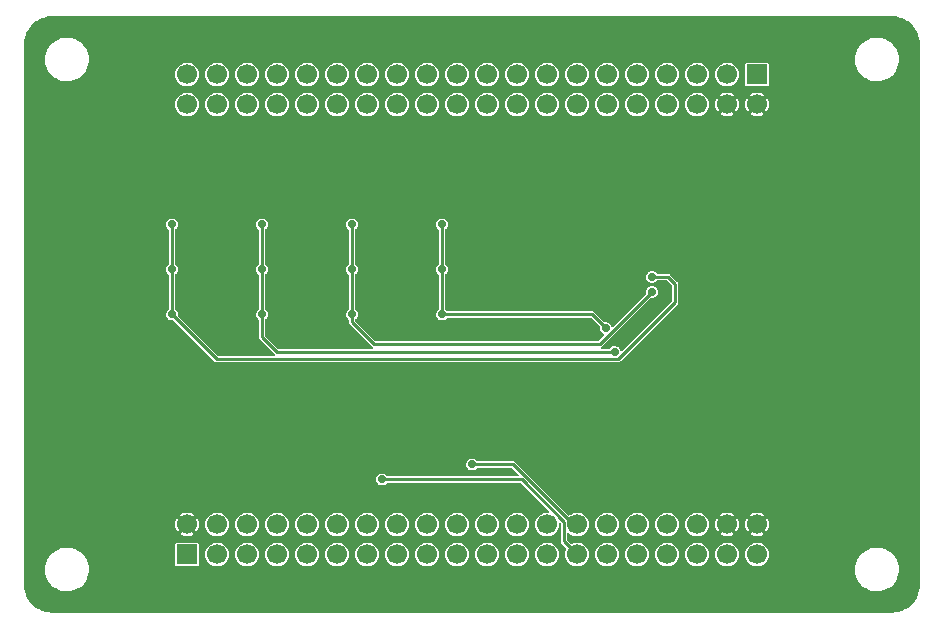
<source format=gbr>
%TF.GenerationSoftware,KiCad,Pcbnew,6.0.4+dfsg-1+b1*%
%TF.CreationDate,2022-05-05T09:05:32+08:00*%
%TF.ProjectId,memw25q128,6d656d77-3235-4713-9132-382e6b696361,rev?*%
%TF.SameCoordinates,Original*%
%TF.FileFunction,Copper,L2,Bot*%
%TF.FilePolarity,Positive*%
%FSLAX46Y46*%
G04 Gerber Fmt 4.6, Leading zero omitted, Abs format (unit mm)*
G04 Created by KiCad (PCBNEW 6.0.4+dfsg-1+b1) date 2022-05-05 09:05:32*
%MOMM*%
%LPD*%
G01*
G04 APERTURE LIST*
%TA.AperFunction,ComponentPad*%
%ADD10R,1.700000X1.700000*%
%TD*%
%TA.AperFunction,ComponentPad*%
%ADD11C,1.700000*%
%TD*%
%TA.AperFunction,ViaPad*%
%ADD12C,0.700000*%
%TD*%
%TA.AperFunction,Conductor*%
%ADD13C,0.228600*%
%TD*%
G04 APERTURE END LIST*
D10*
%TO.P,J1,1,3.3V*%
%TO.N,+3V3*%
X122555000Y-117475000D03*
D11*
%TO.P,J1,2,GND*%
%TO.N,GND*%
X122555000Y-114935000D03*
%TO.P,J1,3,BO0*%
%TO.N,unconnected-(J1-Pad3)*%
X125095000Y-117475000D03*
%TO.P,J1,4,NRST*%
%TO.N,unconnected-(J1-Pad4)*%
X125095000Y-114935000D03*
%TO.P,J1,5,PC0*%
%TO.N,unconnected-(J1-Pad5)*%
X127635000Y-117475000D03*
%TO.P,J1,6,PC1*%
%TO.N,unconnected-(J1-Pad6)*%
X127635000Y-114935000D03*
%TO.P,J1,7,PC2*%
%TO.N,unconnected-(J1-Pad7)*%
X130175000Y-117475000D03*
%TO.P,J1,8,PC3*%
%TO.N,unconnected-(J1-Pad8)*%
X130175000Y-114935000D03*
%TO.P,J1,9,PA0*%
%TO.N,unconnected-(J1-Pad9)*%
X132715000Y-117475000D03*
%TO.P,J1,10,PA1*%
%TO.N,unconnected-(J1-Pad10)*%
X132715000Y-114935000D03*
%TO.P,J1,11,PA2*%
%TO.N,unconnected-(J1-Pad11)*%
X135255000Y-117475000D03*
%TO.P,J1,12,PA3*%
%TO.N,unconnected-(J1-Pad12)*%
X135255000Y-114935000D03*
%TO.P,J1,13,PA4*%
%TO.N,PA4*%
X137795000Y-117475000D03*
%TO.P,J1,14,PA5*%
%TO.N,PA5*%
X137795000Y-114935000D03*
%TO.P,J1,15,PA6*%
%TO.N,PA6*%
X140335000Y-117475000D03*
%TO.P,J1,16,PA7*%
%TO.N,PA7*%
X140335000Y-114935000D03*
%TO.P,J1,17,PC4*%
%TO.N,unconnected-(J1-Pad17)*%
X142875000Y-117475000D03*
%TO.P,J1,18,PC5*%
%TO.N,unconnected-(J1-Pad18)*%
X142875000Y-114935000D03*
%TO.P,J1,19,PB0*%
%TO.N,unconnected-(J1-Pad19)*%
X145415000Y-117475000D03*
%TO.P,J1,20,PB1*%
%TO.N,unconnected-(J1-Pad20)*%
X145415000Y-114935000D03*
%TO.P,J1,21,PB2*%
%TO.N,unconnected-(J1-Pad21)*%
X147955000Y-117475000D03*
%TO.P,J1,22,U0*%
%TO.N,unconnected-(J1-Pad22)*%
X147955000Y-114935000D03*
%TO.P,J1,23,PB10*%
%TO.N,unconnected-(J1-Pad23)*%
X150495000Y-117475000D03*
%TO.P,J1,24,PB11*%
%TO.N,unconnected-(J1-Pad24)*%
X150495000Y-114935000D03*
%TO.P,J1,25,PB12*%
%TO.N,PB12*%
X153035000Y-117475000D03*
%TO.P,J1,26,PB13*%
%TO.N,PB13*%
X153035000Y-114935000D03*
%TO.P,J1,27,PB14*%
%TO.N,PB14*%
X155575000Y-117475000D03*
%TO.P,J1,28,PB15*%
%TO.N,PB15*%
X155575000Y-114935000D03*
%TO.P,J1,29,PC6*%
%TO.N,unconnected-(J1-Pad29)*%
X158115000Y-117475000D03*
%TO.P,J1,30,PC7*%
%TO.N,unconnected-(J1-Pad30)*%
X158115000Y-114935000D03*
%TO.P,J1,31,PC8*%
%TO.N,unconnected-(J1-Pad31)*%
X160655000Y-117475000D03*
%TO.P,J1,32,PC9*%
%TO.N,unconnected-(J1-Pad32)*%
X160655000Y-114935000D03*
%TO.P,J1,33,U1*%
%TO.N,unconnected-(J1-Pad33)*%
X163195000Y-117475000D03*
%TO.P,J1,34,U2*%
%TO.N,unconnected-(J1-Pad34)*%
X163195000Y-114935000D03*
%TO.P,J1,35,U3*%
%TO.N,unconnected-(J1-Pad35)*%
X165735000Y-117475000D03*
%TO.P,J1,36,U4*%
%TO.N,unconnected-(J1-Pad36)*%
X165735000Y-114935000D03*
%TO.P,J1,37,3.3V*%
%TO.N,+3V3*%
X168275000Y-117475000D03*
%TO.P,J1,38,GND*%
%TO.N,GND*%
X168275000Y-114935000D03*
%TO.P,J1,39,5V*%
%TO.N,unconnected-(J1-Pad39)*%
X170815000Y-117475000D03*
%TO.P,J1,40,GND*%
%TO.N,GND*%
X170815000Y-114935000D03*
D10*
%TO.P,J1,41,5V*%
%TO.N,unconnected-(J1-Pad41)*%
X170815000Y-76835000D03*
D11*
%TO.P,J1,42,GND*%
%TO.N,GND*%
X170815000Y-79375000D03*
%TO.P,J1,43,3.3V*%
%TO.N,+3V3*%
X168275000Y-76835000D03*
%TO.P,J1,44,GND*%
%TO.N,GND*%
X168275000Y-79375000D03*
%TO.P,J1,45,U15*%
%TO.N,unconnected-(J1-Pad45)*%
X165735000Y-76835000D03*
%TO.P,J1,46,U16*%
%TO.N,unconnected-(J1-Pad46)*%
X165735000Y-79375000D03*
%TO.P,J1,47,U13*%
%TO.N,unconnected-(J1-Pad47)*%
X163195000Y-76835000D03*
%TO.P,J1,48,U14*%
%TO.N,unconnected-(J1-Pad48)*%
X163195000Y-79375000D03*
%TO.P,J1,49,PA8*%
%TO.N,unconnected-(J1-Pad49)*%
X160655000Y-76835000D03*
%TO.P,J1,50,PA9*%
%TO.N,unconnected-(J1-Pad50)*%
X160655000Y-79375000D03*
%TO.P,J1,51,PA10*%
%TO.N,unconnected-(J1-Pad51)*%
X158115000Y-76835000D03*
%TO.P,J1,52,PA11*%
%TO.N,unconnected-(J1-Pad52)*%
X158115000Y-79375000D03*
%TO.P,J1,53,PA12*%
%TO.N,unconnected-(J1-Pad53)*%
X155575000Y-76835000D03*
%TO.P,J1,54,PA13*%
%TO.N,unconnected-(J1-Pad54)*%
X155575000Y-79375000D03*
%TO.P,J1,55,PA14*%
%TO.N,unconnected-(J1-Pad55)*%
X153035000Y-76835000D03*
%TO.P,J1,56,PA15*%
%TO.N,PA15*%
X153035000Y-79375000D03*
%TO.P,J1,57,U11*%
%TO.N,unconnected-(J1-Pad57)*%
X150495000Y-76835000D03*
%TO.P,J1,58,U12*%
%TO.N,unconnected-(J1-Pad58)*%
X150495000Y-79375000D03*
%TO.P,J1,59,PC10*%
%TO.N,unconnected-(J1-Pad59)*%
X147955000Y-76835000D03*
%TO.P,J1,60,PC11*%
%TO.N,unconnected-(J1-Pad60)*%
X147955000Y-79375000D03*
%TO.P,J1,61,PC12*%
%TO.N,unconnected-(J1-Pad61)*%
X145415000Y-76835000D03*
%TO.P,J1,62,U8*%
%TO.N,unconnected-(J1-Pad62)*%
X145415000Y-79375000D03*
%TO.P,J1,63,PD2*%
%TO.N,unconnected-(J1-Pad63)*%
X142875000Y-76835000D03*
%TO.P,J1,64,PB3*%
%TO.N,PB3*%
X142875000Y-79375000D03*
%TO.P,J1,65,PB4*%
%TO.N,PB4*%
X140335000Y-76835000D03*
%TO.P,J1,66,PB5*%
%TO.N,PB5*%
X140335000Y-79375000D03*
%TO.P,J1,67,PB6*%
%TO.N,unconnected-(J1-Pad67)*%
X137795000Y-76835000D03*
%TO.P,J1,68,PB7*%
%TO.N,unconnected-(J1-Pad68)*%
X137795000Y-79375000D03*
%TO.P,J1,69,PB8*%
%TO.N,unconnected-(J1-Pad69)*%
X135255000Y-76835000D03*
%TO.P,J1,70,PB9*%
%TO.N,unconnected-(J1-Pad70)*%
X135255000Y-79375000D03*
%TO.P,J1,71,U9*%
%TO.N,unconnected-(J1-Pad71)*%
X132715000Y-76835000D03*
%TO.P,J1,72,U10*%
%TO.N,unconnected-(J1-Pad72)*%
X132715000Y-79375000D03*
%TO.P,J1,73,PC14*%
%TO.N,unconnected-(J1-Pad73)*%
X130175000Y-76835000D03*
%TO.P,J1,74,PC13*%
%TO.N,unconnected-(J1-Pad74)*%
X130175000Y-79375000D03*
%TO.P,J1,75,U7*%
%TO.N,unconnected-(J1-Pad75)*%
X127635000Y-76835000D03*
%TO.P,J1,76,PC15*%
%TO.N,unconnected-(J1-Pad76)*%
X127635000Y-79375000D03*
%TO.P,J1,77,U5*%
%TO.N,unconnected-(J1-Pad77)*%
X125095000Y-76835000D03*
%TO.P,J1,78,U6*%
%TO.N,unconnected-(J1-Pad78)*%
X125095000Y-79375000D03*
%TO.P,J1,79,3.3V*%
%TO.N,+3V3*%
X122555000Y-76835000D03*
%TO.P,J1,80,GND*%
%TO.N,unconnected-(J1-Pad80)*%
X122555000Y-79375000D03*
%TD*%
D12*
%TO.N,PB14*%
X139065000Y-111125000D03*
%TO.N,PB15*%
X146685000Y-109855000D03*
%TO.N,CS*%
X121285000Y-97155000D03*
X121285000Y-89535000D03*
X121285000Y-93345000D03*
X161925000Y-93980000D03*
%TO.N,CLK*%
X128905000Y-93345000D03*
X128905000Y-97155000D03*
X158750000Y-100330000D03*
X128905000Y-89535000D03*
%TO.N,DO(IO1)*%
X136525000Y-93345000D03*
X136525000Y-97155000D03*
X136525000Y-89535000D03*
X161925000Y-95250000D03*
%TO.N,DI(IO0)*%
X144145000Y-97155000D03*
X144145000Y-93345000D03*
X157996425Y-98306415D03*
X144145000Y-89535000D03*
%TD*%
D13*
%TO.N,CS*%
X161925000Y-93980000D02*
X163270000Y-93980000D01*
X163270000Y-93980000D02*
X163870000Y-94580000D01*
X163870000Y-94580000D02*
X163870000Y-96122720D01*
X163870000Y-96122720D02*
X159046018Y-100946702D01*
X159046018Y-100946702D02*
X125076702Y-100946702D01*
X125076702Y-100946702D02*
X121285000Y-97155000D01*
%TO.N,PB14*%
X154458299Y-116358299D02*
X155575000Y-117475000D01*
X150877718Y-111125000D02*
X154458299Y-114705581D01*
X139065000Y-111125000D02*
X150877718Y-111125000D01*
X154458299Y-114705581D02*
X154458299Y-116358299D01*
%TO.N,PB15*%
X155226548Y-114935000D02*
X155575000Y-114935000D01*
X150146548Y-109855000D02*
X155226548Y-114935000D01*
X146685000Y-109855000D02*
X150146548Y-109855000D01*
%TO.N,CS*%
X121285000Y-93345000D02*
X121285000Y-97155000D01*
X121285000Y-89535000D02*
X121285000Y-93345000D01*
%TO.N,CLK*%
X128905000Y-97155000D02*
X128905000Y-99060000D01*
X128905000Y-99060000D02*
X130175000Y-100330000D01*
X128905000Y-93345000D02*
X128905000Y-97155000D01*
X130175000Y-100330000D02*
X158750000Y-100330000D01*
X128905000Y-89535000D02*
X128905000Y-93345000D01*
%TO.N,DO(IO1)*%
X138411701Y-99676701D02*
X157498299Y-99676701D01*
X136525000Y-93345000D02*
X136525000Y-97155000D01*
X157498299Y-99676701D02*
X161925000Y-95250000D01*
X136525000Y-97155000D02*
X136525000Y-97790000D01*
X136525000Y-97790000D02*
X138411701Y-99676701D01*
X136525000Y-89535000D02*
X136525000Y-93345000D01*
%TO.N,DI(IO0)*%
X144145000Y-89535000D02*
X144145000Y-97155000D01*
X156845010Y-97155000D02*
X157996425Y-98306415D01*
X144145000Y-97155000D02*
X156845010Y-97155000D01*
%TD*%
%TA.AperFunction,Conductor*%
%TO.N,GND*%
G36*
X182234431Y-71910462D02*
G01*
X182235435Y-71910731D01*
X182245000Y-71913294D01*
X182254563Y-71910731D01*
X182262737Y-71910731D01*
X182273622Y-71909631D01*
X182528197Y-71925031D01*
X182537211Y-71926126D01*
X182811794Y-71976445D01*
X182820611Y-71978618D01*
X182940380Y-72015939D01*
X183087138Y-72061671D01*
X183095618Y-72064887D01*
X183350194Y-72179462D01*
X183358230Y-72183679D01*
X183597146Y-72328109D01*
X183604605Y-72333258D01*
X183824361Y-72505426D01*
X183831158Y-72511448D01*
X184028552Y-72708842D01*
X184034574Y-72715639D01*
X184206742Y-72935395D01*
X184211891Y-72942854D01*
X184321854Y-73124754D01*
X184356320Y-73181768D01*
X184360538Y-73189806D01*
X184457025Y-73404190D01*
X184475111Y-73444376D01*
X184478331Y-73452867D01*
X184561382Y-73719389D01*
X184563555Y-73728206D01*
X184613874Y-74002789D01*
X184614969Y-74011803D01*
X184630369Y-74266378D01*
X184629269Y-74277263D01*
X184629269Y-74285437D01*
X184626706Y-74295000D01*
X184629268Y-74304562D01*
X184629538Y-74305569D01*
X184632100Y-74325032D01*
X184632100Y-119984968D01*
X184629538Y-120004430D01*
X184626706Y-120015000D01*
X184629269Y-120024563D01*
X184629269Y-120032737D01*
X184630369Y-120043622D01*
X184614969Y-120298197D01*
X184613874Y-120307211D01*
X184563555Y-120581794D01*
X184561382Y-120590611D01*
X184478331Y-120857133D01*
X184475113Y-120865618D01*
X184360540Y-121120191D01*
X184356321Y-121128230D01*
X184211891Y-121367146D01*
X184206742Y-121374605D01*
X184034574Y-121594361D01*
X184028552Y-121601158D01*
X183831158Y-121798552D01*
X183824361Y-121804574D01*
X183604605Y-121976742D01*
X183597146Y-121981891D01*
X183358232Y-122126320D01*
X183350194Y-122130538D01*
X183095618Y-122245113D01*
X183087138Y-122248329D01*
X182940380Y-122294061D01*
X182820611Y-122331382D01*
X182811794Y-122333555D01*
X182537211Y-122383874D01*
X182528197Y-122384969D01*
X182273622Y-122400369D01*
X182262737Y-122399269D01*
X182254563Y-122399269D01*
X182245000Y-122396706D01*
X182235438Y-122399268D01*
X182234431Y-122399538D01*
X182214968Y-122402100D01*
X111155032Y-122402100D01*
X111135569Y-122399538D01*
X111134562Y-122399268D01*
X111125000Y-122396706D01*
X111115437Y-122399269D01*
X111107263Y-122399269D01*
X111096378Y-122400369D01*
X110841803Y-122384969D01*
X110832789Y-122383874D01*
X110558206Y-122333555D01*
X110549389Y-122331382D01*
X110429620Y-122294061D01*
X110282862Y-122248329D01*
X110274382Y-122245113D01*
X110019806Y-122130538D01*
X110011768Y-122126320D01*
X109772854Y-121981891D01*
X109765395Y-121976742D01*
X109545639Y-121804574D01*
X109538842Y-121798552D01*
X109341448Y-121601158D01*
X109335426Y-121594361D01*
X109163258Y-121374605D01*
X109158109Y-121367146D01*
X109013679Y-121128230D01*
X109009460Y-121120191D01*
X108894887Y-120865618D01*
X108891669Y-120857133D01*
X108808618Y-120590611D01*
X108806445Y-120581794D01*
X108756126Y-120307211D01*
X108755031Y-120298197D01*
X108739631Y-120043622D01*
X108740731Y-120032737D01*
X108740731Y-120024563D01*
X108743294Y-120015000D01*
X108740462Y-120004430D01*
X108737900Y-119984968D01*
X108737900Y-118787095D01*
X110540028Y-118787095D01*
X110540287Y-118789809D01*
X110540287Y-118789813D01*
X110557840Y-118973793D01*
X110565534Y-119054431D01*
X110629364Y-119315285D01*
X110730182Y-119564192D01*
X110731557Y-119566540D01*
X110824627Y-119725491D01*
X110865875Y-119795938D01*
X111033601Y-120005669D01*
X111035595Y-120007531D01*
X111035598Y-120007535D01*
X111061170Y-120031423D01*
X111229846Y-120188991D01*
X111450499Y-120342064D01*
X111452933Y-120343275D01*
X111452940Y-120343279D01*
X111688491Y-120460463D01*
X111688495Y-120460465D01*
X111690938Y-120461680D01*
X111946126Y-120545335D01*
X111948810Y-120545801D01*
X111948814Y-120545802D01*
X112208452Y-120590883D01*
X112208456Y-120590883D01*
X112210717Y-120591276D01*
X112295567Y-120595500D01*
X112463223Y-120595500D01*
X112662846Y-120581016D01*
X112925080Y-120523120D01*
X112927622Y-120522157D01*
X112927625Y-120522156D01*
X113173664Y-120428940D01*
X113176211Y-120427975D01*
X113333674Y-120340512D01*
X113408587Y-120298901D01*
X113410976Y-120297574D01*
X113551222Y-120190542D01*
X113622294Y-120136302D01*
X113622298Y-120136298D01*
X113624458Y-120134650D01*
X113812185Y-119942614D01*
X113813790Y-119940409D01*
X113968621Y-119727695D01*
X113968622Y-119727693D01*
X113970225Y-119725491D01*
X114055089Y-119564192D01*
X114093998Y-119490237D01*
X114094000Y-119490232D01*
X114095265Y-119487828D01*
X114184688Y-119234603D01*
X114236620Y-118971122D01*
X114245781Y-118787095D01*
X179120028Y-118787095D01*
X179120287Y-118789809D01*
X179120287Y-118789813D01*
X179137840Y-118973793D01*
X179145534Y-119054431D01*
X179209364Y-119315285D01*
X179310182Y-119564192D01*
X179311557Y-119566540D01*
X179404627Y-119725491D01*
X179445875Y-119795938D01*
X179613601Y-120005669D01*
X179615595Y-120007531D01*
X179615598Y-120007535D01*
X179641170Y-120031423D01*
X179809846Y-120188991D01*
X180030499Y-120342064D01*
X180032933Y-120343275D01*
X180032940Y-120343279D01*
X180268491Y-120460463D01*
X180268495Y-120460465D01*
X180270938Y-120461680D01*
X180526126Y-120545335D01*
X180528810Y-120545801D01*
X180528814Y-120545802D01*
X180788452Y-120590883D01*
X180788456Y-120590883D01*
X180790717Y-120591276D01*
X180875567Y-120595500D01*
X181043223Y-120595500D01*
X181242846Y-120581016D01*
X181505080Y-120523120D01*
X181507622Y-120522157D01*
X181507625Y-120522156D01*
X181753664Y-120428940D01*
X181756211Y-120427975D01*
X181913674Y-120340512D01*
X181988587Y-120298901D01*
X181990976Y-120297574D01*
X182131222Y-120190542D01*
X182202294Y-120136302D01*
X182202298Y-120136298D01*
X182204458Y-120134650D01*
X182392185Y-119942614D01*
X182393790Y-119940409D01*
X182548621Y-119727695D01*
X182548622Y-119727693D01*
X182550225Y-119725491D01*
X182635089Y-119564192D01*
X182673998Y-119490237D01*
X182674000Y-119490232D01*
X182675265Y-119487828D01*
X182764688Y-119234603D01*
X182816620Y-118971122D01*
X182829972Y-118702905D01*
X182812415Y-118518878D01*
X182804725Y-118438281D01*
X182804724Y-118438278D01*
X182804466Y-118435569D01*
X182802878Y-118429077D01*
X182761033Y-118258071D01*
X182740636Y-118174715D01*
X182639818Y-117925808D01*
X182546786Y-117766922D01*
X182505503Y-117696415D01*
X182505501Y-117696412D01*
X182504125Y-117694062D01*
X182471489Y-117653252D01*
X182385266Y-117545436D01*
X182336399Y-117484331D01*
X182334405Y-117482469D01*
X182334402Y-117482465D01*
X182142145Y-117302869D01*
X182140154Y-117301009D01*
X181919501Y-117147936D01*
X181917067Y-117146725D01*
X181917060Y-117146721D01*
X181681509Y-117029537D01*
X181681505Y-117029535D01*
X181679062Y-117028320D01*
X181423874Y-116944665D01*
X181421190Y-116944199D01*
X181421186Y-116944198D01*
X181161548Y-116899117D01*
X181161544Y-116899117D01*
X181159283Y-116898724D01*
X181074433Y-116894500D01*
X180906777Y-116894500D01*
X180707154Y-116908984D01*
X180444920Y-116966880D01*
X180442378Y-116967843D01*
X180442375Y-116967844D01*
X180278856Y-117029796D01*
X180193789Y-117062025D01*
X180191407Y-117063348D01*
X180191405Y-117063349D01*
X179961413Y-117191099D01*
X179959024Y-117192426D01*
X179956855Y-117194081D01*
X179956854Y-117194082D01*
X179747706Y-117353698D01*
X179747702Y-117353702D01*
X179745542Y-117355350D01*
X179557815Y-117547386D01*
X179556210Y-117549591D01*
X179450650Y-117694615D01*
X179399775Y-117764509D01*
X179398508Y-117766917D01*
X179398505Y-117766922D01*
X179313587Y-117928326D01*
X179274735Y-118002172D01*
X179185312Y-118255397D01*
X179133380Y-118518878D01*
X179120028Y-118787095D01*
X114245781Y-118787095D01*
X114249972Y-118702905D01*
X114232415Y-118518878D01*
X114224725Y-118438281D01*
X114224724Y-118438278D01*
X114224466Y-118435569D01*
X114222878Y-118429077D01*
X114181033Y-118258071D01*
X114160636Y-118174715D01*
X114059818Y-117925808D01*
X113966786Y-117766922D01*
X113925503Y-117696415D01*
X113925501Y-117696412D01*
X113924125Y-117694062D01*
X113891489Y-117653252D01*
X113805266Y-117545436D01*
X113756399Y-117484331D01*
X113754405Y-117482469D01*
X113754402Y-117482465D01*
X113562145Y-117302869D01*
X113560154Y-117301009D01*
X113339501Y-117147936D01*
X113337067Y-117146725D01*
X113337060Y-117146721D01*
X113101509Y-117029537D01*
X113101505Y-117029535D01*
X113099062Y-117028320D01*
X112843874Y-116944665D01*
X112841190Y-116944199D01*
X112841186Y-116944198D01*
X112581548Y-116899117D01*
X112581544Y-116899117D01*
X112579283Y-116898724D01*
X112494433Y-116894500D01*
X112326777Y-116894500D01*
X112127154Y-116908984D01*
X111864920Y-116966880D01*
X111862378Y-116967843D01*
X111862375Y-116967844D01*
X111698856Y-117029796D01*
X111613789Y-117062025D01*
X111611407Y-117063348D01*
X111611405Y-117063349D01*
X111381413Y-117191099D01*
X111379024Y-117192426D01*
X111376855Y-117194081D01*
X111376854Y-117194082D01*
X111167706Y-117353698D01*
X111167702Y-117353702D01*
X111165542Y-117355350D01*
X110977815Y-117547386D01*
X110976210Y-117549591D01*
X110870650Y-117694615D01*
X110819775Y-117764509D01*
X110818508Y-117766917D01*
X110818505Y-117766922D01*
X110733587Y-117928326D01*
X110694735Y-118002172D01*
X110605312Y-118255397D01*
X110553380Y-118518878D01*
X110540028Y-118787095D01*
X108737900Y-118787095D01*
X108737900Y-116609943D01*
X121552100Y-116609943D01*
X121552101Y-118340056D01*
X121560972Y-118384658D01*
X121594766Y-118435234D01*
X121600923Y-118439348D01*
X121639183Y-118464913D01*
X121639184Y-118464914D01*
X121645342Y-118469028D01*
X121689943Y-118477900D01*
X122554882Y-118477900D01*
X123420056Y-118477899D01*
X123464658Y-118469028D01*
X123515234Y-118435234D01*
X123539801Y-118398467D01*
X123544913Y-118390817D01*
X123544914Y-118390816D01*
X123549028Y-118384658D01*
X123557900Y-118340057D01*
X123557899Y-117460930D01*
X124087345Y-117460930D01*
X124087653Y-117464598D01*
X124087653Y-117464601D01*
X124090889Y-117503138D01*
X124103803Y-117656919D01*
X124158015Y-117845979D01*
X124247916Y-118020908D01*
X124370083Y-118175044D01*
X124372877Y-118177422D01*
X124372878Y-118177423D01*
X124407691Y-118207051D01*
X124519862Y-118302516D01*
X124523063Y-118304305D01*
X124523066Y-118304307D01*
X124561656Y-118325874D01*
X124691547Y-118398467D01*
X124695044Y-118399603D01*
X124695048Y-118399605D01*
X124785755Y-118429077D01*
X124878600Y-118459244D01*
X124985984Y-118472049D01*
X125070237Y-118482096D01*
X125070239Y-118482096D01*
X125073895Y-118482532D01*
X125269994Y-118467443D01*
X125393627Y-118432924D01*
X125455883Y-118415542D01*
X125455885Y-118415541D01*
X125459428Y-118414552D01*
X125599727Y-118343682D01*
X125631697Y-118327533D01*
X125631698Y-118327532D01*
X125634981Y-118325874D01*
X125789966Y-118204786D01*
X125918480Y-118055901D01*
X125947546Y-118004736D01*
X126013810Y-117888091D01*
X126013812Y-117888088D01*
X126015628Y-117884890D01*
X126077710Y-117698266D01*
X126102360Y-117503138D01*
X126102753Y-117475000D01*
X126102548Y-117472907D01*
X126101374Y-117460930D01*
X126627345Y-117460930D01*
X126627653Y-117464598D01*
X126627653Y-117464601D01*
X126630889Y-117503138D01*
X126643803Y-117656919D01*
X126698015Y-117845979D01*
X126787916Y-118020908D01*
X126910083Y-118175044D01*
X126912877Y-118177422D01*
X126912878Y-118177423D01*
X126947691Y-118207051D01*
X127059862Y-118302516D01*
X127063063Y-118304305D01*
X127063066Y-118304307D01*
X127101656Y-118325874D01*
X127231547Y-118398467D01*
X127235044Y-118399603D01*
X127235048Y-118399605D01*
X127325755Y-118429077D01*
X127418600Y-118459244D01*
X127525984Y-118472049D01*
X127610237Y-118482096D01*
X127610239Y-118482096D01*
X127613895Y-118482532D01*
X127809994Y-118467443D01*
X127933627Y-118432924D01*
X127995883Y-118415542D01*
X127995885Y-118415541D01*
X127999428Y-118414552D01*
X128139727Y-118343682D01*
X128171697Y-118327533D01*
X128171698Y-118327532D01*
X128174981Y-118325874D01*
X128329966Y-118204786D01*
X128458480Y-118055901D01*
X128487546Y-118004736D01*
X128553810Y-117888091D01*
X128553812Y-117888088D01*
X128555628Y-117884890D01*
X128617710Y-117698266D01*
X128642360Y-117503138D01*
X128642753Y-117475000D01*
X128642548Y-117472907D01*
X128641374Y-117460930D01*
X129167345Y-117460930D01*
X129167653Y-117464598D01*
X129167653Y-117464601D01*
X129170889Y-117503138D01*
X129183803Y-117656919D01*
X129238015Y-117845979D01*
X129327916Y-118020908D01*
X129450083Y-118175044D01*
X129452877Y-118177422D01*
X129452878Y-118177423D01*
X129487691Y-118207051D01*
X129599862Y-118302516D01*
X129603063Y-118304305D01*
X129603066Y-118304307D01*
X129641656Y-118325874D01*
X129771547Y-118398467D01*
X129775044Y-118399603D01*
X129775048Y-118399605D01*
X129865755Y-118429077D01*
X129958600Y-118459244D01*
X130065984Y-118472049D01*
X130150237Y-118482096D01*
X130150239Y-118482096D01*
X130153895Y-118482532D01*
X130349994Y-118467443D01*
X130473627Y-118432924D01*
X130535883Y-118415542D01*
X130535885Y-118415541D01*
X130539428Y-118414552D01*
X130679727Y-118343682D01*
X130711697Y-118327533D01*
X130711698Y-118327532D01*
X130714981Y-118325874D01*
X130869966Y-118204786D01*
X130998480Y-118055901D01*
X131027546Y-118004736D01*
X131093810Y-117888091D01*
X131093812Y-117888088D01*
X131095628Y-117884890D01*
X131157710Y-117698266D01*
X131182360Y-117503138D01*
X131182753Y-117475000D01*
X131182548Y-117472907D01*
X131181374Y-117460930D01*
X131707345Y-117460930D01*
X131707653Y-117464598D01*
X131707653Y-117464601D01*
X131710889Y-117503138D01*
X131723803Y-117656919D01*
X131778015Y-117845979D01*
X131867916Y-118020908D01*
X131990083Y-118175044D01*
X131992877Y-118177422D01*
X131992878Y-118177423D01*
X132027691Y-118207051D01*
X132139862Y-118302516D01*
X132143063Y-118304305D01*
X132143066Y-118304307D01*
X132181656Y-118325874D01*
X132311547Y-118398467D01*
X132315044Y-118399603D01*
X132315048Y-118399605D01*
X132405755Y-118429077D01*
X132498600Y-118459244D01*
X132605984Y-118472049D01*
X132690237Y-118482096D01*
X132690239Y-118482096D01*
X132693895Y-118482532D01*
X132889994Y-118467443D01*
X133013627Y-118432924D01*
X133075883Y-118415542D01*
X133075885Y-118415541D01*
X133079428Y-118414552D01*
X133219727Y-118343682D01*
X133251697Y-118327533D01*
X133251698Y-118327532D01*
X133254981Y-118325874D01*
X133409966Y-118204786D01*
X133538480Y-118055901D01*
X133567546Y-118004736D01*
X133633810Y-117888091D01*
X133633812Y-117888088D01*
X133635628Y-117884890D01*
X133697710Y-117698266D01*
X133722360Y-117503138D01*
X133722753Y-117475000D01*
X133722548Y-117472907D01*
X133721374Y-117460930D01*
X134247345Y-117460930D01*
X134247653Y-117464598D01*
X134247653Y-117464601D01*
X134250889Y-117503138D01*
X134263803Y-117656919D01*
X134318015Y-117845979D01*
X134407916Y-118020908D01*
X134530083Y-118175044D01*
X134532877Y-118177422D01*
X134532878Y-118177423D01*
X134567691Y-118207051D01*
X134679862Y-118302516D01*
X134683063Y-118304305D01*
X134683066Y-118304307D01*
X134721656Y-118325874D01*
X134851547Y-118398467D01*
X134855044Y-118399603D01*
X134855048Y-118399605D01*
X134945755Y-118429077D01*
X135038600Y-118459244D01*
X135145984Y-118472049D01*
X135230237Y-118482096D01*
X135230239Y-118482096D01*
X135233895Y-118482532D01*
X135429994Y-118467443D01*
X135553627Y-118432924D01*
X135615883Y-118415542D01*
X135615885Y-118415541D01*
X135619428Y-118414552D01*
X135759727Y-118343682D01*
X135791697Y-118327533D01*
X135791698Y-118327532D01*
X135794981Y-118325874D01*
X135949966Y-118204786D01*
X136078480Y-118055901D01*
X136107546Y-118004736D01*
X136173810Y-117888091D01*
X136173812Y-117888088D01*
X136175628Y-117884890D01*
X136237710Y-117698266D01*
X136262360Y-117503138D01*
X136262753Y-117475000D01*
X136262548Y-117472907D01*
X136261374Y-117460930D01*
X136787345Y-117460930D01*
X136787653Y-117464598D01*
X136787653Y-117464601D01*
X136790889Y-117503138D01*
X136803803Y-117656919D01*
X136858015Y-117845979D01*
X136947916Y-118020908D01*
X137070083Y-118175044D01*
X137072877Y-118177422D01*
X137072878Y-118177423D01*
X137107691Y-118207051D01*
X137219862Y-118302516D01*
X137223063Y-118304305D01*
X137223066Y-118304307D01*
X137261656Y-118325874D01*
X137391547Y-118398467D01*
X137395044Y-118399603D01*
X137395048Y-118399605D01*
X137485755Y-118429077D01*
X137578600Y-118459244D01*
X137685984Y-118472049D01*
X137770237Y-118482096D01*
X137770239Y-118482096D01*
X137773895Y-118482532D01*
X137969994Y-118467443D01*
X138093627Y-118432924D01*
X138155883Y-118415542D01*
X138155885Y-118415541D01*
X138159428Y-118414552D01*
X138299727Y-118343682D01*
X138331697Y-118327533D01*
X138331698Y-118327532D01*
X138334981Y-118325874D01*
X138489966Y-118204786D01*
X138618480Y-118055901D01*
X138647546Y-118004736D01*
X138713810Y-117888091D01*
X138713812Y-117888088D01*
X138715628Y-117884890D01*
X138777710Y-117698266D01*
X138802360Y-117503138D01*
X138802753Y-117475000D01*
X138802548Y-117472907D01*
X138801374Y-117460930D01*
X139327345Y-117460930D01*
X139327653Y-117464598D01*
X139327653Y-117464601D01*
X139330889Y-117503138D01*
X139343803Y-117656919D01*
X139398015Y-117845979D01*
X139487916Y-118020908D01*
X139610083Y-118175044D01*
X139612877Y-118177422D01*
X139612878Y-118177423D01*
X139647691Y-118207051D01*
X139759862Y-118302516D01*
X139763063Y-118304305D01*
X139763066Y-118304307D01*
X139801656Y-118325874D01*
X139931547Y-118398467D01*
X139935044Y-118399603D01*
X139935048Y-118399605D01*
X140025755Y-118429077D01*
X140118600Y-118459244D01*
X140225984Y-118472049D01*
X140310237Y-118482096D01*
X140310239Y-118482096D01*
X140313895Y-118482532D01*
X140509994Y-118467443D01*
X140633627Y-118432924D01*
X140695883Y-118415542D01*
X140695885Y-118415541D01*
X140699428Y-118414552D01*
X140839727Y-118343682D01*
X140871697Y-118327533D01*
X140871698Y-118327532D01*
X140874981Y-118325874D01*
X141029966Y-118204786D01*
X141158480Y-118055901D01*
X141187546Y-118004736D01*
X141253810Y-117888091D01*
X141253812Y-117888088D01*
X141255628Y-117884890D01*
X141317710Y-117698266D01*
X141342360Y-117503138D01*
X141342753Y-117475000D01*
X141342548Y-117472907D01*
X141341374Y-117460930D01*
X141867345Y-117460930D01*
X141867653Y-117464598D01*
X141867653Y-117464601D01*
X141870889Y-117503138D01*
X141883803Y-117656919D01*
X141938015Y-117845979D01*
X142027916Y-118020908D01*
X142150083Y-118175044D01*
X142152877Y-118177422D01*
X142152878Y-118177423D01*
X142187691Y-118207051D01*
X142299862Y-118302516D01*
X142303063Y-118304305D01*
X142303066Y-118304307D01*
X142341656Y-118325874D01*
X142471547Y-118398467D01*
X142475044Y-118399603D01*
X142475048Y-118399605D01*
X142565755Y-118429077D01*
X142658600Y-118459244D01*
X142765984Y-118472049D01*
X142850237Y-118482096D01*
X142850239Y-118482096D01*
X142853895Y-118482532D01*
X143049994Y-118467443D01*
X143173627Y-118432924D01*
X143235883Y-118415542D01*
X143235885Y-118415541D01*
X143239428Y-118414552D01*
X143379727Y-118343682D01*
X143411697Y-118327533D01*
X143411698Y-118327532D01*
X143414981Y-118325874D01*
X143569966Y-118204786D01*
X143698480Y-118055901D01*
X143727546Y-118004736D01*
X143793810Y-117888091D01*
X143793812Y-117888088D01*
X143795628Y-117884890D01*
X143857710Y-117698266D01*
X143882360Y-117503138D01*
X143882753Y-117475000D01*
X143882548Y-117472907D01*
X143881374Y-117460930D01*
X144407345Y-117460930D01*
X144407653Y-117464598D01*
X144407653Y-117464601D01*
X144410889Y-117503138D01*
X144423803Y-117656919D01*
X144478015Y-117845979D01*
X144567916Y-118020908D01*
X144690083Y-118175044D01*
X144692877Y-118177422D01*
X144692878Y-118177423D01*
X144727691Y-118207051D01*
X144839862Y-118302516D01*
X144843063Y-118304305D01*
X144843066Y-118304307D01*
X144881656Y-118325874D01*
X145011547Y-118398467D01*
X145015044Y-118399603D01*
X145015048Y-118399605D01*
X145105755Y-118429077D01*
X145198600Y-118459244D01*
X145305984Y-118472049D01*
X145390237Y-118482096D01*
X145390239Y-118482096D01*
X145393895Y-118482532D01*
X145589994Y-118467443D01*
X145713627Y-118432924D01*
X145775883Y-118415542D01*
X145775885Y-118415541D01*
X145779428Y-118414552D01*
X145919727Y-118343682D01*
X145951697Y-118327533D01*
X145951698Y-118327532D01*
X145954981Y-118325874D01*
X146109966Y-118204786D01*
X146238480Y-118055901D01*
X146267546Y-118004736D01*
X146333810Y-117888091D01*
X146333812Y-117888088D01*
X146335628Y-117884890D01*
X146397710Y-117698266D01*
X146422360Y-117503138D01*
X146422753Y-117475000D01*
X146422548Y-117472907D01*
X146421374Y-117460930D01*
X146947345Y-117460930D01*
X146947653Y-117464598D01*
X146947653Y-117464601D01*
X146950889Y-117503138D01*
X146963803Y-117656919D01*
X147018015Y-117845979D01*
X147107916Y-118020908D01*
X147230083Y-118175044D01*
X147232877Y-118177422D01*
X147232878Y-118177423D01*
X147267691Y-118207051D01*
X147379862Y-118302516D01*
X147383063Y-118304305D01*
X147383066Y-118304307D01*
X147421656Y-118325874D01*
X147551547Y-118398467D01*
X147555044Y-118399603D01*
X147555048Y-118399605D01*
X147645755Y-118429077D01*
X147738600Y-118459244D01*
X147845984Y-118472049D01*
X147930237Y-118482096D01*
X147930239Y-118482096D01*
X147933895Y-118482532D01*
X148129994Y-118467443D01*
X148253627Y-118432924D01*
X148315883Y-118415542D01*
X148315885Y-118415541D01*
X148319428Y-118414552D01*
X148459727Y-118343682D01*
X148491697Y-118327533D01*
X148491698Y-118327532D01*
X148494981Y-118325874D01*
X148649966Y-118204786D01*
X148778480Y-118055901D01*
X148807546Y-118004736D01*
X148873810Y-117888091D01*
X148873812Y-117888088D01*
X148875628Y-117884890D01*
X148937710Y-117698266D01*
X148962360Y-117503138D01*
X148962753Y-117475000D01*
X148962548Y-117472907D01*
X148961374Y-117460930D01*
X149487345Y-117460930D01*
X149487653Y-117464598D01*
X149487653Y-117464601D01*
X149490889Y-117503138D01*
X149503803Y-117656919D01*
X149558015Y-117845979D01*
X149647916Y-118020908D01*
X149770083Y-118175044D01*
X149772877Y-118177422D01*
X149772878Y-118177423D01*
X149807691Y-118207051D01*
X149919862Y-118302516D01*
X149923063Y-118304305D01*
X149923066Y-118304307D01*
X149961656Y-118325874D01*
X150091547Y-118398467D01*
X150095044Y-118399603D01*
X150095048Y-118399605D01*
X150185755Y-118429077D01*
X150278600Y-118459244D01*
X150385984Y-118472049D01*
X150470237Y-118482096D01*
X150470239Y-118482096D01*
X150473895Y-118482532D01*
X150669994Y-118467443D01*
X150793627Y-118432924D01*
X150855883Y-118415542D01*
X150855885Y-118415541D01*
X150859428Y-118414552D01*
X150999727Y-118343682D01*
X151031697Y-118327533D01*
X151031698Y-118327532D01*
X151034981Y-118325874D01*
X151189966Y-118204786D01*
X151318480Y-118055901D01*
X151347546Y-118004736D01*
X151413810Y-117888091D01*
X151413812Y-117888088D01*
X151415628Y-117884890D01*
X151477710Y-117698266D01*
X151502360Y-117503138D01*
X151502753Y-117475000D01*
X151502548Y-117472907D01*
X151501374Y-117460930D01*
X152027345Y-117460930D01*
X152027653Y-117464598D01*
X152027653Y-117464601D01*
X152030889Y-117503138D01*
X152043803Y-117656919D01*
X152098015Y-117845979D01*
X152187916Y-118020908D01*
X152310083Y-118175044D01*
X152312877Y-118177422D01*
X152312878Y-118177423D01*
X152347691Y-118207051D01*
X152459862Y-118302516D01*
X152463063Y-118304305D01*
X152463066Y-118304307D01*
X152501656Y-118325874D01*
X152631547Y-118398467D01*
X152635044Y-118399603D01*
X152635048Y-118399605D01*
X152725755Y-118429077D01*
X152818600Y-118459244D01*
X152925984Y-118472049D01*
X153010237Y-118482096D01*
X153010239Y-118482096D01*
X153013895Y-118482532D01*
X153209994Y-118467443D01*
X153333627Y-118432924D01*
X153395883Y-118415542D01*
X153395885Y-118415541D01*
X153399428Y-118414552D01*
X153539727Y-118343682D01*
X153571697Y-118327533D01*
X153571698Y-118327532D01*
X153574981Y-118325874D01*
X153729966Y-118204786D01*
X153858480Y-118055901D01*
X153887546Y-118004736D01*
X153953810Y-117888091D01*
X153953812Y-117888088D01*
X153955628Y-117884890D01*
X154017710Y-117698266D01*
X154042360Y-117503138D01*
X154042753Y-117475000D01*
X154042548Y-117472907D01*
X154023921Y-117282927D01*
X154023920Y-117282922D01*
X154023561Y-117279260D01*
X153966714Y-117090975D01*
X153874379Y-116917318D01*
X153750072Y-116764903D01*
X153598528Y-116639535D01*
X153425520Y-116545990D01*
X153237637Y-116487830D01*
X153094832Y-116472821D01*
X153045690Y-116467656D01*
X153045689Y-116467656D01*
X153042035Y-116467272D01*
X152944101Y-116476184D01*
X152849824Y-116484764D01*
X152849823Y-116484764D01*
X152846166Y-116485097D01*
X152842641Y-116486134D01*
X152842638Y-116486135D01*
X152724440Y-116520923D01*
X152657489Y-116540628D01*
X152483192Y-116631748D01*
X152329912Y-116754988D01*
X152203489Y-116905653D01*
X152201718Y-116908875D01*
X152201717Y-116908876D01*
X152169829Y-116966880D01*
X152108739Y-117078004D01*
X152049269Y-117265476D01*
X152027345Y-117460930D01*
X151501374Y-117460930D01*
X151483921Y-117282927D01*
X151483920Y-117282922D01*
X151483561Y-117279260D01*
X151426714Y-117090975D01*
X151334379Y-116917318D01*
X151210072Y-116764903D01*
X151058528Y-116639535D01*
X150885520Y-116545990D01*
X150697637Y-116487830D01*
X150554832Y-116472821D01*
X150505690Y-116467656D01*
X150505689Y-116467656D01*
X150502035Y-116467272D01*
X150404101Y-116476184D01*
X150309824Y-116484764D01*
X150309823Y-116484764D01*
X150306166Y-116485097D01*
X150302641Y-116486134D01*
X150302638Y-116486135D01*
X150184440Y-116520923D01*
X150117489Y-116540628D01*
X149943192Y-116631748D01*
X149789912Y-116754988D01*
X149663489Y-116905653D01*
X149661718Y-116908875D01*
X149661717Y-116908876D01*
X149629829Y-116966880D01*
X149568739Y-117078004D01*
X149509269Y-117265476D01*
X149487345Y-117460930D01*
X148961374Y-117460930D01*
X148943921Y-117282927D01*
X148943920Y-117282922D01*
X148943561Y-117279260D01*
X148886714Y-117090975D01*
X148794379Y-116917318D01*
X148670072Y-116764903D01*
X148518528Y-116639535D01*
X148345520Y-116545990D01*
X148157637Y-116487830D01*
X148014832Y-116472821D01*
X147965690Y-116467656D01*
X147965689Y-116467656D01*
X147962035Y-116467272D01*
X147864101Y-116476184D01*
X147769824Y-116484764D01*
X147769823Y-116484764D01*
X147766166Y-116485097D01*
X147762641Y-116486134D01*
X147762638Y-116486135D01*
X147644440Y-116520923D01*
X147577489Y-116540628D01*
X147403192Y-116631748D01*
X147249912Y-116754988D01*
X147123489Y-116905653D01*
X147121718Y-116908875D01*
X147121717Y-116908876D01*
X147089829Y-116966880D01*
X147028739Y-117078004D01*
X146969269Y-117265476D01*
X146947345Y-117460930D01*
X146421374Y-117460930D01*
X146403921Y-117282927D01*
X146403920Y-117282922D01*
X146403561Y-117279260D01*
X146346714Y-117090975D01*
X146254379Y-116917318D01*
X146130072Y-116764903D01*
X145978528Y-116639535D01*
X145805520Y-116545990D01*
X145617637Y-116487830D01*
X145474832Y-116472821D01*
X145425690Y-116467656D01*
X145425689Y-116467656D01*
X145422035Y-116467272D01*
X145324101Y-116476184D01*
X145229824Y-116484764D01*
X145229823Y-116484764D01*
X145226166Y-116485097D01*
X145222641Y-116486134D01*
X145222638Y-116486135D01*
X145104440Y-116520923D01*
X145037489Y-116540628D01*
X144863192Y-116631748D01*
X144709912Y-116754988D01*
X144583489Y-116905653D01*
X144581718Y-116908875D01*
X144581717Y-116908876D01*
X144549829Y-116966880D01*
X144488739Y-117078004D01*
X144429269Y-117265476D01*
X144407345Y-117460930D01*
X143881374Y-117460930D01*
X143863921Y-117282927D01*
X143863920Y-117282922D01*
X143863561Y-117279260D01*
X143806714Y-117090975D01*
X143714379Y-116917318D01*
X143590072Y-116764903D01*
X143438528Y-116639535D01*
X143265520Y-116545990D01*
X143077637Y-116487830D01*
X142934832Y-116472821D01*
X142885690Y-116467656D01*
X142885689Y-116467656D01*
X142882035Y-116467272D01*
X142784101Y-116476184D01*
X142689824Y-116484764D01*
X142689823Y-116484764D01*
X142686166Y-116485097D01*
X142682641Y-116486134D01*
X142682638Y-116486135D01*
X142564440Y-116520923D01*
X142497489Y-116540628D01*
X142323192Y-116631748D01*
X142169912Y-116754988D01*
X142043489Y-116905653D01*
X142041718Y-116908875D01*
X142041717Y-116908876D01*
X142009829Y-116966880D01*
X141948739Y-117078004D01*
X141889269Y-117265476D01*
X141867345Y-117460930D01*
X141341374Y-117460930D01*
X141323921Y-117282927D01*
X141323920Y-117282922D01*
X141323561Y-117279260D01*
X141266714Y-117090975D01*
X141174379Y-116917318D01*
X141050072Y-116764903D01*
X140898528Y-116639535D01*
X140725520Y-116545990D01*
X140537637Y-116487830D01*
X140394832Y-116472821D01*
X140345690Y-116467656D01*
X140345689Y-116467656D01*
X140342035Y-116467272D01*
X140244101Y-116476184D01*
X140149824Y-116484764D01*
X140149823Y-116484764D01*
X140146166Y-116485097D01*
X140142641Y-116486134D01*
X140142638Y-116486135D01*
X140024440Y-116520923D01*
X139957489Y-116540628D01*
X139783192Y-116631748D01*
X139629912Y-116754988D01*
X139503489Y-116905653D01*
X139501718Y-116908875D01*
X139501717Y-116908876D01*
X139469829Y-116966880D01*
X139408739Y-117078004D01*
X139349269Y-117265476D01*
X139327345Y-117460930D01*
X138801374Y-117460930D01*
X138783921Y-117282927D01*
X138783920Y-117282922D01*
X138783561Y-117279260D01*
X138726714Y-117090975D01*
X138634379Y-116917318D01*
X138510072Y-116764903D01*
X138358528Y-116639535D01*
X138185520Y-116545990D01*
X137997637Y-116487830D01*
X137854832Y-116472821D01*
X137805690Y-116467656D01*
X137805689Y-116467656D01*
X137802035Y-116467272D01*
X137704101Y-116476184D01*
X137609824Y-116484764D01*
X137609823Y-116484764D01*
X137606166Y-116485097D01*
X137602641Y-116486134D01*
X137602638Y-116486135D01*
X137484440Y-116520923D01*
X137417489Y-116540628D01*
X137243192Y-116631748D01*
X137089912Y-116754988D01*
X136963489Y-116905653D01*
X136961718Y-116908875D01*
X136961717Y-116908876D01*
X136929829Y-116966880D01*
X136868739Y-117078004D01*
X136809269Y-117265476D01*
X136787345Y-117460930D01*
X136261374Y-117460930D01*
X136243921Y-117282927D01*
X136243920Y-117282922D01*
X136243561Y-117279260D01*
X136186714Y-117090975D01*
X136094379Y-116917318D01*
X135970072Y-116764903D01*
X135818528Y-116639535D01*
X135645520Y-116545990D01*
X135457637Y-116487830D01*
X135314832Y-116472821D01*
X135265690Y-116467656D01*
X135265689Y-116467656D01*
X135262035Y-116467272D01*
X135164101Y-116476184D01*
X135069824Y-116484764D01*
X135069823Y-116484764D01*
X135066166Y-116485097D01*
X135062641Y-116486134D01*
X135062638Y-116486135D01*
X134944440Y-116520923D01*
X134877489Y-116540628D01*
X134703192Y-116631748D01*
X134549912Y-116754988D01*
X134423489Y-116905653D01*
X134421718Y-116908875D01*
X134421717Y-116908876D01*
X134389829Y-116966880D01*
X134328739Y-117078004D01*
X134269269Y-117265476D01*
X134247345Y-117460930D01*
X133721374Y-117460930D01*
X133703921Y-117282927D01*
X133703920Y-117282922D01*
X133703561Y-117279260D01*
X133646714Y-117090975D01*
X133554379Y-116917318D01*
X133430072Y-116764903D01*
X133278528Y-116639535D01*
X133105520Y-116545990D01*
X132917637Y-116487830D01*
X132774832Y-116472821D01*
X132725690Y-116467656D01*
X132725689Y-116467656D01*
X132722035Y-116467272D01*
X132624101Y-116476184D01*
X132529824Y-116484764D01*
X132529823Y-116484764D01*
X132526166Y-116485097D01*
X132522641Y-116486134D01*
X132522638Y-116486135D01*
X132404440Y-116520923D01*
X132337489Y-116540628D01*
X132163192Y-116631748D01*
X132009912Y-116754988D01*
X131883489Y-116905653D01*
X131881718Y-116908875D01*
X131881717Y-116908876D01*
X131849829Y-116966880D01*
X131788739Y-117078004D01*
X131729269Y-117265476D01*
X131707345Y-117460930D01*
X131181374Y-117460930D01*
X131163921Y-117282927D01*
X131163920Y-117282922D01*
X131163561Y-117279260D01*
X131106714Y-117090975D01*
X131014379Y-116917318D01*
X130890072Y-116764903D01*
X130738528Y-116639535D01*
X130565520Y-116545990D01*
X130377637Y-116487830D01*
X130234832Y-116472821D01*
X130185690Y-116467656D01*
X130185689Y-116467656D01*
X130182035Y-116467272D01*
X130084101Y-116476184D01*
X129989824Y-116484764D01*
X129989823Y-116484764D01*
X129986166Y-116485097D01*
X129982641Y-116486134D01*
X129982638Y-116486135D01*
X129864440Y-116520923D01*
X129797489Y-116540628D01*
X129623192Y-116631748D01*
X129469912Y-116754988D01*
X129343489Y-116905653D01*
X129341718Y-116908875D01*
X129341717Y-116908876D01*
X129309829Y-116966880D01*
X129248739Y-117078004D01*
X129189269Y-117265476D01*
X129167345Y-117460930D01*
X128641374Y-117460930D01*
X128623921Y-117282927D01*
X128623920Y-117282922D01*
X128623561Y-117279260D01*
X128566714Y-117090975D01*
X128474379Y-116917318D01*
X128350072Y-116764903D01*
X128198528Y-116639535D01*
X128025520Y-116545990D01*
X127837637Y-116487830D01*
X127694832Y-116472821D01*
X127645690Y-116467656D01*
X127645689Y-116467656D01*
X127642035Y-116467272D01*
X127544101Y-116476184D01*
X127449824Y-116484764D01*
X127449823Y-116484764D01*
X127446166Y-116485097D01*
X127442641Y-116486134D01*
X127442638Y-116486135D01*
X127324440Y-116520923D01*
X127257489Y-116540628D01*
X127083192Y-116631748D01*
X126929912Y-116754988D01*
X126803489Y-116905653D01*
X126801718Y-116908875D01*
X126801717Y-116908876D01*
X126769829Y-116966880D01*
X126708739Y-117078004D01*
X126649269Y-117265476D01*
X126627345Y-117460930D01*
X126101374Y-117460930D01*
X126083921Y-117282927D01*
X126083920Y-117282922D01*
X126083561Y-117279260D01*
X126026714Y-117090975D01*
X125934379Y-116917318D01*
X125810072Y-116764903D01*
X125658528Y-116639535D01*
X125485520Y-116545990D01*
X125297637Y-116487830D01*
X125154832Y-116472821D01*
X125105690Y-116467656D01*
X125105689Y-116467656D01*
X125102035Y-116467272D01*
X125004101Y-116476184D01*
X124909824Y-116484764D01*
X124909823Y-116484764D01*
X124906166Y-116485097D01*
X124902641Y-116486134D01*
X124902638Y-116486135D01*
X124784440Y-116520923D01*
X124717489Y-116540628D01*
X124543192Y-116631748D01*
X124389912Y-116754988D01*
X124263489Y-116905653D01*
X124261718Y-116908875D01*
X124261717Y-116908876D01*
X124229829Y-116966880D01*
X124168739Y-117078004D01*
X124109269Y-117265476D01*
X124087345Y-117460930D01*
X123557899Y-117460930D01*
X123557899Y-116609944D01*
X123549028Y-116565342D01*
X123515234Y-116514766D01*
X123509077Y-116510652D01*
X123470817Y-116485087D01*
X123470816Y-116485086D01*
X123464658Y-116480972D01*
X123420057Y-116472100D01*
X122555118Y-116472100D01*
X121689944Y-116472101D01*
X121645342Y-116480972D01*
X121594766Y-116514766D01*
X121590652Y-116520923D01*
X121572735Y-116547738D01*
X121560972Y-116565342D01*
X121552100Y-116609943D01*
X108737900Y-116609943D01*
X108737900Y-115745639D01*
X121965117Y-115745639D01*
X121966391Y-115750393D01*
X121977346Y-115759718D01*
X121983359Y-115763897D01*
X122148537Y-115856211D01*
X122155250Y-115859144D01*
X122335210Y-115917616D01*
X122342358Y-115919188D01*
X122530248Y-115941593D01*
X122537581Y-115941746D01*
X122726239Y-115927230D01*
X122733447Y-115925959D01*
X122915701Y-115875073D01*
X122922534Y-115872422D01*
X123091426Y-115787109D01*
X123097612Y-115783184D01*
X123137713Y-115751853D01*
X123143443Y-115742684D01*
X123142835Y-115738361D01*
X122564377Y-115159903D01*
X122554578Y-115155334D01*
X122548587Y-115156939D01*
X121969686Y-115735840D01*
X121965117Y-115745639D01*
X108737900Y-115745639D01*
X108737900Y-114924608D01*
X121548156Y-114924608D01*
X121563990Y-115113161D01*
X121565312Y-115120363D01*
X121617470Y-115302261D01*
X121620164Y-115309063D01*
X121706657Y-115477363D01*
X121710623Y-115483518D01*
X121737905Y-115517940D01*
X121747114Y-115523605D01*
X121751520Y-115522954D01*
X122330097Y-114944377D01*
X122334272Y-114935422D01*
X122775334Y-114935422D01*
X122776939Y-114941413D01*
X123356215Y-115520689D01*
X123366014Y-115525258D01*
X123370864Y-115523959D01*
X123375664Y-115518398D01*
X123379886Y-115512412D01*
X123473354Y-115347880D01*
X123476328Y-115341200D01*
X123536059Y-115161641D01*
X123537680Y-115154507D01*
X123561593Y-114965215D01*
X123561886Y-114961020D01*
X123562221Y-114937099D01*
X123562045Y-114932907D01*
X123560871Y-114920930D01*
X124087345Y-114920930D01*
X124087653Y-114924598D01*
X124087653Y-114924601D01*
X124091064Y-114965215D01*
X124103803Y-115116919D01*
X124158015Y-115305979D01*
X124247916Y-115480908D01*
X124370083Y-115635044D01*
X124372877Y-115637422D01*
X124372878Y-115637423D01*
X124407691Y-115667051D01*
X124519862Y-115762516D01*
X124523063Y-115764305D01*
X124523066Y-115764307D01*
X124561656Y-115785874D01*
X124691547Y-115858467D01*
X124695044Y-115859603D01*
X124695048Y-115859605D01*
X124787615Y-115889681D01*
X124878600Y-115919244D01*
X124985984Y-115932049D01*
X125070237Y-115942096D01*
X125070239Y-115942096D01*
X125073895Y-115942532D01*
X125269994Y-115927443D01*
X125384061Y-115895595D01*
X125455883Y-115875542D01*
X125455885Y-115875541D01*
X125459428Y-115874552D01*
X125634981Y-115785874D01*
X125789966Y-115664786D01*
X125918480Y-115515901D01*
X126015628Y-115344890D01*
X126077710Y-115158266D01*
X126102360Y-114963138D01*
X126102622Y-114944377D01*
X126102724Y-114937099D01*
X126102724Y-114937093D01*
X126102753Y-114935000D01*
X126101734Y-114924608D01*
X126101373Y-114920930D01*
X126627345Y-114920930D01*
X126627653Y-114924598D01*
X126627653Y-114924601D01*
X126631064Y-114965215D01*
X126643803Y-115116919D01*
X126698015Y-115305979D01*
X126787916Y-115480908D01*
X126910083Y-115635044D01*
X126912877Y-115637422D01*
X126912878Y-115637423D01*
X126947691Y-115667051D01*
X127059862Y-115762516D01*
X127063063Y-115764305D01*
X127063066Y-115764307D01*
X127101656Y-115785874D01*
X127231547Y-115858467D01*
X127235044Y-115859603D01*
X127235048Y-115859605D01*
X127327615Y-115889681D01*
X127418600Y-115919244D01*
X127525984Y-115932049D01*
X127610237Y-115942096D01*
X127610239Y-115942096D01*
X127613895Y-115942532D01*
X127809994Y-115927443D01*
X127924061Y-115895595D01*
X127995883Y-115875542D01*
X127995885Y-115875541D01*
X127999428Y-115874552D01*
X128174981Y-115785874D01*
X128329966Y-115664786D01*
X128458480Y-115515901D01*
X128555628Y-115344890D01*
X128617710Y-115158266D01*
X128642360Y-114963138D01*
X128642622Y-114944377D01*
X128642724Y-114937099D01*
X128642724Y-114937093D01*
X128642753Y-114935000D01*
X128641734Y-114924608D01*
X128641373Y-114920930D01*
X129167345Y-114920930D01*
X129167653Y-114924598D01*
X129167653Y-114924601D01*
X129171064Y-114965215D01*
X129183803Y-115116919D01*
X129238015Y-115305979D01*
X129327916Y-115480908D01*
X129450083Y-115635044D01*
X129452877Y-115637422D01*
X129452878Y-115637423D01*
X129487691Y-115667051D01*
X129599862Y-115762516D01*
X129603063Y-115764305D01*
X129603066Y-115764307D01*
X129641656Y-115785874D01*
X129771547Y-115858467D01*
X129775044Y-115859603D01*
X129775048Y-115859605D01*
X129867615Y-115889681D01*
X129958600Y-115919244D01*
X130065984Y-115932049D01*
X130150237Y-115942096D01*
X130150239Y-115942096D01*
X130153895Y-115942532D01*
X130349994Y-115927443D01*
X130464061Y-115895595D01*
X130535883Y-115875542D01*
X130535885Y-115875541D01*
X130539428Y-115874552D01*
X130714981Y-115785874D01*
X130869966Y-115664786D01*
X130998480Y-115515901D01*
X131095628Y-115344890D01*
X131157710Y-115158266D01*
X131182360Y-114963138D01*
X131182622Y-114944377D01*
X131182724Y-114937099D01*
X131182724Y-114937093D01*
X131182753Y-114935000D01*
X131181734Y-114924608D01*
X131181373Y-114920930D01*
X131707345Y-114920930D01*
X131707653Y-114924598D01*
X131707653Y-114924601D01*
X131711064Y-114965215D01*
X131723803Y-115116919D01*
X131778015Y-115305979D01*
X131867916Y-115480908D01*
X131990083Y-115635044D01*
X131992877Y-115637422D01*
X131992878Y-115637423D01*
X132027691Y-115667051D01*
X132139862Y-115762516D01*
X132143063Y-115764305D01*
X132143066Y-115764307D01*
X132181656Y-115785874D01*
X132311547Y-115858467D01*
X132315044Y-115859603D01*
X132315048Y-115859605D01*
X132407615Y-115889681D01*
X132498600Y-115919244D01*
X132605984Y-115932049D01*
X132690237Y-115942096D01*
X132690239Y-115942096D01*
X132693895Y-115942532D01*
X132889994Y-115927443D01*
X133004061Y-115895595D01*
X133075883Y-115875542D01*
X133075885Y-115875541D01*
X133079428Y-115874552D01*
X133254981Y-115785874D01*
X133409966Y-115664786D01*
X133538480Y-115515901D01*
X133635628Y-115344890D01*
X133697710Y-115158266D01*
X133722360Y-114963138D01*
X133722622Y-114944377D01*
X133722724Y-114937099D01*
X133722724Y-114937093D01*
X133722753Y-114935000D01*
X133721734Y-114924608D01*
X133721373Y-114920930D01*
X134247345Y-114920930D01*
X134247653Y-114924598D01*
X134247653Y-114924601D01*
X134251064Y-114965215D01*
X134263803Y-115116919D01*
X134318015Y-115305979D01*
X134407916Y-115480908D01*
X134530083Y-115635044D01*
X134532877Y-115637422D01*
X134532878Y-115637423D01*
X134567691Y-115667051D01*
X134679862Y-115762516D01*
X134683063Y-115764305D01*
X134683066Y-115764307D01*
X134721656Y-115785874D01*
X134851547Y-115858467D01*
X134855044Y-115859603D01*
X134855048Y-115859605D01*
X134947615Y-115889681D01*
X135038600Y-115919244D01*
X135145984Y-115932049D01*
X135230237Y-115942096D01*
X135230239Y-115942096D01*
X135233895Y-115942532D01*
X135429994Y-115927443D01*
X135544061Y-115895595D01*
X135615883Y-115875542D01*
X135615885Y-115875541D01*
X135619428Y-115874552D01*
X135794981Y-115785874D01*
X135949966Y-115664786D01*
X136078480Y-115515901D01*
X136175628Y-115344890D01*
X136237710Y-115158266D01*
X136262360Y-114963138D01*
X136262622Y-114944377D01*
X136262724Y-114937099D01*
X136262724Y-114937093D01*
X136262753Y-114935000D01*
X136261734Y-114924608D01*
X136261373Y-114920930D01*
X136787345Y-114920930D01*
X136787653Y-114924598D01*
X136787653Y-114924601D01*
X136791064Y-114965215D01*
X136803803Y-115116919D01*
X136858015Y-115305979D01*
X136947916Y-115480908D01*
X137070083Y-115635044D01*
X137072877Y-115637422D01*
X137072878Y-115637423D01*
X137107691Y-115667051D01*
X137219862Y-115762516D01*
X137223063Y-115764305D01*
X137223066Y-115764307D01*
X137261656Y-115785874D01*
X137391547Y-115858467D01*
X137395044Y-115859603D01*
X137395048Y-115859605D01*
X137487615Y-115889681D01*
X137578600Y-115919244D01*
X137685984Y-115932049D01*
X137770237Y-115942096D01*
X137770239Y-115942096D01*
X137773895Y-115942532D01*
X137969994Y-115927443D01*
X138084061Y-115895595D01*
X138155883Y-115875542D01*
X138155885Y-115875541D01*
X138159428Y-115874552D01*
X138334981Y-115785874D01*
X138489966Y-115664786D01*
X138618480Y-115515901D01*
X138715628Y-115344890D01*
X138777710Y-115158266D01*
X138802360Y-114963138D01*
X138802622Y-114944377D01*
X138802724Y-114937099D01*
X138802724Y-114937093D01*
X138802753Y-114935000D01*
X138801734Y-114924608D01*
X138801373Y-114920930D01*
X139327345Y-114920930D01*
X139327653Y-114924598D01*
X139327653Y-114924601D01*
X139331064Y-114965215D01*
X139343803Y-115116919D01*
X139398015Y-115305979D01*
X139487916Y-115480908D01*
X139610083Y-115635044D01*
X139612877Y-115637422D01*
X139612878Y-115637423D01*
X139647691Y-115667051D01*
X139759862Y-115762516D01*
X139763063Y-115764305D01*
X139763066Y-115764307D01*
X139801656Y-115785874D01*
X139931547Y-115858467D01*
X139935044Y-115859603D01*
X139935048Y-115859605D01*
X140027615Y-115889681D01*
X140118600Y-115919244D01*
X140225984Y-115932049D01*
X140310237Y-115942096D01*
X140310239Y-115942096D01*
X140313895Y-115942532D01*
X140509994Y-115927443D01*
X140624061Y-115895595D01*
X140695883Y-115875542D01*
X140695885Y-115875541D01*
X140699428Y-115874552D01*
X140874981Y-115785874D01*
X141029966Y-115664786D01*
X141158480Y-115515901D01*
X141255628Y-115344890D01*
X141317710Y-115158266D01*
X141342360Y-114963138D01*
X141342622Y-114944377D01*
X141342724Y-114937099D01*
X141342724Y-114937093D01*
X141342753Y-114935000D01*
X141341734Y-114924608D01*
X141341373Y-114920930D01*
X141867345Y-114920930D01*
X141867653Y-114924598D01*
X141867653Y-114924601D01*
X141871064Y-114965215D01*
X141883803Y-115116919D01*
X141938015Y-115305979D01*
X142027916Y-115480908D01*
X142150083Y-115635044D01*
X142152877Y-115637422D01*
X142152878Y-115637423D01*
X142187691Y-115667051D01*
X142299862Y-115762516D01*
X142303063Y-115764305D01*
X142303066Y-115764307D01*
X142341656Y-115785874D01*
X142471547Y-115858467D01*
X142475044Y-115859603D01*
X142475048Y-115859605D01*
X142567615Y-115889681D01*
X142658600Y-115919244D01*
X142765984Y-115932049D01*
X142850237Y-115942096D01*
X142850239Y-115942096D01*
X142853895Y-115942532D01*
X143049994Y-115927443D01*
X143164061Y-115895595D01*
X143235883Y-115875542D01*
X143235885Y-115875541D01*
X143239428Y-115874552D01*
X143414981Y-115785874D01*
X143569966Y-115664786D01*
X143698480Y-115515901D01*
X143795628Y-115344890D01*
X143857710Y-115158266D01*
X143882360Y-114963138D01*
X143882622Y-114944377D01*
X143882724Y-114937099D01*
X143882724Y-114937093D01*
X143882753Y-114935000D01*
X143881734Y-114924608D01*
X143881373Y-114920930D01*
X144407345Y-114920930D01*
X144407653Y-114924598D01*
X144407653Y-114924601D01*
X144411064Y-114965215D01*
X144423803Y-115116919D01*
X144478015Y-115305979D01*
X144567916Y-115480908D01*
X144690083Y-115635044D01*
X144692877Y-115637422D01*
X144692878Y-115637423D01*
X144727691Y-115667051D01*
X144839862Y-115762516D01*
X144843063Y-115764305D01*
X144843066Y-115764307D01*
X144881656Y-115785874D01*
X145011547Y-115858467D01*
X145015044Y-115859603D01*
X145015048Y-115859605D01*
X145107615Y-115889681D01*
X145198600Y-115919244D01*
X145305984Y-115932049D01*
X145390237Y-115942096D01*
X145390239Y-115942096D01*
X145393895Y-115942532D01*
X145589994Y-115927443D01*
X145704061Y-115895595D01*
X145775883Y-115875542D01*
X145775885Y-115875541D01*
X145779428Y-115874552D01*
X145954981Y-115785874D01*
X146109966Y-115664786D01*
X146238480Y-115515901D01*
X146335628Y-115344890D01*
X146397710Y-115158266D01*
X146422360Y-114963138D01*
X146422622Y-114944377D01*
X146422724Y-114937099D01*
X146422724Y-114937093D01*
X146422753Y-114935000D01*
X146421734Y-114924608D01*
X146421373Y-114920930D01*
X146947345Y-114920930D01*
X146947653Y-114924598D01*
X146947653Y-114924601D01*
X146951064Y-114965215D01*
X146963803Y-115116919D01*
X147018015Y-115305979D01*
X147107916Y-115480908D01*
X147230083Y-115635044D01*
X147232877Y-115637422D01*
X147232878Y-115637423D01*
X147267691Y-115667051D01*
X147379862Y-115762516D01*
X147383063Y-115764305D01*
X147383066Y-115764307D01*
X147421656Y-115785874D01*
X147551547Y-115858467D01*
X147555044Y-115859603D01*
X147555048Y-115859605D01*
X147647615Y-115889681D01*
X147738600Y-115919244D01*
X147845984Y-115932049D01*
X147930237Y-115942096D01*
X147930239Y-115942096D01*
X147933895Y-115942532D01*
X148129994Y-115927443D01*
X148244061Y-115895595D01*
X148315883Y-115875542D01*
X148315885Y-115875541D01*
X148319428Y-115874552D01*
X148494981Y-115785874D01*
X148649966Y-115664786D01*
X148778480Y-115515901D01*
X148875628Y-115344890D01*
X148937710Y-115158266D01*
X148962360Y-114963138D01*
X148962622Y-114944377D01*
X148962724Y-114937099D01*
X148962724Y-114937093D01*
X148962753Y-114935000D01*
X148961734Y-114924608D01*
X148961373Y-114920930D01*
X149487345Y-114920930D01*
X149487653Y-114924598D01*
X149487653Y-114924601D01*
X149491064Y-114965215D01*
X149503803Y-115116919D01*
X149558015Y-115305979D01*
X149647916Y-115480908D01*
X149770083Y-115635044D01*
X149772877Y-115637422D01*
X149772878Y-115637423D01*
X149807691Y-115667051D01*
X149919862Y-115762516D01*
X149923063Y-115764305D01*
X149923066Y-115764307D01*
X149961656Y-115785874D01*
X150091547Y-115858467D01*
X150095044Y-115859603D01*
X150095048Y-115859605D01*
X150187615Y-115889681D01*
X150278600Y-115919244D01*
X150385984Y-115932049D01*
X150470237Y-115942096D01*
X150470239Y-115942096D01*
X150473895Y-115942532D01*
X150669994Y-115927443D01*
X150784061Y-115895595D01*
X150855883Y-115875542D01*
X150855885Y-115875541D01*
X150859428Y-115874552D01*
X151034981Y-115785874D01*
X151189966Y-115664786D01*
X151318480Y-115515901D01*
X151415628Y-115344890D01*
X151477710Y-115158266D01*
X151502360Y-114963138D01*
X151502622Y-114944377D01*
X151502724Y-114937099D01*
X151502724Y-114937093D01*
X151502753Y-114935000D01*
X151501734Y-114924608D01*
X151483921Y-114742927D01*
X151483920Y-114742922D01*
X151483561Y-114739260D01*
X151426714Y-114550975D01*
X151334379Y-114377318D01*
X151210072Y-114224903D01*
X151058528Y-114099535D01*
X150885520Y-114005990D01*
X150697637Y-113947830D01*
X150561007Y-113933470D01*
X150505690Y-113927656D01*
X150505689Y-113927656D01*
X150502035Y-113927272D01*
X150404101Y-113936184D01*
X150309824Y-113944764D01*
X150309823Y-113944764D01*
X150306166Y-113945097D01*
X150302641Y-113946134D01*
X150302638Y-113946135D01*
X150121019Y-113999589D01*
X150117489Y-114000628D01*
X149943192Y-114091748D01*
X149789912Y-114214988D01*
X149663489Y-114365653D01*
X149568739Y-114538004D01*
X149509269Y-114725476D01*
X149487345Y-114920930D01*
X148961373Y-114920930D01*
X148943921Y-114742927D01*
X148943920Y-114742922D01*
X148943561Y-114739260D01*
X148886714Y-114550975D01*
X148794379Y-114377318D01*
X148670072Y-114224903D01*
X148518528Y-114099535D01*
X148345520Y-114005990D01*
X148157637Y-113947830D01*
X148021007Y-113933470D01*
X147965690Y-113927656D01*
X147965689Y-113927656D01*
X147962035Y-113927272D01*
X147864101Y-113936184D01*
X147769824Y-113944764D01*
X147769823Y-113944764D01*
X147766166Y-113945097D01*
X147762641Y-113946134D01*
X147762638Y-113946135D01*
X147581019Y-113999589D01*
X147577489Y-114000628D01*
X147403192Y-114091748D01*
X147249912Y-114214988D01*
X147123489Y-114365653D01*
X147028739Y-114538004D01*
X146969269Y-114725476D01*
X146947345Y-114920930D01*
X146421373Y-114920930D01*
X146403921Y-114742927D01*
X146403920Y-114742922D01*
X146403561Y-114739260D01*
X146346714Y-114550975D01*
X146254379Y-114377318D01*
X146130072Y-114224903D01*
X145978528Y-114099535D01*
X145805520Y-114005990D01*
X145617637Y-113947830D01*
X145481007Y-113933470D01*
X145425690Y-113927656D01*
X145425689Y-113927656D01*
X145422035Y-113927272D01*
X145324101Y-113936184D01*
X145229824Y-113944764D01*
X145229823Y-113944764D01*
X145226166Y-113945097D01*
X145222641Y-113946134D01*
X145222638Y-113946135D01*
X145041019Y-113999589D01*
X145037489Y-114000628D01*
X144863192Y-114091748D01*
X144709912Y-114214988D01*
X144583489Y-114365653D01*
X144488739Y-114538004D01*
X144429269Y-114725476D01*
X144407345Y-114920930D01*
X143881373Y-114920930D01*
X143863921Y-114742927D01*
X143863920Y-114742922D01*
X143863561Y-114739260D01*
X143806714Y-114550975D01*
X143714379Y-114377318D01*
X143590072Y-114224903D01*
X143438528Y-114099535D01*
X143265520Y-114005990D01*
X143077637Y-113947830D01*
X142941007Y-113933470D01*
X142885690Y-113927656D01*
X142885689Y-113927656D01*
X142882035Y-113927272D01*
X142784101Y-113936184D01*
X142689824Y-113944764D01*
X142689823Y-113944764D01*
X142686166Y-113945097D01*
X142682641Y-113946134D01*
X142682638Y-113946135D01*
X142501019Y-113999589D01*
X142497489Y-114000628D01*
X142323192Y-114091748D01*
X142169912Y-114214988D01*
X142043489Y-114365653D01*
X141948739Y-114538004D01*
X141889269Y-114725476D01*
X141867345Y-114920930D01*
X141341373Y-114920930D01*
X141323921Y-114742927D01*
X141323920Y-114742922D01*
X141323561Y-114739260D01*
X141266714Y-114550975D01*
X141174379Y-114377318D01*
X141050072Y-114224903D01*
X140898528Y-114099535D01*
X140725520Y-114005990D01*
X140537637Y-113947830D01*
X140401007Y-113933470D01*
X140345690Y-113927656D01*
X140345689Y-113927656D01*
X140342035Y-113927272D01*
X140244101Y-113936184D01*
X140149824Y-113944764D01*
X140149823Y-113944764D01*
X140146166Y-113945097D01*
X140142641Y-113946134D01*
X140142638Y-113946135D01*
X139961019Y-113999589D01*
X139957489Y-114000628D01*
X139783192Y-114091748D01*
X139629912Y-114214988D01*
X139503489Y-114365653D01*
X139408739Y-114538004D01*
X139349269Y-114725476D01*
X139327345Y-114920930D01*
X138801373Y-114920930D01*
X138783921Y-114742927D01*
X138783920Y-114742922D01*
X138783561Y-114739260D01*
X138726714Y-114550975D01*
X138634379Y-114377318D01*
X138510072Y-114224903D01*
X138358528Y-114099535D01*
X138185520Y-114005990D01*
X137997637Y-113947830D01*
X137861007Y-113933470D01*
X137805690Y-113927656D01*
X137805689Y-113927656D01*
X137802035Y-113927272D01*
X137704101Y-113936184D01*
X137609824Y-113944764D01*
X137609823Y-113944764D01*
X137606166Y-113945097D01*
X137602641Y-113946134D01*
X137602638Y-113946135D01*
X137421019Y-113999589D01*
X137417489Y-114000628D01*
X137243192Y-114091748D01*
X137089912Y-114214988D01*
X136963489Y-114365653D01*
X136868739Y-114538004D01*
X136809269Y-114725476D01*
X136787345Y-114920930D01*
X136261373Y-114920930D01*
X136243921Y-114742927D01*
X136243920Y-114742922D01*
X136243561Y-114739260D01*
X136186714Y-114550975D01*
X136094379Y-114377318D01*
X135970072Y-114224903D01*
X135818528Y-114099535D01*
X135645520Y-114005990D01*
X135457637Y-113947830D01*
X135321007Y-113933470D01*
X135265690Y-113927656D01*
X135265689Y-113927656D01*
X135262035Y-113927272D01*
X135164101Y-113936184D01*
X135069824Y-113944764D01*
X135069823Y-113944764D01*
X135066166Y-113945097D01*
X135062641Y-113946134D01*
X135062638Y-113946135D01*
X134881019Y-113999589D01*
X134877489Y-114000628D01*
X134703192Y-114091748D01*
X134549912Y-114214988D01*
X134423489Y-114365653D01*
X134328739Y-114538004D01*
X134269269Y-114725476D01*
X134247345Y-114920930D01*
X133721373Y-114920930D01*
X133703921Y-114742927D01*
X133703920Y-114742922D01*
X133703561Y-114739260D01*
X133646714Y-114550975D01*
X133554379Y-114377318D01*
X133430072Y-114224903D01*
X133278528Y-114099535D01*
X133105520Y-114005990D01*
X132917637Y-113947830D01*
X132781007Y-113933470D01*
X132725690Y-113927656D01*
X132725689Y-113927656D01*
X132722035Y-113927272D01*
X132624101Y-113936184D01*
X132529824Y-113944764D01*
X132529823Y-113944764D01*
X132526166Y-113945097D01*
X132522641Y-113946134D01*
X132522638Y-113946135D01*
X132341019Y-113999589D01*
X132337489Y-114000628D01*
X132163192Y-114091748D01*
X132009912Y-114214988D01*
X131883489Y-114365653D01*
X131788739Y-114538004D01*
X131729269Y-114725476D01*
X131707345Y-114920930D01*
X131181373Y-114920930D01*
X131163921Y-114742927D01*
X131163920Y-114742922D01*
X131163561Y-114739260D01*
X131106714Y-114550975D01*
X131014379Y-114377318D01*
X130890072Y-114224903D01*
X130738528Y-114099535D01*
X130565520Y-114005990D01*
X130377637Y-113947830D01*
X130241007Y-113933470D01*
X130185690Y-113927656D01*
X130185689Y-113927656D01*
X130182035Y-113927272D01*
X130084101Y-113936184D01*
X129989824Y-113944764D01*
X129989823Y-113944764D01*
X129986166Y-113945097D01*
X129982641Y-113946134D01*
X129982638Y-113946135D01*
X129801019Y-113999589D01*
X129797489Y-114000628D01*
X129623192Y-114091748D01*
X129469912Y-114214988D01*
X129343489Y-114365653D01*
X129248739Y-114538004D01*
X129189269Y-114725476D01*
X129167345Y-114920930D01*
X128641373Y-114920930D01*
X128623921Y-114742927D01*
X128623920Y-114742922D01*
X128623561Y-114739260D01*
X128566714Y-114550975D01*
X128474379Y-114377318D01*
X128350072Y-114224903D01*
X128198528Y-114099535D01*
X128025520Y-114005990D01*
X127837637Y-113947830D01*
X127701007Y-113933470D01*
X127645690Y-113927656D01*
X127645689Y-113927656D01*
X127642035Y-113927272D01*
X127544101Y-113936184D01*
X127449824Y-113944764D01*
X127449823Y-113944764D01*
X127446166Y-113945097D01*
X127442641Y-113946134D01*
X127442638Y-113946135D01*
X127261019Y-113999589D01*
X127257489Y-114000628D01*
X127083192Y-114091748D01*
X126929912Y-114214988D01*
X126803489Y-114365653D01*
X126708739Y-114538004D01*
X126649269Y-114725476D01*
X126627345Y-114920930D01*
X126101373Y-114920930D01*
X126083921Y-114742927D01*
X126083920Y-114742922D01*
X126083561Y-114739260D01*
X126026714Y-114550975D01*
X125934379Y-114377318D01*
X125810072Y-114224903D01*
X125658528Y-114099535D01*
X125485520Y-114005990D01*
X125297637Y-113947830D01*
X125161007Y-113933470D01*
X125105690Y-113927656D01*
X125105689Y-113927656D01*
X125102035Y-113927272D01*
X125004101Y-113936184D01*
X124909824Y-113944764D01*
X124909823Y-113944764D01*
X124906166Y-113945097D01*
X124902641Y-113946134D01*
X124902638Y-113946135D01*
X124721019Y-113999589D01*
X124717489Y-114000628D01*
X124543192Y-114091748D01*
X124389912Y-114214988D01*
X124263489Y-114365653D01*
X124168739Y-114538004D01*
X124109269Y-114725476D01*
X124087345Y-114920930D01*
X123560871Y-114920930D01*
X123543427Y-114743024D01*
X123542001Y-114735828D01*
X123487312Y-114554688D01*
X123484524Y-114547922D01*
X123395687Y-114380844D01*
X123391635Y-114374745D01*
X123372679Y-114351503D01*
X123363393Y-114345968D01*
X123358816Y-114346710D01*
X122779903Y-114925623D01*
X122775334Y-114935422D01*
X122334272Y-114935422D01*
X122334666Y-114934578D01*
X122333061Y-114928587D01*
X121754500Y-114350026D01*
X121744701Y-114345457D01*
X121740041Y-114346705D01*
X121726269Y-114363119D01*
X121722131Y-114369162D01*
X121630975Y-114534975D01*
X121628088Y-114541711D01*
X121570874Y-114722074D01*
X121569351Y-114729239D01*
X121548259Y-114917275D01*
X121548156Y-114924608D01*
X108737900Y-114924608D01*
X108737900Y-114126876D01*
X121966199Y-114126876D01*
X121966894Y-114131368D01*
X122545623Y-114710097D01*
X122555422Y-114714666D01*
X122561413Y-114713061D01*
X123139667Y-114134807D01*
X123144236Y-114125008D01*
X123143012Y-114120440D01*
X123121077Y-114102293D01*
X123115018Y-114098206D01*
X122948557Y-114008201D01*
X122941813Y-114005366D01*
X122761047Y-113949410D01*
X122753880Y-113947939D01*
X122565687Y-113928159D01*
X122558374Y-113928108D01*
X122369918Y-113945258D01*
X122362732Y-113946629D01*
X122181208Y-114000055D01*
X122174421Y-114002797D01*
X122006718Y-114090469D01*
X122000607Y-114094469D01*
X121971798Y-114117631D01*
X121966199Y-114126876D01*
X108737900Y-114126876D01*
X108737900Y-111118793D01*
X138556967Y-111118793D01*
X138575645Y-111261630D01*
X138633662Y-111393484D01*
X138637107Y-111397582D01*
X138637108Y-111397584D01*
X138690923Y-111461604D01*
X138726354Y-111503755D01*
X138846270Y-111583577D01*
X138983769Y-111626535D01*
X139057871Y-111627893D01*
X139122436Y-111629077D01*
X139122438Y-111629077D01*
X139127798Y-111629175D01*
X139132969Y-111627765D01*
X139132971Y-111627765D01*
X139208695Y-111607120D01*
X139266779Y-111591285D01*
X139319871Y-111558686D01*
X139384970Y-111518716D01*
X139384973Y-111518714D01*
X139389539Y-111515910D01*
X139479128Y-111416934D01*
X139524608Y-111392905D01*
X139534879Y-111392200D01*
X150735892Y-111392200D01*
X150784230Y-111409793D01*
X150789066Y-111414226D01*
X153182499Y-113807658D01*
X153204239Y-113854278D01*
X153190925Y-113903965D01*
X153148788Y-113933470D01*
X153121465Y-113935620D01*
X153045691Y-113927656D01*
X153045688Y-113927656D01*
X153042035Y-113927272D01*
X152944101Y-113936184D01*
X152849824Y-113944764D01*
X152849823Y-113944764D01*
X152846166Y-113945097D01*
X152842641Y-113946134D01*
X152842638Y-113946135D01*
X152661019Y-113999589D01*
X152657489Y-114000628D01*
X152483192Y-114091748D01*
X152329912Y-114214988D01*
X152203489Y-114365653D01*
X152108739Y-114538004D01*
X152049269Y-114725476D01*
X152027345Y-114920930D01*
X152027653Y-114924598D01*
X152027653Y-114924601D01*
X152031064Y-114965215D01*
X152043803Y-115116919D01*
X152098015Y-115305979D01*
X152187916Y-115480908D01*
X152310083Y-115635044D01*
X152312877Y-115637422D01*
X152312878Y-115637423D01*
X152347691Y-115667051D01*
X152459862Y-115762516D01*
X152463063Y-115764305D01*
X152463066Y-115764307D01*
X152501656Y-115785874D01*
X152631547Y-115858467D01*
X152635044Y-115859603D01*
X152635048Y-115859605D01*
X152727615Y-115889681D01*
X152818600Y-115919244D01*
X152925984Y-115932049D01*
X153010237Y-115942096D01*
X153010239Y-115942096D01*
X153013895Y-115942532D01*
X153209994Y-115927443D01*
X153324061Y-115895595D01*
X153395883Y-115875542D01*
X153395885Y-115875541D01*
X153399428Y-115874552D01*
X153574981Y-115785874D01*
X153729966Y-115664786D01*
X153858480Y-115515901D01*
X153955628Y-115344890D01*
X154017710Y-115158266D01*
X154041292Y-114971592D01*
X154054103Y-114946665D01*
X154045234Y-114936095D01*
X154041058Y-114917713D01*
X154034213Y-114847900D01*
X154047006Y-114798076D01*
X154088831Y-114768132D01*
X154140120Y-114772079D01*
X154162228Y-114787388D01*
X154169073Y-114794233D01*
X154190813Y-114840853D01*
X154191099Y-114847407D01*
X154191099Y-114910375D01*
X154177869Y-114946727D01*
X154189230Y-114964356D01*
X154191099Y-114981017D01*
X154191099Y-116324570D01*
X154189654Y-116339241D01*
X154185863Y-116358299D01*
X154206602Y-116462556D01*
X154223490Y-116487830D01*
X154265658Y-116550940D01*
X154277995Y-116559183D01*
X154281813Y-116561734D01*
X154293209Y-116571087D01*
X154662517Y-116940395D01*
X154684257Y-116987015D01*
X154675243Y-117029794D01*
X154648739Y-117078004D01*
X154589269Y-117265476D01*
X154567345Y-117460930D01*
X154567653Y-117464598D01*
X154567653Y-117464601D01*
X154570889Y-117503138D01*
X154583803Y-117656919D01*
X154638015Y-117845979D01*
X154727916Y-118020908D01*
X154850083Y-118175044D01*
X154852877Y-118177422D01*
X154852878Y-118177423D01*
X154887691Y-118207051D01*
X154999862Y-118302516D01*
X155003063Y-118304305D01*
X155003066Y-118304307D01*
X155041656Y-118325874D01*
X155171547Y-118398467D01*
X155175044Y-118399603D01*
X155175048Y-118399605D01*
X155265755Y-118429077D01*
X155358600Y-118459244D01*
X155465984Y-118472049D01*
X155550237Y-118482096D01*
X155550239Y-118482096D01*
X155553895Y-118482532D01*
X155749994Y-118467443D01*
X155873627Y-118432924D01*
X155935883Y-118415542D01*
X155935885Y-118415541D01*
X155939428Y-118414552D01*
X156079727Y-118343682D01*
X156111697Y-118327533D01*
X156111698Y-118327532D01*
X156114981Y-118325874D01*
X156269966Y-118204786D01*
X156398480Y-118055901D01*
X156427546Y-118004736D01*
X156493810Y-117888091D01*
X156493812Y-117888088D01*
X156495628Y-117884890D01*
X156557710Y-117698266D01*
X156582360Y-117503138D01*
X156582753Y-117475000D01*
X156582548Y-117472907D01*
X156581374Y-117460930D01*
X157107345Y-117460930D01*
X157107653Y-117464598D01*
X157107653Y-117464601D01*
X157110889Y-117503138D01*
X157123803Y-117656919D01*
X157178015Y-117845979D01*
X157267916Y-118020908D01*
X157390083Y-118175044D01*
X157392877Y-118177422D01*
X157392878Y-118177423D01*
X157427691Y-118207051D01*
X157539862Y-118302516D01*
X157543063Y-118304305D01*
X157543066Y-118304307D01*
X157581656Y-118325874D01*
X157711547Y-118398467D01*
X157715044Y-118399603D01*
X157715048Y-118399605D01*
X157805755Y-118429077D01*
X157898600Y-118459244D01*
X158005984Y-118472049D01*
X158090237Y-118482096D01*
X158090239Y-118482096D01*
X158093895Y-118482532D01*
X158289994Y-118467443D01*
X158413627Y-118432924D01*
X158475883Y-118415542D01*
X158475885Y-118415541D01*
X158479428Y-118414552D01*
X158619727Y-118343682D01*
X158651697Y-118327533D01*
X158651698Y-118327532D01*
X158654981Y-118325874D01*
X158809966Y-118204786D01*
X158938480Y-118055901D01*
X158967546Y-118004736D01*
X159033810Y-117888091D01*
X159033812Y-117888088D01*
X159035628Y-117884890D01*
X159097710Y-117698266D01*
X159122360Y-117503138D01*
X159122753Y-117475000D01*
X159122548Y-117472907D01*
X159121374Y-117460930D01*
X159647345Y-117460930D01*
X159647653Y-117464598D01*
X159647653Y-117464601D01*
X159650889Y-117503138D01*
X159663803Y-117656919D01*
X159718015Y-117845979D01*
X159807916Y-118020908D01*
X159930083Y-118175044D01*
X159932877Y-118177422D01*
X159932878Y-118177423D01*
X159967691Y-118207051D01*
X160079862Y-118302516D01*
X160083063Y-118304305D01*
X160083066Y-118304307D01*
X160121656Y-118325874D01*
X160251547Y-118398467D01*
X160255044Y-118399603D01*
X160255048Y-118399605D01*
X160345755Y-118429077D01*
X160438600Y-118459244D01*
X160545984Y-118472049D01*
X160630237Y-118482096D01*
X160630239Y-118482096D01*
X160633895Y-118482532D01*
X160829994Y-118467443D01*
X160953627Y-118432924D01*
X161015883Y-118415542D01*
X161015885Y-118415541D01*
X161019428Y-118414552D01*
X161159727Y-118343682D01*
X161191697Y-118327533D01*
X161191698Y-118327532D01*
X161194981Y-118325874D01*
X161349966Y-118204786D01*
X161478480Y-118055901D01*
X161507546Y-118004736D01*
X161573810Y-117888091D01*
X161573812Y-117888088D01*
X161575628Y-117884890D01*
X161637710Y-117698266D01*
X161662360Y-117503138D01*
X161662753Y-117475000D01*
X161662548Y-117472907D01*
X161661374Y-117460930D01*
X162187345Y-117460930D01*
X162187653Y-117464598D01*
X162187653Y-117464601D01*
X162190889Y-117503138D01*
X162203803Y-117656919D01*
X162258015Y-117845979D01*
X162347916Y-118020908D01*
X162470083Y-118175044D01*
X162472877Y-118177422D01*
X162472878Y-118177423D01*
X162507691Y-118207051D01*
X162619862Y-118302516D01*
X162623063Y-118304305D01*
X162623066Y-118304307D01*
X162661656Y-118325874D01*
X162791547Y-118398467D01*
X162795044Y-118399603D01*
X162795048Y-118399605D01*
X162885755Y-118429077D01*
X162978600Y-118459244D01*
X163085984Y-118472049D01*
X163170237Y-118482096D01*
X163170239Y-118482096D01*
X163173895Y-118482532D01*
X163369994Y-118467443D01*
X163493627Y-118432924D01*
X163555883Y-118415542D01*
X163555885Y-118415541D01*
X163559428Y-118414552D01*
X163699727Y-118343682D01*
X163731697Y-118327533D01*
X163731698Y-118327532D01*
X163734981Y-118325874D01*
X163889966Y-118204786D01*
X164018480Y-118055901D01*
X164047546Y-118004736D01*
X164113810Y-117888091D01*
X164113812Y-117888088D01*
X164115628Y-117884890D01*
X164177710Y-117698266D01*
X164202360Y-117503138D01*
X164202753Y-117475000D01*
X164202548Y-117472907D01*
X164201374Y-117460930D01*
X164727345Y-117460930D01*
X164727653Y-117464598D01*
X164727653Y-117464601D01*
X164730889Y-117503138D01*
X164743803Y-117656919D01*
X164798015Y-117845979D01*
X164887916Y-118020908D01*
X165010083Y-118175044D01*
X165012877Y-118177422D01*
X165012878Y-118177423D01*
X165047691Y-118207051D01*
X165159862Y-118302516D01*
X165163063Y-118304305D01*
X165163066Y-118304307D01*
X165201656Y-118325874D01*
X165331547Y-118398467D01*
X165335044Y-118399603D01*
X165335048Y-118399605D01*
X165425755Y-118429077D01*
X165518600Y-118459244D01*
X165625984Y-118472049D01*
X165710237Y-118482096D01*
X165710239Y-118482096D01*
X165713895Y-118482532D01*
X165909994Y-118467443D01*
X166033627Y-118432924D01*
X166095883Y-118415542D01*
X166095885Y-118415541D01*
X166099428Y-118414552D01*
X166239727Y-118343682D01*
X166271697Y-118327533D01*
X166271698Y-118327532D01*
X166274981Y-118325874D01*
X166429966Y-118204786D01*
X166558480Y-118055901D01*
X166587546Y-118004736D01*
X166653810Y-117888091D01*
X166653812Y-117888088D01*
X166655628Y-117884890D01*
X166717710Y-117698266D01*
X166742360Y-117503138D01*
X166742753Y-117475000D01*
X166742548Y-117472907D01*
X166741374Y-117460930D01*
X167267345Y-117460930D01*
X167267653Y-117464598D01*
X167267653Y-117464601D01*
X167270889Y-117503138D01*
X167283803Y-117656919D01*
X167338015Y-117845979D01*
X167427916Y-118020908D01*
X167550083Y-118175044D01*
X167552877Y-118177422D01*
X167552878Y-118177423D01*
X167587691Y-118207051D01*
X167699862Y-118302516D01*
X167703063Y-118304305D01*
X167703066Y-118304307D01*
X167741656Y-118325874D01*
X167871547Y-118398467D01*
X167875044Y-118399603D01*
X167875048Y-118399605D01*
X167965755Y-118429077D01*
X168058600Y-118459244D01*
X168165984Y-118472049D01*
X168250237Y-118482096D01*
X168250239Y-118482096D01*
X168253895Y-118482532D01*
X168449994Y-118467443D01*
X168573627Y-118432924D01*
X168635883Y-118415542D01*
X168635885Y-118415541D01*
X168639428Y-118414552D01*
X168779727Y-118343682D01*
X168811697Y-118327533D01*
X168811698Y-118327532D01*
X168814981Y-118325874D01*
X168969966Y-118204786D01*
X169098480Y-118055901D01*
X169127546Y-118004736D01*
X169193810Y-117888091D01*
X169193812Y-117888088D01*
X169195628Y-117884890D01*
X169257710Y-117698266D01*
X169282360Y-117503138D01*
X169282753Y-117475000D01*
X169282548Y-117472907D01*
X169281374Y-117460930D01*
X169807345Y-117460930D01*
X169807653Y-117464598D01*
X169807653Y-117464601D01*
X169810889Y-117503138D01*
X169823803Y-117656919D01*
X169878015Y-117845979D01*
X169967916Y-118020908D01*
X170090083Y-118175044D01*
X170092877Y-118177422D01*
X170092878Y-118177423D01*
X170127691Y-118207051D01*
X170239862Y-118302516D01*
X170243063Y-118304305D01*
X170243066Y-118304307D01*
X170281656Y-118325874D01*
X170411547Y-118398467D01*
X170415044Y-118399603D01*
X170415048Y-118399605D01*
X170505755Y-118429077D01*
X170598600Y-118459244D01*
X170705984Y-118472049D01*
X170790237Y-118482096D01*
X170790239Y-118482096D01*
X170793895Y-118482532D01*
X170989994Y-118467443D01*
X171113627Y-118432924D01*
X171175883Y-118415542D01*
X171175885Y-118415541D01*
X171179428Y-118414552D01*
X171319727Y-118343682D01*
X171351697Y-118327533D01*
X171351698Y-118327532D01*
X171354981Y-118325874D01*
X171509966Y-118204786D01*
X171638480Y-118055901D01*
X171667546Y-118004736D01*
X171733810Y-117888091D01*
X171733812Y-117888088D01*
X171735628Y-117884890D01*
X171797710Y-117698266D01*
X171822360Y-117503138D01*
X171822753Y-117475000D01*
X171822548Y-117472907D01*
X171803921Y-117282927D01*
X171803920Y-117282922D01*
X171803561Y-117279260D01*
X171746714Y-117090975D01*
X171654379Y-116917318D01*
X171530072Y-116764903D01*
X171378528Y-116639535D01*
X171205520Y-116545990D01*
X171017637Y-116487830D01*
X170874832Y-116472821D01*
X170825690Y-116467656D01*
X170825689Y-116467656D01*
X170822035Y-116467272D01*
X170724101Y-116476184D01*
X170629824Y-116484764D01*
X170629823Y-116484764D01*
X170626166Y-116485097D01*
X170622641Y-116486134D01*
X170622638Y-116486135D01*
X170504440Y-116520923D01*
X170437489Y-116540628D01*
X170263192Y-116631748D01*
X170109912Y-116754988D01*
X169983489Y-116905653D01*
X169981718Y-116908875D01*
X169981717Y-116908876D01*
X169949829Y-116966880D01*
X169888739Y-117078004D01*
X169829269Y-117265476D01*
X169807345Y-117460930D01*
X169281374Y-117460930D01*
X169263921Y-117282927D01*
X169263920Y-117282922D01*
X169263561Y-117279260D01*
X169206714Y-117090975D01*
X169114379Y-116917318D01*
X168990072Y-116764903D01*
X168838528Y-116639535D01*
X168665520Y-116545990D01*
X168477637Y-116487830D01*
X168334832Y-116472821D01*
X168285690Y-116467656D01*
X168285689Y-116467656D01*
X168282035Y-116467272D01*
X168184101Y-116476184D01*
X168089824Y-116484764D01*
X168089823Y-116484764D01*
X168086166Y-116485097D01*
X168082641Y-116486134D01*
X168082638Y-116486135D01*
X167964440Y-116520923D01*
X167897489Y-116540628D01*
X167723192Y-116631748D01*
X167569912Y-116754988D01*
X167443489Y-116905653D01*
X167441718Y-116908875D01*
X167441717Y-116908876D01*
X167409829Y-116966880D01*
X167348739Y-117078004D01*
X167289269Y-117265476D01*
X167267345Y-117460930D01*
X166741374Y-117460930D01*
X166723921Y-117282927D01*
X166723920Y-117282922D01*
X166723561Y-117279260D01*
X166666714Y-117090975D01*
X166574379Y-116917318D01*
X166450072Y-116764903D01*
X166298528Y-116639535D01*
X166125520Y-116545990D01*
X165937637Y-116487830D01*
X165794832Y-116472821D01*
X165745690Y-116467656D01*
X165745689Y-116467656D01*
X165742035Y-116467272D01*
X165644101Y-116476184D01*
X165549824Y-116484764D01*
X165549823Y-116484764D01*
X165546166Y-116485097D01*
X165542641Y-116486134D01*
X165542638Y-116486135D01*
X165424440Y-116520923D01*
X165357489Y-116540628D01*
X165183192Y-116631748D01*
X165029912Y-116754988D01*
X164903489Y-116905653D01*
X164901718Y-116908875D01*
X164901717Y-116908876D01*
X164869829Y-116966880D01*
X164808739Y-117078004D01*
X164749269Y-117265476D01*
X164727345Y-117460930D01*
X164201374Y-117460930D01*
X164183921Y-117282927D01*
X164183920Y-117282922D01*
X164183561Y-117279260D01*
X164126714Y-117090975D01*
X164034379Y-116917318D01*
X163910072Y-116764903D01*
X163758528Y-116639535D01*
X163585520Y-116545990D01*
X163397637Y-116487830D01*
X163254832Y-116472821D01*
X163205690Y-116467656D01*
X163205689Y-116467656D01*
X163202035Y-116467272D01*
X163104101Y-116476184D01*
X163009824Y-116484764D01*
X163009823Y-116484764D01*
X163006166Y-116485097D01*
X163002641Y-116486134D01*
X163002638Y-116486135D01*
X162884440Y-116520923D01*
X162817489Y-116540628D01*
X162643192Y-116631748D01*
X162489912Y-116754988D01*
X162363489Y-116905653D01*
X162361718Y-116908875D01*
X162361717Y-116908876D01*
X162329829Y-116966880D01*
X162268739Y-117078004D01*
X162209269Y-117265476D01*
X162187345Y-117460930D01*
X161661374Y-117460930D01*
X161643921Y-117282927D01*
X161643920Y-117282922D01*
X161643561Y-117279260D01*
X161586714Y-117090975D01*
X161494379Y-116917318D01*
X161370072Y-116764903D01*
X161218528Y-116639535D01*
X161045520Y-116545990D01*
X160857637Y-116487830D01*
X160714832Y-116472821D01*
X160665690Y-116467656D01*
X160665689Y-116467656D01*
X160662035Y-116467272D01*
X160564101Y-116476184D01*
X160469824Y-116484764D01*
X160469823Y-116484764D01*
X160466166Y-116485097D01*
X160462641Y-116486134D01*
X160462638Y-116486135D01*
X160344440Y-116520923D01*
X160277489Y-116540628D01*
X160103192Y-116631748D01*
X159949912Y-116754988D01*
X159823489Y-116905653D01*
X159821718Y-116908875D01*
X159821717Y-116908876D01*
X159789829Y-116966880D01*
X159728739Y-117078004D01*
X159669269Y-117265476D01*
X159647345Y-117460930D01*
X159121374Y-117460930D01*
X159103921Y-117282927D01*
X159103920Y-117282922D01*
X159103561Y-117279260D01*
X159046714Y-117090975D01*
X158954379Y-116917318D01*
X158830072Y-116764903D01*
X158678528Y-116639535D01*
X158505520Y-116545990D01*
X158317637Y-116487830D01*
X158174832Y-116472821D01*
X158125690Y-116467656D01*
X158125689Y-116467656D01*
X158122035Y-116467272D01*
X158024101Y-116476184D01*
X157929824Y-116484764D01*
X157929823Y-116484764D01*
X157926166Y-116485097D01*
X157922641Y-116486134D01*
X157922638Y-116486135D01*
X157804440Y-116520923D01*
X157737489Y-116540628D01*
X157563192Y-116631748D01*
X157409912Y-116754988D01*
X157283489Y-116905653D01*
X157281718Y-116908875D01*
X157281717Y-116908876D01*
X157249829Y-116966880D01*
X157188739Y-117078004D01*
X157129269Y-117265476D01*
X157107345Y-117460930D01*
X156581374Y-117460930D01*
X156563921Y-117282927D01*
X156563920Y-117282922D01*
X156563561Y-117279260D01*
X156506714Y-117090975D01*
X156414379Y-116917318D01*
X156290072Y-116764903D01*
X156138528Y-116639535D01*
X155965520Y-116545990D01*
X155777637Y-116487830D01*
X155634832Y-116472821D01*
X155585690Y-116467656D01*
X155585689Y-116467656D01*
X155582035Y-116467272D01*
X155484101Y-116476184D01*
X155389824Y-116484764D01*
X155389823Y-116484764D01*
X155386166Y-116485097D01*
X155382641Y-116486134D01*
X155382638Y-116486135D01*
X155201018Y-116539589D01*
X155201015Y-116539590D01*
X155197489Y-116540628D01*
X155194230Y-116542332D01*
X155194227Y-116542333D01*
X155169896Y-116555053D01*
X155139226Y-116571087D01*
X155128906Y-116576482D01*
X155077918Y-116583286D01*
X155040892Y-116563014D01*
X154747525Y-116269647D01*
X154725785Y-116223027D01*
X154725499Y-116216473D01*
X154725499Y-115691644D01*
X154743092Y-115643306D01*
X154787641Y-115617586D01*
X154838299Y-115626519D01*
X154849734Y-115635454D01*
X154850083Y-115635044D01*
X154999862Y-115762516D01*
X155003063Y-115764305D01*
X155003066Y-115764307D01*
X155041656Y-115785874D01*
X155171547Y-115858467D01*
X155175044Y-115859603D01*
X155175048Y-115859605D01*
X155267615Y-115889681D01*
X155358600Y-115919244D01*
X155465984Y-115932049D01*
X155550237Y-115942096D01*
X155550239Y-115942096D01*
X155553895Y-115942532D01*
X155749994Y-115927443D01*
X155864061Y-115895595D01*
X155935883Y-115875542D01*
X155935885Y-115875541D01*
X155939428Y-115874552D01*
X156114981Y-115785874D01*
X156269966Y-115664786D01*
X156398480Y-115515901D01*
X156495628Y-115344890D01*
X156557710Y-115158266D01*
X156582360Y-114963138D01*
X156582622Y-114944377D01*
X156582724Y-114937099D01*
X156582724Y-114937093D01*
X156582753Y-114935000D01*
X156581734Y-114924608D01*
X156581373Y-114920930D01*
X157107345Y-114920930D01*
X157107653Y-114924598D01*
X157107653Y-114924601D01*
X157111064Y-114965215D01*
X157123803Y-115116919D01*
X157178015Y-115305979D01*
X157267916Y-115480908D01*
X157390083Y-115635044D01*
X157392877Y-115637422D01*
X157392878Y-115637423D01*
X157427691Y-115667051D01*
X157539862Y-115762516D01*
X157543063Y-115764305D01*
X157543066Y-115764307D01*
X157581656Y-115785874D01*
X157711547Y-115858467D01*
X157715044Y-115859603D01*
X157715048Y-115859605D01*
X157807615Y-115889681D01*
X157898600Y-115919244D01*
X158005984Y-115932049D01*
X158090237Y-115942096D01*
X158090239Y-115942096D01*
X158093895Y-115942532D01*
X158289994Y-115927443D01*
X158404061Y-115895595D01*
X158475883Y-115875542D01*
X158475885Y-115875541D01*
X158479428Y-115874552D01*
X158654981Y-115785874D01*
X158809966Y-115664786D01*
X158938480Y-115515901D01*
X159035628Y-115344890D01*
X159097710Y-115158266D01*
X159122360Y-114963138D01*
X159122622Y-114944377D01*
X159122724Y-114937099D01*
X159122724Y-114937093D01*
X159122753Y-114935000D01*
X159121734Y-114924608D01*
X159121373Y-114920930D01*
X159647345Y-114920930D01*
X159647653Y-114924598D01*
X159647653Y-114924601D01*
X159651064Y-114965215D01*
X159663803Y-115116919D01*
X159718015Y-115305979D01*
X159807916Y-115480908D01*
X159930083Y-115635044D01*
X159932877Y-115637422D01*
X159932878Y-115637423D01*
X159967691Y-115667051D01*
X160079862Y-115762516D01*
X160083063Y-115764305D01*
X160083066Y-115764307D01*
X160121656Y-115785874D01*
X160251547Y-115858467D01*
X160255044Y-115859603D01*
X160255048Y-115859605D01*
X160347615Y-115889681D01*
X160438600Y-115919244D01*
X160545984Y-115932049D01*
X160630237Y-115942096D01*
X160630239Y-115942096D01*
X160633895Y-115942532D01*
X160829994Y-115927443D01*
X160944061Y-115895595D01*
X161015883Y-115875542D01*
X161015885Y-115875541D01*
X161019428Y-115874552D01*
X161194981Y-115785874D01*
X161349966Y-115664786D01*
X161478480Y-115515901D01*
X161575628Y-115344890D01*
X161637710Y-115158266D01*
X161662360Y-114963138D01*
X161662622Y-114944377D01*
X161662724Y-114937099D01*
X161662724Y-114937093D01*
X161662753Y-114935000D01*
X161661734Y-114924608D01*
X161661373Y-114920930D01*
X162187345Y-114920930D01*
X162187653Y-114924598D01*
X162187653Y-114924601D01*
X162191064Y-114965215D01*
X162203803Y-115116919D01*
X162258015Y-115305979D01*
X162347916Y-115480908D01*
X162470083Y-115635044D01*
X162472877Y-115637422D01*
X162472878Y-115637423D01*
X162507691Y-115667051D01*
X162619862Y-115762516D01*
X162623063Y-115764305D01*
X162623066Y-115764307D01*
X162661656Y-115785874D01*
X162791547Y-115858467D01*
X162795044Y-115859603D01*
X162795048Y-115859605D01*
X162887615Y-115889681D01*
X162978600Y-115919244D01*
X163085984Y-115932049D01*
X163170237Y-115942096D01*
X163170239Y-115942096D01*
X163173895Y-115942532D01*
X163369994Y-115927443D01*
X163484061Y-115895595D01*
X163555883Y-115875542D01*
X163555885Y-115875541D01*
X163559428Y-115874552D01*
X163734981Y-115785874D01*
X163889966Y-115664786D01*
X164018480Y-115515901D01*
X164115628Y-115344890D01*
X164177710Y-115158266D01*
X164202360Y-114963138D01*
X164202622Y-114944377D01*
X164202724Y-114937099D01*
X164202724Y-114937093D01*
X164202753Y-114935000D01*
X164201734Y-114924608D01*
X164201373Y-114920930D01*
X164727345Y-114920930D01*
X164727653Y-114924598D01*
X164727653Y-114924601D01*
X164731064Y-114965215D01*
X164743803Y-115116919D01*
X164798015Y-115305979D01*
X164887916Y-115480908D01*
X165010083Y-115635044D01*
X165012877Y-115637422D01*
X165012878Y-115637423D01*
X165047691Y-115667051D01*
X165159862Y-115762516D01*
X165163063Y-115764305D01*
X165163066Y-115764307D01*
X165201656Y-115785874D01*
X165331547Y-115858467D01*
X165335044Y-115859603D01*
X165335048Y-115859605D01*
X165427615Y-115889681D01*
X165518600Y-115919244D01*
X165625984Y-115932049D01*
X165710237Y-115942096D01*
X165710239Y-115942096D01*
X165713895Y-115942532D01*
X165909994Y-115927443D01*
X166024061Y-115895595D01*
X166095883Y-115875542D01*
X166095885Y-115875541D01*
X166099428Y-115874552D01*
X166274981Y-115785874D01*
X166326479Y-115745639D01*
X167685117Y-115745639D01*
X167686391Y-115750393D01*
X167697346Y-115759718D01*
X167703359Y-115763897D01*
X167868537Y-115856211D01*
X167875250Y-115859144D01*
X168055210Y-115917616D01*
X168062358Y-115919188D01*
X168250248Y-115941593D01*
X168257581Y-115941746D01*
X168446239Y-115927230D01*
X168453447Y-115925959D01*
X168635701Y-115875073D01*
X168642534Y-115872422D01*
X168811426Y-115787109D01*
X168817612Y-115783184D01*
X168857713Y-115751853D01*
X168861596Y-115745639D01*
X170225117Y-115745639D01*
X170226391Y-115750393D01*
X170237346Y-115759718D01*
X170243359Y-115763897D01*
X170408537Y-115856211D01*
X170415250Y-115859144D01*
X170595210Y-115917616D01*
X170602358Y-115919188D01*
X170790248Y-115941593D01*
X170797581Y-115941746D01*
X170986239Y-115927230D01*
X170993447Y-115925959D01*
X171175701Y-115875073D01*
X171182534Y-115872422D01*
X171351426Y-115787109D01*
X171357612Y-115783184D01*
X171397713Y-115751853D01*
X171403443Y-115742684D01*
X171402835Y-115738361D01*
X170824377Y-115159903D01*
X170814578Y-115155334D01*
X170808587Y-115156939D01*
X170229686Y-115735840D01*
X170225117Y-115745639D01*
X168861596Y-115745639D01*
X168863443Y-115742684D01*
X168862835Y-115738361D01*
X168284377Y-115159903D01*
X168274578Y-115155334D01*
X168268587Y-115156939D01*
X167689686Y-115735840D01*
X167685117Y-115745639D01*
X166326479Y-115745639D01*
X166429966Y-115664786D01*
X166558480Y-115515901D01*
X166655628Y-115344890D01*
X166717710Y-115158266D01*
X166742360Y-114963138D01*
X166742622Y-114944377D01*
X166742724Y-114937099D01*
X166742724Y-114937093D01*
X166742753Y-114935000D01*
X166741734Y-114924608D01*
X167268156Y-114924608D01*
X167283990Y-115113161D01*
X167285312Y-115120363D01*
X167337470Y-115302261D01*
X167340164Y-115309063D01*
X167426657Y-115477363D01*
X167430623Y-115483518D01*
X167457905Y-115517940D01*
X167467114Y-115523605D01*
X167471520Y-115522954D01*
X168050097Y-114944377D01*
X168054272Y-114935422D01*
X168495334Y-114935422D01*
X168496939Y-114941413D01*
X169076215Y-115520689D01*
X169086014Y-115525258D01*
X169090864Y-115523959D01*
X169095664Y-115518398D01*
X169099886Y-115512412D01*
X169193354Y-115347880D01*
X169196328Y-115341200D01*
X169256059Y-115161641D01*
X169257680Y-115154507D01*
X169281593Y-114965215D01*
X169281886Y-114961020D01*
X169282221Y-114937099D01*
X169282045Y-114932907D01*
X169281231Y-114924608D01*
X169808156Y-114924608D01*
X169823990Y-115113161D01*
X169825312Y-115120363D01*
X169877470Y-115302261D01*
X169880164Y-115309063D01*
X169966657Y-115477363D01*
X169970623Y-115483518D01*
X169997905Y-115517940D01*
X170007114Y-115523605D01*
X170011520Y-115522954D01*
X170590097Y-114944377D01*
X170594272Y-114935422D01*
X171035334Y-114935422D01*
X171036939Y-114941413D01*
X171616215Y-115520689D01*
X171626014Y-115525258D01*
X171630864Y-115523959D01*
X171635664Y-115518398D01*
X171639886Y-115512412D01*
X171733354Y-115347880D01*
X171736328Y-115341200D01*
X171796059Y-115161641D01*
X171797680Y-115154507D01*
X171821593Y-114965215D01*
X171821886Y-114961020D01*
X171822221Y-114937099D01*
X171822045Y-114932907D01*
X171803427Y-114743024D01*
X171802001Y-114735828D01*
X171747312Y-114554688D01*
X171744524Y-114547922D01*
X171655687Y-114380844D01*
X171651635Y-114374745D01*
X171632679Y-114351503D01*
X171623393Y-114345968D01*
X171618816Y-114346710D01*
X171039903Y-114925623D01*
X171035334Y-114935422D01*
X170594272Y-114935422D01*
X170594666Y-114934578D01*
X170593061Y-114928587D01*
X170014500Y-114350026D01*
X170004701Y-114345457D01*
X170000041Y-114346705D01*
X169986269Y-114363119D01*
X169982131Y-114369162D01*
X169890975Y-114534975D01*
X169888088Y-114541711D01*
X169830874Y-114722074D01*
X169829351Y-114729239D01*
X169808259Y-114917275D01*
X169808156Y-114924608D01*
X169281231Y-114924608D01*
X169263427Y-114743024D01*
X169262001Y-114735828D01*
X169207312Y-114554688D01*
X169204524Y-114547922D01*
X169115687Y-114380844D01*
X169111635Y-114374745D01*
X169092679Y-114351503D01*
X169083393Y-114345968D01*
X169078816Y-114346710D01*
X168499903Y-114925623D01*
X168495334Y-114935422D01*
X168054272Y-114935422D01*
X168054666Y-114934578D01*
X168053061Y-114928587D01*
X167474500Y-114350026D01*
X167464701Y-114345457D01*
X167460041Y-114346705D01*
X167446269Y-114363119D01*
X167442131Y-114369162D01*
X167350975Y-114534975D01*
X167348088Y-114541711D01*
X167290874Y-114722074D01*
X167289351Y-114729239D01*
X167268259Y-114917275D01*
X167268156Y-114924608D01*
X166741734Y-114924608D01*
X166723921Y-114742927D01*
X166723920Y-114742922D01*
X166723561Y-114739260D01*
X166666714Y-114550975D01*
X166574379Y-114377318D01*
X166450072Y-114224903D01*
X166331578Y-114126876D01*
X167686199Y-114126876D01*
X167686894Y-114131368D01*
X168265623Y-114710097D01*
X168275422Y-114714666D01*
X168281413Y-114713061D01*
X168859667Y-114134807D01*
X168863365Y-114126876D01*
X170226199Y-114126876D01*
X170226894Y-114131368D01*
X170805623Y-114710097D01*
X170815422Y-114714666D01*
X170821413Y-114713061D01*
X171399667Y-114134807D01*
X171404236Y-114125008D01*
X171403012Y-114120440D01*
X171381077Y-114102293D01*
X171375018Y-114098206D01*
X171208557Y-114008201D01*
X171201813Y-114005366D01*
X171021047Y-113949410D01*
X171013880Y-113947939D01*
X170825687Y-113928159D01*
X170818374Y-113928108D01*
X170629918Y-113945258D01*
X170622732Y-113946629D01*
X170441208Y-114000055D01*
X170434421Y-114002797D01*
X170266718Y-114090469D01*
X170260607Y-114094469D01*
X170231798Y-114117631D01*
X170226199Y-114126876D01*
X168863365Y-114126876D01*
X168864236Y-114125008D01*
X168863012Y-114120440D01*
X168841077Y-114102293D01*
X168835018Y-114098206D01*
X168668557Y-114008201D01*
X168661813Y-114005366D01*
X168481047Y-113949410D01*
X168473880Y-113947939D01*
X168285687Y-113928159D01*
X168278374Y-113928108D01*
X168089918Y-113945258D01*
X168082732Y-113946629D01*
X167901208Y-114000055D01*
X167894421Y-114002797D01*
X167726718Y-114090469D01*
X167720607Y-114094469D01*
X167691798Y-114117631D01*
X167686199Y-114126876D01*
X166331578Y-114126876D01*
X166298528Y-114099535D01*
X166125520Y-114005990D01*
X165937637Y-113947830D01*
X165801007Y-113933470D01*
X165745690Y-113927656D01*
X165745689Y-113927656D01*
X165742035Y-113927272D01*
X165644101Y-113936184D01*
X165549824Y-113944764D01*
X165549823Y-113944764D01*
X165546166Y-113945097D01*
X165542641Y-113946134D01*
X165542638Y-113946135D01*
X165361019Y-113999589D01*
X165357489Y-114000628D01*
X165183192Y-114091748D01*
X165029912Y-114214988D01*
X164903489Y-114365653D01*
X164808739Y-114538004D01*
X164749269Y-114725476D01*
X164727345Y-114920930D01*
X164201373Y-114920930D01*
X164183921Y-114742927D01*
X164183920Y-114742922D01*
X164183561Y-114739260D01*
X164126714Y-114550975D01*
X164034379Y-114377318D01*
X163910072Y-114224903D01*
X163758528Y-114099535D01*
X163585520Y-114005990D01*
X163397637Y-113947830D01*
X163261007Y-113933470D01*
X163205690Y-113927656D01*
X163205689Y-113927656D01*
X163202035Y-113927272D01*
X163104101Y-113936184D01*
X163009824Y-113944764D01*
X163009823Y-113944764D01*
X163006166Y-113945097D01*
X163002641Y-113946134D01*
X163002638Y-113946135D01*
X162821019Y-113999589D01*
X162817489Y-114000628D01*
X162643192Y-114091748D01*
X162489912Y-114214988D01*
X162363489Y-114365653D01*
X162268739Y-114538004D01*
X162209269Y-114725476D01*
X162187345Y-114920930D01*
X161661373Y-114920930D01*
X161643921Y-114742927D01*
X161643920Y-114742922D01*
X161643561Y-114739260D01*
X161586714Y-114550975D01*
X161494379Y-114377318D01*
X161370072Y-114224903D01*
X161218528Y-114099535D01*
X161045520Y-114005990D01*
X160857637Y-113947830D01*
X160721007Y-113933470D01*
X160665690Y-113927656D01*
X160665689Y-113927656D01*
X160662035Y-113927272D01*
X160564101Y-113936184D01*
X160469824Y-113944764D01*
X160469823Y-113944764D01*
X160466166Y-113945097D01*
X160462641Y-113946134D01*
X160462638Y-113946135D01*
X160281019Y-113999589D01*
X160277489Y-114000628D01*
X160103192Y-114091748D01*
X159949912Y-114214988D01*
X159823489Y-114365653D01*
X159728739Y-114538004D01*
X159669269Y-114725476D01*
X159647345Y-114920930D01*
X159121373Y-114920930D01*
X159103921Y-114742927D01*
X159103920Y-114742922D01*
X159103561Y-114739260D01*
X159046714Y-114550975D01*
X158954379Y-114377318D01*
X158830072Y-114224903D01*
X158678528Y-114099535D01*
X158505520Y-114005990D01*
X158317637Y-113947830D01*
X158181007Y-113933470D01*
X158125690Y-113927656D01*
X158125689Y-113927656D01*
X158122035Y-113927272D01*
X158024101Y-113936184D01*
X157929824Y-113944764D01*
X157929823Y-113944764D01*
X157926166Y-113945097D01*
X157922641Y-113946134D01*
X157922638Y-113946135D01*
X157741019Y-113999589D01*
X157737489Y-114000628D01*
X157563192Y-114091748D01*
X157409912Y-114214988D01*
X157283489Y-114365653D01*
X157188739Y-114538004D01*
X157129269Y-114725476D01*
X157107345Y-114920930D01*
X156581373Y-114920930D01*
X156563921Y-114742927D01*
X156563920Y-114742922D01*
X156563561Y-114739260D01*
X156506714Y-114550975D01*
X156414379Y-114377318D01*
X156290072Y-114224903D01*
X156138528Y-114099535D01*
X155965520Y-114005990D01*
X155777637Y-113947830D01*
X155641007Y-113933470D01*
X155585690Y-113927656D01*
X155585689Y-113927656D01*
X155582035Y-113927272D01*
X155484101Y-113936184D01*
X155389824Y-113944764D01*
X155389823Y-113944764D01*
X155386166Y-113945097D01*
X155382641Y-113946134D01*
X155382638Y-113946135D01*
X155201019Y-113999589D01*
X155197489Y-114000628D01*
X155023192Y-114091748D01*
X154981825Y-114125008D01*
X154930535Y-114166246D01*
X154881839Y-114182824D01*
X154830240Y-114160814D01*
X150359336Y-109689910D01*
X150349983Y-109678514D01*
X150343302Y-109668515D01*
X150339189Y-109662359D01*
X150333032Y-109658245D01*
X150304296Y-109639045D01*
X150304294Y-109639044D01*
X150250805Y-109603303D01*
X150146548Y-109582564D01*
X150139284Y-109584009D01*
X150127490Y-109586355D01*
X150112819Y-109587800D01*
X147153125Y-109587800D01*
X147104787Y-109570207D01*
X147096156Y-109561688D01*
X147022487Y-109476190D01*
X147022484Y-109476187D01*
X147018993Y-109472136D01*
X147014502Y-109469225D01*
X146902604Y-109396697D01*
X146902603Y-109396697D01*
X146898111Y-109393785D01*
X146821912Y-109370997D01*
X146765232Y-109354045D01*
X146765229Y-109354045D01*
X146760098Y-109352510D01*
X146754743Y-109352477D01*
X146754741Y-109352477D01*
X146689524Y-109352079D01*
X146616047Y-109351630D01*
X146610897Y-109353102D01*
X146610896Y-109353102D01*
X146546793Y-109371423D01*
X146477539Y-109391215D01*
X146473013Y-109394071D01*
X146473010Y-109394072D01*
X146360237Y-109465227D01*
X146355709Y-109468084D01*
X146348550Y-109476190D01*
X146263897Y-109572041D01*
X146263895Y-109572044D01*
X146260351Y-109576057D01*
X146255516Y-109586355D01*
X146216942Y-109668515D01*
X146199129Y-109706454D01*
X146176967Y-109848793D01*
X146195645Y-109991630D01*
X146253662Y-110123484D01*
X146257107Y-110127582D01*
X146257108Y-110127584D01*
X146310923Y-110191604D01*
X146346354Y-110233755D01*
X146466270Y-110313577D01*
X146603769Y-110356535D01*
X146677871Y-110357893D01*
X146742436Y-110359077D01*
X146742438Y-110359077D01*
X146747798Y-110359175D01*
X146752969Y-110357765D01*
X146752971Y-110357765D01*
X146828695Y-110337120D01*
X146886779Y-110321285D01*
X146939871Y-110288686D01*
X147004970Y-110248716D01*
X147004973Y-110248714D01*
X147009539Y-110245910D01*
X147099128Y-110146934D01*
X147144608Y-110122905D01*
X147154879Y-110122200D01*
X150004722Y-110122200D01*
X150053060Y-110139793D01*
X150057896Y-110144226D01*
X150643096Y-110729426D01*
X150664836Y-110776046D01*
X150651522Y-110825733D01*
X150609385Y-110855238D01*
X150589922Y-110857800D01*
X139533125Y-110857800D01*
X139484787Y-110840207D01*
X139476156Y-110831688D01*
X139402487Y-110746190D01*
X139402484Y-110746187D01*
X139398993Y-110742136D01*
X139394502Y-110739225D01*
X139282604Y-110666697D01*
X139282603Y-110666697D01*
X139278111Y-110663785D01*
X139201912Y-110640997D01*
X139145232Y-110624045D01*
X139145229Y-110624045D01*
X139140098Y-110622510D01*
X139134743Y-110622477D01*
X139134741Y-110622477D01*
X139069524Y-110622079D01*
X138996047Y-110621630D01*
X138990897Y-110623102D01*
X138990896Y-110623102D01*
X138926793Y-110641422D01*
X138857539Y-110661215D01*
X138853013Y-110664071D01*
X138853010Y-110664072D01*
X138749431Y-110729426D01*
X138735709Y-110738084D01*
X138728550Y-110746190D01*
X138643897Y-110842041D01*
X138643895Y-110842044D01*
X138640351Y-110846057D01*
X138579129Y-110976454D01*
X138556967Y-111118793D01*
X108737900Y-111118793D01*
X108737900Y-97148793D01*
X120776967Y-97148793D01*
X120777661Y-97154100D01*
X120777661Y-97154103D01*
X120778159Y-97157909D01*
X120795645Y-97291630D01*
X120853662Y-97423484D01*
X120857107Y-97427582D01*
X120857108Y-97427584D01*
X120910923Y-97491604D01*
X120946354Y-97533755D01*
X121066270Y-97613577D01*
X121203769Y-97656535D01*
X121277871Y-97657893D01*
X121342436Y-97659077D01*
X121342438Y-97659077D01*
X121347798Y-97659175D01*
X121355024Y-97657205D01*
X121355593Y-97657050D01*
X121357463Y-97657205D01*
X121358284Y-97657103D01*
X121358305Y-97657275D01*
X121406856Y-97661308D01*
X121428549Y-97676427D01*
X124863914Y-101111792D01*
X124873266Y-101123187D01*
X124884061Y-101139343D01*
X124890218Y-101143457D01*
X124890219Y-101143458D01*
X124906371Y-101154250D01*
X124906373Y-101154251D01*
X124972445Y-101198399D01*
X124979709Y-101199844D01*
X125069437Y-101217692D01*
X125076702Y-101219137D01*
X125083966Y-101217692D01*
X125083967Y-101217692D01*
X125095756Y-101215347D01*
X125110427Y-101213902D01*
X159012289Y-101213902D01*
X159026960Y-101215347D01*
X159046018Y-101219138D01*
X159053282Y-101217693D01*
X159143011Y-101199844D01*
X159150275Y-101198399D01*
X159216347Y-101154251D01*
X159238659Y-101139343D01*
X159249454Y-101123187D01*
X159258806Y-101111792D01*
X164035090Y-96335508D01*
X164046486Y-96326155D01*
X164056485Y-96319474D01*
X164062641Y-96315361D01*
X164121697Y-96226976D01*
X164142436Y-96122720D01*
X164138645Y-96103662D01*
X164137200Y-96088991D01*
X164137200Y-94613725D01*
X164138645Y-94599054D01*
X164140990Y-94587265D01*
X164140990Y-94587264D01*
X164142435Y-94580000D01*
X164121697Y-94475743D01*
X164096863Y-94438577D01*
X164062641Y-94387359D01*
X164046482Y-94376562D01*
X164035087Y-94367210D01*
X163482791Y-93814913D01*
X163473438Y-93803518D01*
X163462641Y-93787359D01*
X163418797Y-93758064D01*
X163374257Y-93728303D01*
X163270000Y-93707564D01*
X163262736Y-93709009D01*
X163250942Y-93711355D01*
X163236271Y-93712800D01*
X162393125Y-93712800D01*
X162344787Y-93695207D01*
X162336156Y-93686688D01*
X162262487Y-93601190D01*
X162262484Y-93601187D01*
X162258993Y-93597136D01*
X162254502Y-93594225D01*
X162142604Y-93521697D01*
X162142603Y-93521697D01*
X162138111Y-93518785D01*
X162055852Y-93494184D01*
X162005232Y-93479045D01*
X162005229Y-93479045D01*
X162000098Y-93477510D01*
X161994743Y-93477477D01*
X161994741Y-93477477D01*
X161929524Y-93477079D01*
X161856047Y-93476630D01*
X161850897Y-93478102D01*
X161850896Y-93478102D01*
X161786793Y-93496423D01*
X161717539Y-93516215D01*
X161713013Y-93519071D01*
X161713010Y-93519072D01*
X161600237Y-93590227D01*
X161595709Y-93593084D01*
X161578732Y-93612307D01*
X161503897Y-93697041D01*
X161503895Y-93697044D01*
X161500351Y-93701057D01*
X161495516Y-93711355D01*
X161456941Y-93793517D01*
X161439129Y-93831454D01*
X161416967Y-93973793D01*
X161435645Y-94116630D01*
X161493662Y-94248484D01*
X161497107Y-94252582D01*
X161497108Y-94252584D01*
X161550923Y-94316604D01*
X161586354Y-94358755D01*
X161706270Y-94438577D01*
X161843769Y-94481535D01*
X161917871Y-94482893D01*
X161982436Y-94484077D01*
X161982438Y-94484077D01*
X161987798Y-94484175D01*
X161992969Y-94482765D01*
X161992971Y-94482765D01*
X162068695Y-94462120D01*
X162126779Y-94446285D01*
X162212722Y-94393516D01*
X162244970Y-94373716D01*
X162244973Y-94373714D01*
X162249539Y-94370910D01*
X162339128Y-94271934D01*
X162384608Y-94247905D01*
X162394879Y-94247200D01*
X163128174Y-94247200D01*
X163176512Y-94264793D01*
X163181348Y-94269226D01*
X163580774Y-94668651D01*
X163602514Y-94715271D01*
X163602800Y-94721825D01*
X163602800Y-95980894D01*
X163585207Y-96029232D01*
X163580774Y-96034068D01*
X159367726Y-100247116D01*
X159321106Y-100268856D01*
X159271419Y-100255542D01*
X159241914Y-100213405D01*
X159240115Y-100204621D01*
X159237649Y-100187401D01*
X159178026Y-100056266D01*
X159168497Y-100045207D01*
X159087487Y-99951190D01*
X159087484Y-99951187D01*
X159083993Y-99947136D01*
X159079002Y-99943901D01*
X158967604Y-99871697D01*
X158967603Y-99871697D01*
X158963111Y-99868785D01*
X158872840Y-99841788D01*
X158830232Y-99829045D01*
X158830229Y-99829045D01*
X158825098Y-99827510D01*
X158819743Y-99827477D01*
X158819741Y-99827477D01*
X158754524Y-99827079D01*
X158681047Y-99826630D01*
X158675897Y-99828102D01*
X158675896Y-99828102D01*
X158628009Y-99841788D01*
X158542539Y-99866215D01*
X158538013Y-99869071D01*
X158538010Y-99869072D01*
X158449253Y-99925074D01*
X158420709Y-99943084D01*
X158415364Y-99949136D01*
X158337430Y-100037380D01*
X158292245Y-100061964D01*
X158281065Y-100062800D01*
X157649310Y-100062800D01*
X157600972Y-100045207D01*
X157575252Y-100000658D01*
X157584185Y-99950000D01*
X157607529Y-99925075D01*
X157668628Y-99884250D01*
X157690940Y-99869342D01*
X157701736Y-99853184D01*
X157711087Y-99841791D01*
X161780708Y-95772170D01*
X161827328Y-95750430D01*
X161841948Y-95750966D01*
X161843769Y-95751535D01*
X161910873Y-95752765D01*
X161982436Y-95754077D01*
X161982438Y-95754077D01*
X161987798Y-95754175D01*
X161992969Y-95752765D01*
X161992971Y-95752765D01*
X162068695Y-95732120D01*
X162126779Y-95716285D01*
X162179871Y-95683686D01*
X162244970Y-95643716D01*
X162244973Y-95643714D01*
X162249539Y-95640910D01*
X162346210Y-95534110D01*
X162409020Y-95404470D01*
X162432919Y-95262413D01*
X162433071Y-95250000D01*
X162432659Y-95247120D01*
X162413409Y-95112704D01*
X162413408Y-95112700D01*
X162412649Y-95107401D01*
X162353026Y-94976266D01*
X162348538Y-94971057D01*
X162262487Y-94871190D01*
X162262484Y-94871187D01*
X162258993Y-94867136D01*
X162254502Y-94864225D01*
X162142604Y-94791697D01*
X162142603Y-94791697D01*
X162138111Y-94788785D01*
X162061912Y-94765997D01*
X162005232Y-94749045D01*
X162005229Y-94749045D01*
X162000098Y-94747510D01*
X161994743Y-94747477D01*
X161994741Y-94747477D01*
X161929524Y-94747079D01*
X161856047Y-94746630D01*
X161850897Y-94748102D01*
X161850896Y-94748102D01*
X161786793Y-94766423D01*
X161717539Y-94786215D01*
X161713013Y-94789071D01*
X161713010Y-94789072D01*
X161600237Y-94860227D01*
X161595709Y-94863084D01*
X161588550Y-94871190D01*
X161503897Y-94967041D01*
X161503895Y-94967044D01*
X161500351Y-94971057D01*
X161439129Y-95101454D01*
X161416967Y-95243793D01*
X161417661Y-95249101D01*
X161417661Y-95249103D01*
X161427933Y-95327656D01*
X161416756Y-95377867D01*
X161406542Y-95390580D01*
X158606960Y-98190162D01*
X158560340Y-98211902D01*
X158510653Y-98198588D01*
X158485312Y-98163253D01*
X158484074Y-98163816D01*
X158426670Y-98037562D01*
X158424451Y-98032681D01*
X158390637Y-97993438D01*
X158333912Y-97927605D01*
X158333909Y-97927602D01*
X158330418Y-97923551D01*
X158294725Y-97900416D01*
X158214029Y-97848112D01*
X158214028Y-97848112D01*
X158209536Y-97845200D01*
X158133337Y-97822412D01*
X158076657Y-97805460D01*
X158076654Y-97805460D01*
X158071523Y-97803925D01*
X158066168Y-97803892D01*
X158066166Y-97803892D01*
X158000949Y-97803494D01*
X157927472Y-97803045D01*
X157922320Y-97804517D01*
X157917016Y-97805244D01*
X157916680Y-97802792D01*
X157874725Y-97799814D01*
X157852209Y-97784321D01*
X157057798Y-96989910D01*
X157048445Y-96978514D01*
X157041764Y-96968515D01*
X157037651Y-96962359D01*
X157031494Y-96958245D01*
X157002758Y-96939045D01*
X157002756Y-96939044D01*
X156949267Y-96903303D01*
X156845010Y-96882564D01*
X156837746Y-96884009D01*
X156825952Y-96886355D01*
X156811281Y-96887800D01*
X144613125Y-96887800D01*
X144564787Y-96870207D01*
X144556156Y-96861688D01*
X144482487Y-96776190D01*
X144482484Y-96776187D01*
X144478993Y-96772136D01*
X144446498Y-96751074D01*
X144415505Y-96710019D01*
X144412200Y-96687970D01*
X144412200Y-93813187D01*
X144429793Y-93764849D01*
X144448052Y-93749103D01*
X144464970Y-93738716D01*
X144464973Y-93738714D01*
X144469539Y-93735910D01*
X144566210Y-93629110D01*
X144571795Y-93617584D01*
X144626682Y-93504296D01*
X144626682Y-93504295D01*
X144629020Y-93499470D01*
X144652919Y-93357413D01*
X144653071Y-93345000D01*
X144652659Y-93342120D01*
X144633409Y-93207704D01*
X144633408Y-93207700D01*
X144632649Y-93202401D01*
X144573026Y-93071266D01*
X144568538Y-93066057D01*
X144482487Y-92966190D01*
X144482484Y-92966187D01*
X144478993Y-92962136D01*
X144446498Y-92941074D01*
X144415505Y-92900019D01*
X144412200Y-92877970D01*
X144412200Y-90003187D01*
X144429793Y-89954849D01*
X144448052Y-89939103D01*
X144464970Y-89928716D01*
X144464973Y-89928714D01*
X144469539Y-89925910D01*
X144566210Y-89819110D01*
X144571795Y-89807584D01*
X144626682Y-89694296D01*
X144626682Y-89694295D01*
X144629020Y-89689470D01*
X144652919Y-89547413D01*
X144653071Y-89535000D01*
X144652659Y-89532120D01*
X144633409Y-89397704D01*
X144633408Y-89397700D01*
X144632649Y-89392401D01*
X144573026Y-89261266D01*
X144568538Y-89256057D01*
X144482487Y-89156190D01*
X144482484Y-89156187D01*
X144478993Y-89152136D01*
X144474502Y-89149225D01*
X144362604Y-89076697D01*
X144362603Y-89076697D01*
X144358111Y-89073785D01*
X144281912Y-89050997D01*
X144225232Y-89034045D01*
X144225229Y-89034045D01*
X144220098Y-89032510D01*
X144214743Y-89032477D01*
X144214741Y-89032477D01*
X144149524Y-89032079D01*
X144076047Y-89031630D01*
X144070897Y-89033102D01*
X144070896Y-89033102D01*
X144006793Y-89051422D01*
X143937539Y-89071215D01*
X143933013Y-89074071D01*
X143933010Y-89074072D01*
X143820237Y-89145227D01*
X143815709Y-89148084D01*
X143808550Y-89156190D01*
X143723897Y-89252041D01*
X143723895Y-89252044D01*
X143720351Y-89256057D01*
X143659129Y-89386454D01*
X143636967Y-89528793D01*
X143637661Y-89534100D01*
X143637661Y-89534103D01*
X143638159Y-89537909D01*
X143655645Y-89671630D01*
X143713662Y-89803484D01*
X143806354Y-89913755D01*
X143828830Y-89928716D01*
X143844269Y-89938993D01*
X143874759Y-89980423D01*
X143877800Y-90001593D01*
X143877800Y-92877437D01*
X143860207Y-92925775D01*
X143842728Y-92941035D01*
X143820241Y-92955223D01*
X143820234Y-92955229D01*
X143815709Y-92958084D01*
X143808550Y-92966190D01*
X143723897Y-93062041D01*
X143723895Y-93062044D01*
X143720351Y-93066057D01*
X143659129Y-93196454D01*
X143636967Y-93338793D01*
X143637661Y-93344100D01*
X143637661Y-93344103D01*
X143638159Y-93347909D01*
X143655645Y-93481630D01*
X143670215Y-93514743D01*
X143708253Y-93601190D01*
X143713662Y-93613484D01*
X143806354Y-93723755D01*
X143828830Y-93738716D01*
X143844269Y-93748993D01*
X143874759Y-93790423D01*
X143877800Y-93811593D01*
X143877800Y-96687437D01*
X143860207Y-96735775D01*
X143842728Y-96751035D01*
X143820241Y-96765223D01*
X143820234Y-96765229D01*
X143815709Y-96768084D01*
X143808550Y-96776190D01*
X143723897Y-96872041D01*
X143723895Y-96872044D01*
X143720351Y-96876057D01*
X143715614Y-96886147D01*
X143676942Y-96968515D01*
X143659129Y-97006454D01*
X143636967Y-97148793D01*
X143637661Y-97154100D01*
X143637661Y-97154103D01*
X143638159Y-97157909D01*
X143655645Y-97291630D01*
X143713662Y-97423484D01*
X143717107Y-97427582D01*
X143717108Y-97427584D01*
X143770923Y-97491604D01*
X143806354Y-97533755D01*
X143926270Y-97613577D01*
X144063769Y-97656535D01*
X144137871Y-97657893D01*
X144202436Y-97659077D01*
X144202438Y-97659077D01*
X144207798Y-97659175D01*
X144212969Y-97657765D01*
X144212971Y-97657765D01*
X144339802Y-97623187D01*
X144346779Y-97621285D01*
X144412201Y-97581116D01*
X144464970Y-97548716D01*
X144464973Y-97548714D01*
X144469539Y-97545910D01*
X144559128Y-97446934D01*
X144604608Y-97422905D01*
X144614879Y-97422200D01*
X156703184Y-97422200D01*
X156751522Y-97439793D01*
X156756358Y-97444226D01*
X157478084Y-98165952D01*
X157499824Y-98212572D01*
X157499215Y-98230695D01*
X157488392Y-98300208D01*
X157507070Y-98443045D01*
X157565087Y-98574899D01*
X157657779Y-98685170D01*
X157777695Y-98764992D01*
X157850587Y-98787765D01*
X157852926Y-98788496D01*
X157893817Y-98819703D01*
X157905082Y-98869895D01*
X157883674Y-98913448D01*
X157409647Y-99387475D01*
X157363027Y-99409215D01*
X157356473Y-99409501D01*
X138553526Y-99409501D01*
X138505188Y-99391908D01*
X138500352Y-99387475D01*
X136814226Y-97701348D01*
X136792486Y-97654728D01*
X136792200Y-97648174D01*
X136792200Y-97623187D01*
X136809793Y-97574849D01*
X136828052Y-97559103D01*
X136844970Y-97548716D01*
X136844973Y-97548714D01*
X136849539Y-97545910D01*
X136946210Y-97439110D01*
X136951795Y-97427584D01*
X137006682Y-97314296D01*
X137006682Y-97314295D01*
X137009020Y-97309470D01*
X137032919Y-97167413D01*
X137033071Y-97155000D01*
X137032659Y-97152120D01*
X137013409Y-97017704D01*
X137013408Y-97017700D01*
X137012649Y-97012401D01*
X136992696Y-96968515D01*
X136964917Y-96907419D01*
X136953026Y-96881266D01*
X136948538Y-96876057D01*
X136862487Y-96776190D01*
X136862484Y-96776187D01*
X136858993Y-96772136D01*
X136826498Y-96751074D01*
X136795505Y-96710019D01*
X136792200Y-96687970D01*
X136792200Y-93813187D01*
X136809793Y-93764849D01*
X136828052Y-93749103D01*
X136844970Y-93738716D01*
X136844973Y-93738714D01*
X136849539Y-93735910D01*
X136946210Y-93629110D01*
X136951795Y-93617584D01*
X137006682Y-93504296D01*
X137006682Y-93504295D01*
X137009020Y-93499470D01*
X137032919Y-93357413D01*
X137033071Y-93345000D01*
X137032659Y-93342120D01*
X137013409Y-93207704D01*
X137013408Y-93207700D01*
X137012649Y-93202401D01*
X136953026Y-93071266D01*
X136948538Y-93066057D01*
X136862487Y-92966190D01*
X136862484Y-92966187D01*
X136858993Y-92962136D01*
X136826498Y-92941074D01*
X136795505Y-92900019D01*
X136792200Y-92877970D01*
X136792200Y-90003187D01*
X136809793Y-89954849D01*
X136828052Y-89939103D01*
X136844970Y-89928716D01*
X136844973Y-89928714D01*
X136849539Y-89925910D01*
X136946210Y-89819110D01*
X136951795Y-89807584D01*
X137006682Y-89694296D01*
X137006682Y-89694295D01*
X137009020Y-89689470D01*
X137032919Y-89547413D01*
X137033071Y-89535000D01*
X137032659Y-89532120D01*
X137013409Y-89397704D01*
X137013408Y-89397700D01*
X137012649Y-89392401D01*
X136953026Y-89261266D01*
X136948538Y-89256057D01*
X136862487Y-89156190D01*
X136862484Y-89156187D01*
X136858993Y-89152136D01*
X136854502Y-89149225D01*
X136742604Y-89076697D01*
X136742603Y-89076697D01*
X136738111Y-89073785D01*
X136661912Y-89050997D01*
X136605232Y-89034045D01*
X136605229Y-89034045D01*
X136600098Y-89032510D01*
X136594743Y-89032477D01*
X136594741Y-89032477D01*
X136529524Y-89032079D01*
X136456047Y-89031630D01*
X136450897Y-89033102D01*
X136450896Y-89033102D01*
X136386793Y-89051422D01*
X136317539Y-89071215D01*
X136313013Y-89074071D01*
X136313010Y-89074072D01*
X136200237Y-89145227D01*
X136195709Y-89148084D01*
X136188550Y-89156190D01*
X136103897Y-89252041D01*
X136103895Y-89252044D01*
X136100351Y-89256057D01*
X136039129Y-89386454D01*
X136016967Y-89528793D01*
X136017661Y-89534100D01*
X136017661Y-89534103D01*
X136018159Y-89537909D01*
X136035645Y-89671630D01*
X136093662Y-89803484D01*
X136186354Y-89913755D01*
X136208830Y-89928716D01*
X136224269Y-89938993D01*
X136254759Y-89980423D01*
X136257800Y-90001593D01*
X136257800Y-92877437D01*
X136240207Y-92925775D01*
X136222728Y-92941035D01*
X136200241Y-92955223D01*
X136200234Y-92955229D01*
X136195709Y-92958084D01*
X136188550Y-92966190D01*
X136103897Y-93062041D01*
X136103895Y-93062044D01*
X136100351Y-93066057D01*
X136039129Y-93196454D01*
X136016967Y-93338793D01*
X136017661Y-93344100D01*
X136017661Y-93344103D01*
X136018159Y-93347909D01*
X136035645Y-93481630D01*
X136050215Y-93514743D01*
X136088253Y-93601190D01*
X136093662Y-93613484D01*
X136186354Y-93723755D01*
X136208830Y-93738716D01*
X136224269Y-93748993D01*
X136254759Y-93790423D01*
X136257800Y-93811593D01*
X136257800Y-96687437D01*
X136240207Y-96735775D01*
X136222728Y-96751035D01*
X136200241Y-96765223D01*
X136200234Y-96765229D01*
X136195709Y-96768084D01*
X136188550Y-96776190D01*
X136103897Y-96872041D01*
X136103895Y-96872044D01*
X136100351Y-96876057D01*
X136095614Y-96886147D01*
X136056942Y-96968515D01*
X136039129Y-97006454D01*
X136016967Y-97148793D01*
X136017661Y-97154100D01*
X136017661Y-97154103D01*
X136018159Y-97157909D01*
X136035645Y-97291630D01*
X136093662Y-97423484D01*
X136097107Y-97427582D01*
X136097108Y-97427584D01*
X136150923Y-97491604D01*
X136186354Y-97533755D01*
X136208830Y-97548716D01*
X136224269Y-97558993D01*
X136254759Y-97600423D01*
X136257800Y-97621593D01*
X136257800Y-97756271D01*
X136256355Y-97770942D01*
X136252564Y-97790000D01*
X136273303Y-97894257D01*
X136277417Y-97900414D01*
X136277418Y-97900416D01*
X136292876Y-97923550D01*
X136328243Y-97976481D01*
X136332359Y-97982641D01*
X136348518Y-97993438D01*
X136359913Y-98002791D01*
X138198911Y-99841788D01*
X138208263Y-99853183D01*
X138219060Y-99869342D01*
X138283257Y-99912236D01*
X138283258Y-99912237D01*
X138302469Y-99925074D01*
X138332885Y-99966558D01*
X138329520Y-100017888D01*
X138293948Y-100055046D01*
X138260689Y-100062800D01*
X130316825Y-100062800D01*
X130268487Y-100045207D01*
X130263651Y-100040774D01*
X129194226Y-98971348D01*
X129172486Y-98924728D01*
X129172200Y-98918174D01*
X129172200Y-97623187D01*
X129189793Y-97574849D01*
X129208052Y-97559103D01*
X129224970Y-97548716D01*
X129224973Y-97548714D01*
X129229539Y-97545910D01*
X129326210Y-97439110D01*
X129331795Y-97427584D01*
X129386682Y-97314296D01*
X129386682Y-97314295D01*
X129389020Y-97309470D01*
X129412919Y-97167413D01*
X129413071Y-97155000D01*
X129412659Y-97152120D01*
X129393409Y-97017704D01*
X129393408Y-97017700D01*
X129392649Y-97012401D01*
X129372696Y-96968515D01*
X129344917Y-96907419D01*
X129333026Y-96881266D01*
X129328538Y-96876057D01*
X129242487Y-96776190D01*
X129242484Y-96776187D01*
X129238993Y-96772136D01*
X129206498Y-96751074D01*
X129175505Y-96710019D01*
X129172200Y-96687970D01*
X129172200Y-93813187D01*
X129189793Y-93764849D01*
X129208052Y-93749103D01*
X129224970Y-93738716D01*
X129224973Y-93738714D01*
X129229539Y-93735910D01*
X129326210Y-93629110D01*
X129331795Y-93617584D01*
X129386682Y-93504296D01*
X129386682Y-93504295D01*
X129389020Y-93499470D01*
X129412919Y-93357413D01*
X129413071Y-93345000D01*
X129412659Y-93342120D01*
X129393409Y-93207704D01*
X129393408Y-93207700D01*
X129392649Y-93202401D01*
X129333026Y-93071266D01*
X129328538Y-93066057D01*
X129242487Y-92966190D01*
X129242484Y-92966187D01*
X129238993Y-92962136D01*
X129206498Y-92941074D01*
X129175505Y-92900019D01*
X129172200Y-92877970D01*
X129172200Y-90003187D01*
X129189793Y-89954849D01*
X129208052Y-89939103D01*
X129224970Y-89928716D01*
X129224973Y-89928714D01*
X129229539Y-89925910D01*
X129326210Y-89819110D01*
X129331795Y-89807584D01*
X129386682Y-89694296D01*
X129386682Y-89694295D01*
X129389020Y-89689470D01*
X129412919Y-89547413D01*
X129413071Y-89535000D01*
X129412659Y-89532120D01*
X129393409Y-89397704D01*
X129393408Y-89397700D01*
X129392649Y-89392401D01*
X129333026Y-89261266D01*
X129328538Y-89256057D01*
X129242487Y-89156190D01*
X129242484Y-89156187D01*
X129238993Y-89152136D01*
X129234502Y-89149225D01*
X129122604Y-89076697D01*
X129122603Y-89076697D01*
X129118111Y-89073785D01*
X129041912Y-89050997D01*
X128985232Y-89034045D01*
X128985229Y-89034045D01*
X128980098Y-89032510D01*
X128974743Y-89032477D01*
X128974741Y-89032477D01*
X128909524Y-89032079D01*
X128836047Y-89031630D01*
X128830897Y-89033102D01*
X128830896Y-89033102D01*
X128766793Y-89051422D01*
X128697539Y-89071215D01*
X128693013Y-89074071D01*
X128693010Y-89074072D01*
X128580237Y-89145227D01*
X128575709Y-89148084D01*
X128568550Y-89156190D01*
X128483897Y-89252041D01*
X128483895Y-89252044D01*
X128480351Y-89256057D01*
X128419129Y-89386454D01*
X128396967Y-89528793D01*
X128397661Y-89534100D01*
X128397661Y-89534103D01*
X128398159Y-89537909D01*
X128415645Y-89671630D01*
X128473662Y-89803484D01*
X128566354Y-89913755D01*
X128588830Y-89928716D01*
X128604269Y-89938993D01*
X128634759Y-89980423D01*
X128637800Y-90001593D01*
X128637800Y-92877437D01*
X128620207Y-92925775D01*
X128602728Y-92941035D01*
X128580241Y-92955223D01*
X128580234Y-92955229D01*
X128575709Y-92958084D01*
X128568550Y-92966190D01*
X128483897Y-93062041D01*
X128483895Y-93062044D01*
X128480351Y-93066057D01*
X128419129Y-93196454D01*
X128396967Y-93338793D01*
X128397661Y-93344100D01*
X128397661Y-93344103D01*
X128398159Y-93347909D01*
X128415645Y-93481630D01*
X128430215Y-93514743D01*
X128468253Y-93601190D01*
X128473662Y-93613484D01*
X128566354Y-93723755D01*
X128588830Y-93738716D01*
X128604269Y-93748993D01*
X128634759Y-93790423D01*
X128637800Y-93811593D01*
X128637800Y-96687437D01*
X128620207Y-96735775D01*
X128602728Y-96751035D01*
X128580241Y-96765223D01*
X128580234Y-96765229D01*
X128575709Y-96768084D01*
X128568550Y-96776190D01*
X128483897Y-96872041D01*
X128483895Y-96872044D01*
X128480351Y-96876057D01*
X128475614Y-96886147D01*
X128436942Y-96968515D01*
X128419129Y-97006454D01*
X128396967Y-97148793D01*
X128397661Y-97154100D01*
X128397661Y-97154103D01*
X128398159Y-97157909D01*
X128415645Y-97291630D01*
X128473662Y-97423484D01*
X128477107Y-97427582D01*
X128477108Y-97427584D01*
X128530923Y-97491604D01*
X128566354Y-97533755D01*
X128588830Y-97548716D01*
X128604269Y-97558993D01*
X128634759Y-97600423D01*
X128637800Y-97621593D01*
X128637800Y-99026271D01*
X128636355Y-99040942D01*
X128632564Y-99060000D01*
X128653303Y-99164257D01*
X128689044Y-99217746D01*
X128712359Y-99252641D01*
X128728518Y-99263438D01*
X128739913Y-99272791D01*
X129962210Y-100495087D01*
X129971562Y-100506482D01*
X129982359Y-100522641D01*
X129988516Y-100526755D01*
X130010996Y-100541775D01*
X130041413Y-100583258D01*
X130038050Y-100634588D01*
X130002479Y-100671746D01*
X129969218Y-100679502D01*
X125218528Y-100679502D01*
X125170190Y-100661909D01*
X125165354Y-100657476D01*
X121803396Y-97295518D01*
X121781656Y-97248898D01*
X121782412Y-97229868D01*
X121792436Y-97170283D01*
X121792919Y-97167413D01*
X121793071Y-97155000D01*
X121792659Y-97152120D01*
X121773409Y-97017704D01*
X121773408Y-97017700D01*
X121772649Y-97012401D01*
X121752696Y-96968515D01*
X121724917Y-96907419D01*
X121713026Y-96881266D01*
X121708538Y-96876057D01*
X121622487Y-96776190D01*
X121622484Y-96776187D01*
X121618993Y-96772136D01*
X121586498Y-96751074D01*
X121555505Y-96710019D01*
X121552200Y-96687970D01*
X121552200Y-93813187D01*
X121569793Y-93764849D01*
X121588052Y-93749103D01*
X121604970Y-93738716D01*
X121604973Y-93738714D01*
X121609539Y-93735910D01*
X121706210Y-93629110D01*
X121711795Y-93617584D01*
X121766682Y-93504296D01*
X121766682Y-93504295D01*
X121769020Y-93499470D01*
X121792919Y-93357413D01*
X121793071Y-93345000D01*
X121792659Y-93342120D01*
X121773409Y-93207704D01*
X121773408Y-93207700D01*
X121772649Y-93202401D01*
X121713026Y-93071266D01*
X121708538Y-93066057D01*
X121622487Y-92966190D01*
X121622484Y-92966187D01*
X121618993Y-92962136D01*
X121586498Y-92941074D01*
X121555505Y-92900019D01*
X121552200Y-92877970D01*
X121552200Y-90003187D01*
X121569793Y-89954849D01*
X121588052Y-89939103D01*
X121604970Y-89928716D01*
X121604973Y-89928714D01*
X121609539Y-89925910D01*
X121706210Y-89819110D01*
X121711795Y-89807584D01*
X121766682Y-89694296D01*
X121766682Y-89694295D01*
X121769020Y-89689470D01*
X121792919Y-89547413D01*
X121793071Y-89535000D01*
X121792659Y-89532120D01*
X121773409Y-89397704D01*
X121773408Y-89397700D01*
X121772649Y-89392401D01*
X121713026Y-89261266D01*
X121708538Y-89256057D01*
X121622487Y-89156190D01*
X121622484Y-89156187D01*
X121618993Y-89152136D01*
X121614502Y-89149225D01*
X121502604Y-89076697D01*
X121502603Y-89076697D01*
X121498111Y-89073785D01*
X121421912Y-89050997D01*
X121365232Y-89034045D01*
X121365229Y-89034045D01*
X121360098Y-89032510D01*
X121354743Y-89032477D01*
X121354741Y-89032477D01*
X121289524Y-89032079D01*
X121216047Y-89031630D01*
X121210897Y-89033102D01*
X121210896Y-89033102D01*
X121146793Y-89051422D01*
X121077539Y-89071215D01*
X121073013Y-89074071D01*
X121073010Y-89074072D01*
X120960237Y-89145227D01*
X120955709Y-89148084D01*
X120948550Y-89156190D01*
X120863897Y-89252041D01*
X120863895Y-89252044D01*
X120860351Y-89256057D01*
X120799129Y-89386454D01*
X120776967Y-89528793D01*
X120777661Y-89534100D01*
X120777661Y-89534103D01*
X120778159Y-89537909D01*
X120795645Y-89671630D01*
X120853662Y-89803484D01*
X120946354Y-89913755D01*
X120968830Y-89928716D01*
X120984269Y-89938993D01*
X121014759Y-89980423D01*
X121017800Y-90001593D01*
X121017800Y-92877437D01*
X121000207Y-92925775D01*
X120982728Y-92941035D01*
X120960241Y-92955223D01*
X120960234Y-92955229D01*
X120955709Y-92958084D01*
X120948550Y-92966190D01*
X120863897Y-93062041D01*
X120863895Y-93062044D01*
X120860351Y-93066057D01*
X120799129Y-93196454D01*
X120776967Y-93338793D01*
X120777661Y-93344100D01*
X120777661Y-93344103D01*
X120778159Y-93347909D01*
X120795645Y-93481630D01*
X120810215Y-93514743D01*
X120848253Y-93601190D01*
X120853662Y-93613484D01*
X120946354Y-93723755D01*
X120968830Y-93738716D01*
X120984269Y-93748993D01*
X121014759Y-93790423D01*
X121017800Y-93811593D01*
X121017800Y-96687437D01*
X121000207Y-96735775D01*
X120982728Y-96751035D01*
X120960241Y-96765223D01*
X120960234Y-96765229D01*
X120955709Y-96768084D01*
X120948550Y-96776190D01*
X120863897Y-96872041D01*
X120863895Y-96872044D01*
X120860351Y-96876057D01*
X120855614Y-96886147D01*
X120816942Y-96968515D01*
X120799129Y-97006454D01*
X120776967Y-97148793D01*
X108737900Y-97148793D01*
X108737900Y-79360930D01*
X121547345Y-79360930D01*
X121547653Y-79364598D01*
X121547653Y-79364601D01*
X121550889Y-79403138D01*
X121563803Y-79556919D01*
X121618015Y-79745979D01*
X121707916Y-79920908D01*
X121830083Y-80075044D01*
X121832877Y-80077422D01*
X121832878Y-80077423D01*
X121867691Y-80107051D01*
X121979862Y-80202516D01*
X121983063Y-80204305D01*
X121983066Y-80204307D01*
X122021656Y-80225874D01*
X122151547Y-80298467D01*
X122155044Y-80299603D01*
X122155048Y-80299605D01*
X122247615Y-80329681D01*
X122338600Y-80359244D01*
X122445984Y-80372049D01*
X122530237Y-80382096D01*
X122530239Y-80382096D01*
X122533895Y-80382532D01*
X122729994Y-80367443D01*
X122844061Y-80335595D01*
X122915883Y-80315542D01*
X122915885Y-80315541D01*
X122919428Y-80314552D01*
X123094981Y-80225874D01*
X123249966Y-80104786D01*
X123378480Y-79955901D01*
X123475628Y-79784890D01*
X123537710Y-79598266D01*
X123562360Y-79403138D01*
X123562622Y-79384377D01*
X123562724Y-79377099D01*
X123562724Y-79377093D01*
X123562753Y-79375000D01*
X123561734Y-79364608D01*
X123561373Y-79360930D01*
X124087345Y-79360930D01*
X124087653Y-79364598D01*
X124087653Y-79364601D01*
X124090889Y-79403138D01*
X124103803Y-79556919D01*
X124158015Y-79745979D01*
X124247916Y-79920908D01*
X124370083Y-80075044D01*
X124372877Y-80077422D01*
X124372878Y-80077423D01*
X124407691Y-80107051D01*
X124519862Y-80202516D01*
X124523063Y-80204305D01*
X124523066Y-80204307D01*
X124561656Y-80225874D01*
X124691547Y-80298467D01*
X124695044Y-80299603D01*
X124695048Y-80299605D01*
X124787615Y-80329681D01*
X124878600Y-80359244D01*
X124985984Y-80372049D01*
X125070237Y-80382096D01*
X125070239Y-80382096D01*
X125073895Y-80382532D01*
X125269994Y-80367443D01*
X125384061Y-80335595D01*
X125455883Y-80315542D01*
X125455885Y-80315541D01*
X125459428Y-80314552D01*
X125634981Y-80225874D01*
X125789966Y-80104786D01*
X125918480Y-79955901D01*
X126015628Y-79784890D01*
X126077710Y-79598266D01*
X126102360Y-79403138D01*
X126102622Y-79384377D01*
X126102724Y-79377099D01*
X126102724Y-79377093D01*
X126102753Y-79375000D01*
X126101734Y-79364608D01*
X126101373Y-79360930D01*
X126627345Y-79360930D01*
X126627653Y-79364598D01*
X126627653Y-79364601D01*
X126630889Y-79403138D01*
X126643803Y-79556919D01*
X126698015Y-79745979D01*
X126787916Y-79920908D01*
X126910083Y-80075044D01*
X126912877Y-80077422D01*
X126912878Y-80077423D01*
X126947691Y-80107051D01*
X127059862Y-80202516D01*
X127063063Y-80204305D01*
X127063066Y-80204307D01*
X127101656Y-80225874D01*
X127231547Y-80298467D01*
X127235044Y-80299603D01*
X127235048Y-80299605D01*
X127327615Y-80329681D01*
X127418600Y-80359244D01*
X127525984Y-80372049D01*
X127610237Y-80382096D01*
X127610239Y-80382096D01*
X127613895Y-80382532D01*
X127809994Y-80367443D01*
X127924061Y-80335595D01*
X127995883Y-80315542D01*
X127995885Y-80315541D01*
X127999428Y-80314552D01*
X128174981Y-80225874D01*
X128329966Y-80104786D01*
X128458480Y-79955901D01*
X128555628Y-79784890D01*
X128617710Y-79598266D01*
X128642360Y-79403138D01*
X128642622Y-79384377D01*
X128642724Y-79377099D01*
X128642724Y-79377093D01*
X128642753Y-79375000D01*
X128641734Y-79364608D01*
X128641373Y-79360930D01*
X129167345Y-79360930D01*
X129167653Y-79364598D01*
X129167653Y-79364601D01*
X129170889Y-79403138D01*
X129183803Y-79556919D01*
X129238015Y-79745979D01*
X129327916Y-79920908D01*
X129450083Y-80075044D01*
X129452877Y-80077422D01*
X129452878Y-80077423D01*
X129487691Y-80107051D01*
X129599862Y-80202516D01*
X129603063Y-80204305D01*
X129603066Y-80204307D01*
X129641656Y-80225874D01*
X129771547Y-80298467D01*
X129775044Y-80299603D01*
X129775048Y-80299605D01*
X129867615Y-80329681D01*
X129958600Y-80359244D01*
X130065984Y-80372049D01*
X130150237Y-80382096D01*
X130150239Y-80382096D01*
X130153895Y-80382532D01*
X130349994Y-80367443D01*
X130464061Y-80335595D01*
X130535883Y-80315542D01*
X130535885Y-80315541D01*
X130539428Y-80314552D01*
X130714981Y-80225874D01*
X130869966Y-80104786D01*
X130998480Y-79955901D01*
X131095628Y-79784890D01*
X131157710Y-79598266D01*
X131182360Y-79403138D01*
X131182622Y-79384377D01*
X131182724Y-79377099D01*
X131182724Y-79377093D01*
X131182753Y-79375000D01*
X131181734Y-79364608D01*
X131181373Y-79360930D01*
X131707345Y-79360930D01*
X131707653Y-79364598D01*
X131707653Y-79364601D01*
X131710889Y-79403138D01*
X131723803Y-79556919D01*
X131778015Y-79745979D01*
X131867916Y-79920908D01*
X131990083Y-80075044D01*
X131992877Y-80077422D01*
X131992878Y-80077423D01*
X132027691Y-80107051D01*
X132139862Y-80202516D01*
X132143063Y-80204305D01*
X132143066Y-80204307D01*
X132181656Y-80225874D01*
X132311547Y-80298467D01*
X132315044Y-80299603D01*
X132315048Y-80299605D01*
X132407615Y-80329681D01*
X132498600Y-80359244D01*
X132605984Y-80372049D01*
X132690237Y-80382096D01*
X132690239Y-80382096D01*
X132693895Y-80382532D01*
X132889994Y-80367443D01*
X133004061Y-80335595D01*
X133075883Y-80315542D01*
X133075885Y-80315541D01*
X133079428Y-80314552D01*
X133254981Y-80225874D01*
X133409966Y-80104786D01*
X133538480Y-79955901D01*
X133635628Y-79784890D01*
X133697710Y-79598266D01*
X133722360Y-79403138D01*
X133722622Y-79384377D01*
X133722724Y-79377099D01*
X133722724Y-79377093D01*
X133722753Y-79375000D01*
X133721734Y-79364608D01*
X133721373Y-79360930D01*
X134247345Y-79360930D01*
X134247653Y-79364598D01*
X134247653Y-79364601D01*
X134250889Y-79403138D01*
X134263803Y-79556919D01*
X134318015Y-79745979D01*
X134407916Y-79920908D01*
X134530083Y-80075044D01*
X134532877Y-80077422D01*
X134532878Y-80077423D01*
X134567691Y-80107051D01*
X134679862Y-80202516D01*
X134683063Y-80204305D01*
X134683066Y-80204307D01*
X134721656Y-80225874D01*
X134851547Y-80298467D01*
X134855044Y-80299603D01*
X134855048Y-80299605D01*
X134947615Y-80329681D01*
X135038600Y-80359244D01*
X135145984Y-80372049D01*
X135230237Y-80382096D01*
X135230239Y-80382096D01*
X135233895Y-80382532D01*
X135429994Y-80367443D01*
X135544061Y-80335595D01*
X135615883Y-80315542D01*
X135615885Y-80315541D01*
X135619428Y-80314552D01*
X135794981Y-80225874D01*
X135949966Y-80104786D01*
X136078480Y-79955901D01*
X136175628Y-79784890D01*
X136237710Y-79598266D01*
X136262360Y-79403138D01*
X136262622Y-79384377D01*
X136262724Y-79377099D01*
X136262724Y-79377093D01*
X136262753Y-79375000D01*
X136261734Y-79364608D01*
X136261373Y-79360930D01*
X136787345Y-79360930D01*
X136787653Y-79364598D01*
X136787653Y-79364601D01*
X136790889Y-79403138D01*
X136803803Y-79556919D01*
X136858015Y-79745979D01*
X136947916Y-79920908D01*
X137070083Y-80075044D01*
X137072877Y-80077422D01*
X137072878Y-80077423D01*
X137107691Y-80107051D01*
X137219862Y-80202516D01*
X137223063Y-80204305D01*
X137223066Y-80204307D01*
X137261656Y-80225874D01*
X137391547Y-80298467D01*
X137395044Y-80299603D01*
X137395048Y-80299605D01*
X137487615Y-80329681D01*
X137578600Y-80359244D01*
X137685984Y-80372049D01*
X137770237Y-80382096D01*
X137770239Y-80382096D01*
X137773895Y-80382532D01*
X137969994Y-80367443D01*
X138084061Y-80335595D01*
X138155883Y-80315542D01*
X138155885Y-80315541D01*
X138159428Y-80314552D01*
X138334981Y-80225874D01*
X138489966Y-80104786D01*
X138618480Y-79955901D01*
X138715628Y-79784890D01*
X138777710Y-79598266D01*
X138802360Y-79403138D01*
X138802622Y-79384377D01*
X138802724Y-79377099D01*
X138802724Y-79377093D01*
X138802753Y-79375000D01*
X138801734Y-79364608D01*
X138801373Y-79360930D01*
X139327345Y-79360930D01*
X139327653Y-79364598D01*
X139327653Y-79364601D01*
X139330889Y-79403138D01*
X139343803Y-79556919D01*
X139398015Y-79745979D01*
X139487916Y-79920908D01*
X139610083Y-80075044D01*
X139612877Y-80077422D01*
X139612878Y-80077423D01*
X139647691Y-80107051D01*
X139759862Y-80202516D01*
X139763063Y-80204305D01*
X139763066Y-80204307D01*
X139801656Y-80225874D01*
X139931547Y-80298467D01*
X139935044Y-80299603D01*
X139935048Y-80299605D01*
X140027615Y-80329681D01*
X140118600Y-80359244D01*
X140225984Y-80372049D01*
X140310237Y-80382096D01*
X140310239Y-80382096D01*
X140313895Y-80382532D01*
X140509994Y-80367443D01*
X140624061Y-80335595D01*
X140695883Y-80315542D01*
X140695885Y-80315541D01*
X140699428Y-80314552D01*
X140874981Y-80225874D01*
X141029966Y-80104786D01*
X141158480Y-79955901D01*
X141255628Y-79784890D01*
X141317710Y-79598266D01*
X141342360Y-79403138D01*
X141342622Y-79384377D01*
X141342724Y-79377099D01*
X141342724Y-79377093D01*
X141342753Y-79375000D01*
X141341734Y-79364608D01*
X141341373Y-79360930D01*
X141867345Y-79360930D01*
X141867653Y-79364598D01*
X141867653Y-79364601D01*
X141870889Y-79403138D01*
X141883803Y-79556919D01*
X141938015Y-79745979D01*
X142027916Y-79920908D01*
X142150083Y-80075044D01*
X142152877Y-80077422D01*
X142152878Y-80077423D01*
X142187691Y-80107051D01*
X142299862Y-80202516D01*
X142303063Y-80204305D01*
X142303066Y-80204307D01*
X142341656Y-80225874D01*
X142471547Y-80298467D01*
X142475044Y-80299603D01*
X142475048Y-80299605D01*
X142567615Y-80329681D01*
X142658600Y-80359244D01*
X142765984Y-80372049D01*
X142850237Y-80382096D01*
X142850239Y-80382096D01*
X142853895Y-80382532D01*
X143049994Y-80367443D01*
X143164061Y-80335595D01*
X143235883Y-80315542D01*
X143235885Y-80315541D01*
X143239428Y-80314552D01*
X143414981Y-80225874D01*
X143569966Y-80104786D01*
X143698480Y-79955901D01*
X143795628Y-79784890D01*
X143857710Y-79598266D01*
X143882360Y-79403138D01*
X143882622Y-79384377D01*
X143882724Y-79377099D01*
X143882724Y-79377093D01*
X143882753Y-79375000D01*
X143881734Y-79364608D01*
X143881373Y-79360930D01*
X144407345Y-79360930D01*
X144407653Y-79364598D01*
X144407653Y-79364601D01*
X144410889Y-79403138D01*
X144423803Y-79556919D01*
X144478015Y-79745979D01*
X144567916Y-79920908D01*
X144690083Y-80075044D01*
X144692877Y-80077422D01*
X144692878Y-80077423D01*
X144727691Y-80107051D01*
X144839862Y-80202516D01*
X144843063Y-80204305D01*
X144843066Y-80204307D01*
X144881656Y-80225874D01*
X145011547Y-80298467D01*
X145015044Y-80299603D01*
X145015048Y-80299605D01*
X145107615Y-80329681D01*
X145198600Y-80359244D01*
X145305984Y-80372049D01*
X145390237Y-80382096D01*
X145390239Y-80382096D01*
X145393895Y-80382532D01*
X145589994Y-80367443D01*
X145704061Y-80335595D01*
X145775883Y-80315542D01*
X145775885Y-80315541D01*
X145779428Y-80314552D01*
X145954981Y-80225874D01*
X146109966Y-80104786D01*
X146238480Y-79955901D01*
X146335628Y-79784890D01*
X146397710Y-79598266D01*
X146422360Y-79403138D01*
X146422622Y-79384377D01*
X146422724Y-79377099D01*
X146422724Y-79377093D01*
X146422753Y-79375000D01*
X146421734Y-79364608D01*
X146421373Y-79360930D01*
X146947345Y-79360930D01*
X146947653Y-79364598D01*
X146947653Y-79364601D01*
X146950889Y-79403138D01*
X146963803Y-79556919D01*
X147018015Y-79745979D01*
X147107916Y-79920908D01*
X147230083Y-80075044D01*
X147232877Y-80077422D01*
X147232878Y-80077423D01*
X147267691Y-80107051D01*
X147379862Y-80202516D01*
X147383063Y-80204305D01*
X147383066Y-80204307D01*
X147421656Y-80225874D01*
X147551547Y-80298467D01*
X147555044Y-80299603D01*
X147555048Y-80299605D01*
X147647615Y-80329681D01*
X147738600Y-80359244D01*
X147845984Y-80372049D01*
X147930237Y-80382096D01*
X147930239Y-80382096D01*
X147933895Y-80382532D01*
X148129994Y-80367443D01*
X148244061Y-80335595D01*
X148315883Y-80315542D01*
X148315885Y-80315541D01*
X148319428Y-80314552D01*
X148494981Y-80225874D01*
X148649966Y-80104786D01*
X148778480Y-79955901D01*
X148875628Y-79784890D01*
X148937710Y-79598266D01*
X148962360Y-79403138D01*
X148962622Y-79384377D01*
X148962724Y-79377099D01*
X148962724Y-79377093D01*
X148962753Y-79375000D01*
X148961734Y-79364608D01*
X148961373Y-79360930D01*
X149487345Y-79360930D01*
X149487653Y-79364598D01*
X149487653Y-79364601D01*
X149490889Y-79403138D01*
X149503803Y-79556919D01*
X149558015Y-79745979D01*
X149647916Y-79920908D01*
X149770083Y-80075044D01*
X149772877Y-80077422D01*
X149772878Y-80077423D01*
X149807691Y-80107051D01*
X149919862Y-80202516D01*
X149923063Y-80204305D01*
X149923066Y-80204307D01*
X149961656Y-80225874D01*
X150091547Y-80298467D01*
X150095044Y-80299603D01*
X150095048Y-80299605D01*
X150187615Y-80329681D01*
X150278600Y-80359244D01*
X150385984Y-80372049D01*
X150470237Y-80382096D01*
X150470239Y-80382096D01*
X150473895Y-80382532D01*
X150669994Y-80367443D01*
X150784061Y-80335595D01*
X150855883Y-80315542D01*
X150855885Y-80315541D01*
X150859428Y-80314552D01*
X151034981Y-80225874D01*
X151189966Y-80104786D01*
X151318480Y-79955901D01*
X151415628Y-79784890D01*
X151477710Y-79598266D01*
X151502360Y-79403138D01*
X151502622Y-79384377D01*
X151502724Y-79377099D01*
X151502724Y-79377093D01*
X151502753Y-79375000D01*
X151501734Y-79364608D01*
X151501373Y-79360930D01*
X152027345Y-79360930D01*
X152027653Y-79364598D01*
X152027653Y-79364601D01*
X152030889Y-79403138D01*
X152043803Y-79556919D01*
X152098015Y-79745979D01*
X152187916Y-79920908D01*
X152310083Y-80075044D01*
X152312877Y-80077422D01*
X152312878Y-80077423D01*
X152347691Y-80107051D01*
X152459862Y-80202516D01*
X152463063Y-80204305D01*
X152463066Y-80204307D01*
X152501656Y-80225874D01*
X152631547Y-80298467D01*
X152635044Y-80299603D01*
X152635048Y-80299605D01*
X152727615Y-80329681D01*
X152818600Y-80359244D01*
X152925984Y-80372049D01*
X153010237Y-80382096D01*
X153010239Y-80382096D01*
X153013895Y-80382532D01*
X153209994Y-80367443D01*
X153324061Y-80335595D01*
X153395883Y-80315542D01*
X153395885Y-80315541D01*
X153399428Y-80314552D01*
X153574981Y-80225874D01*
X153729966Y-80104786D01*
X153858480Y-79955901D01*
X153955628Y-79784890D01*
X154017710Y-79598266D01*
X154042360Y-79403138D01*
X154042622Y-79384377D01*
X154042724Y-79377099D01*
X154042724Y-79377093D01*
X154042753Y-79375000D01*
X154041734Y-79364608D01*
X154041373Y-79360930D01*
X154567345Y-79360930D01*
X154567653Y-79364598D01*
X154567653Y-79364601D01*
X154570889Y-79403138D01*
X154583803Y-79556919D01*
X154638015Y-79745979D01*
X154727916Y-79920908D01*
X154850083Y-80075044D01*
X154852877Y-80077422D01*
X154852878Y-80077423D01*
X154887691Y-80107051D01*
X154999862Y-80202516D01*
X155003063Y-80204305D01*
X155003066Y-80204307D01*
X155041656Y-80225874D01*
X155171547Y-80298467D01*
X155175044Y-80299603D01*
X155175048Y-80299605D01*
X155267615Y-80329681D01*
X155358600Y-80359244D01*
X155465984Y-80372049D01*
X155550237Y-80382096D01*
X155550239Y-80382096D01*
X155553895Y-80382532D01*
X155749994Y-80367443D01*
X155864061Y-80335595D01*
X155935883Y-80315542D01*
X155935885Y-80315541D01*
X155939428Y-80314552D01*
X156114981Y-80225874D01*
X156269966Y-80104786D01*
X156398480Y-79955901D01*
X156495628Y-79784890D01*
X156557710Y-79598266D01*
X156582360Y-79403138D01*
X156582622Y-79384377D01*
X156582724Y-79377099D01*
X156582724Y-79377093D01*
X156582753Y-79375000D01*
X156581734Y-79364608D01*
X156581373Y-79360930D01*
X157107345Y-79360930D01*
X157107653Y-79364598D01*
X157107653Y-79364601D01*
X157110889Y-79403138D01*
X157123803Y-79556919D01*
X157178015Y-79745979D01*
X157267916Y-79920908D01*
X157390083Y-80075044D01*
X157392877Y-80077422D01*
X157392878Y-80077423D01*
X157427691Y-80107051D01*
X157539862Y-80202516D01*
X157543063Y-80204305D01*
X157543066Y-80204307D01*
X157581656Y-80225874D01*
X157711547Y-80298467D01*
X157715044Y-80299603D01*
X157715048Y-80299605D01*
X157807615Y-80329681D01*
X157898600Y-80359244D01*
X158005984Y-80372049D01*
X158090237Y-80382096D01*
X158090239Y-80382096D01*
X158093895Y-80382532D01*
X158289994Y-80367443D01*
X158404061Y-80335595D01*
X158475883Y-80315542D01*
X158475885Y-80315541D01*
X158479428Y-80314552D01*
X158654981Y-80225874D01*
X158809966Y-80104786D01*
X158938480Y-79955901D01*
X159035628Y-79784890D01*
X159097710Y-79598266D01*
X159122360Y-79403138D01*
X159122622Y-79384377D01*
X159122724Y-79377099D01*
X159122724Y-79377093D01*
X159122753Y-79375000D01*
X159121734Y-79364608D01*
X159121373Y-79360930D01*
X159647345Y-79360930D01*
X159647653Y-79364598D01*
X159647653Y-79364601D01*
X159650889Y-79403138D01*
X159663803Y-79556919D01*
X159718015Y-79745979D01*
X159807916Y-79920908D01*
X159930083Y-80075044D01*
X159932877Y-80077422D01*
X159932878Y-80077423D01*
X159967691Y-80107051D01*
X160079862Y-80202516D01*
X160083063Y-80204305D01*
X160083066Y-80204307D01*
X160121656Y-80225874D01*
X160251547Y-80298467D01*
X160255044Y-80299603D01*
X160255048Y-80299605D01*
X160347615Y-80329681D01*
X160438600Y-80359244D01*
X160545984Y-80372049D01*
X160630237Y-80382096D01*
X160630239Y-80382096D01*
X160633895Y-80382532D01*
X160829994Y-80367443D01*
X160944061Y-80335595D01*
X161015883Y-80315542D01*
X161015885Y-80315541D01*
X161019428Y-80314552D01*
X161194981Y-80225874D01*
X161349966Y-80104786D01*
X161478480Y-79955901D01*
X161575628Y-79784890D01*
X161637710Y-79598266D01*
X161662360Y-79403138D01*
X161662622Y-79384377D01*
X161662724Y-79377099D01*
X161662724Y-79377093D01*
X161662753Y-79375000D01*
X161661734Y-79364608D01*
X161661373Y-79360930D01*
X162187345Y-79360930D01*
X162187653Y-79364598D01*
X162187653Y-79364601D01*
X162190889Y-79403138D01*
X162203803Y-79556919D01*
X162258015Y-79745979D01*
X162347916Y-79920908D01*
X162470083Y-80075044D01*
X162472877Y-80077422D01*
X162472878Y-80077423D01*
X162507691Y-80107051D01*
X162619862Y-80202516D01*
X162623063Y-80204305D01*
X162623066Y-80204307D01*
X162661656Y-80225874D01*
X162791547Y-80298467D01*
X162795044Y-80299603D01*
X162795048Y-80299605D01*
X162887615Y-80329681D01*
X162978600Y-80359244D01*
X163085984Y-80372049D01*
X163170237Y-80382096D01*
X163170239Y-80382096D01*
X163173895Y-80382532D01*
X163369994Y-80367443D01*
X163484061Y-80335595D01*
X163555883Y-80315542D01*
X163555885Y-80315541D01*
X163559428Y-80314552D01*
X163734981Y-80225874D01*
X163889966Y-80104786D01*
X164018480Y-79955901D01*
X164115628Y-79784890D01*
X164177710Y-79598266D01*
X164202360Y-79403138D01*
X164202622Y-79384377D01*
X164202724Y-79377099D01*
X164202724Y-79377093D01*
X164202753Y-79375000D01*
X164201734Y-79364608D01*
X164201373Y-79360930D01*
X164727345Y-79360930D01*
X164727653Y-79364598D01*
X164727653Y-79364601D01*
X164730889Y-79403138D01*
X164743803Y-79556919D01*
X164798015Y-79745979D01*
X164887916Y-79920908D01*
X165010083Y-80075044D01*
X165012877Y-80077422D01*
X165012878Y-80077423D01*
X165047691Y-80107051D01*
X165159862Y-80202516D01*
X165163063Y-80204305D01*
X165163066Y-80204307D01*
X165201656Y-80225874D01*
X165331547Y-80298467D01*
X165335044Y-80299603D01*
X165335048Y-80299605D01*
X165427615Y-80329681D01*
X165518600Y-80359244D01*
X165625984Y-80372049D01*
X165710237Y-80382096D01*
X165710239Y-80382096D01*
X165713895Y-80382532D01*
X165909994Y-80367443D01*
X166024061Y-80335595D01*
X166095883Y-80315542D01*
X166095885Y-80315541D01*
X166099428Y-80314552D01*
X166274981Y-80225874D01*
X166326479Y-80185639D01*
X167685117Y-80185639D01*
X167686391Y-80190393D01*
X167697346Y-80199718D01*
X167703359Y-80203897D01*
X167868537Y-80296211D01*
X167875250Y-80299144D01*
X168055210Y-80357616D01*
X168062358Y-80359188D01*
X168250248Y-80381593D01*
X168257581Y-80381746D01*
X168446239Y-80367230D01*
X168453447Y-80365959D01*
X168635701Y-80315073D01*
X168642534Y-80312422D01*
X168811426Y-80227109D01*
X168817612Y-80223184D01*
X168857713Y-80191853D01*
X168861596Y-80185639D01*
X170225117Y-80185639D01*
X170226391Y-80190393D01*
X170237346Y-80199718D01*
X170243359Y-80203897D01*
X170408537Y-80296211D01*
X170415250Y-80299144D01*
X170595210Y-80357616D01*
X170602358Y-80359188D01*
X170790248Y-80381593D01*
X170797581Y-80381746D01*
X170986239Y-80367230D01*
X170993447Y-80365959D01*
X171175701Y-80315073D01*
X171182534Y-80312422D01*
X171351426Y-80227109D01*
X171357612Y-80223184D01*
X171397713Y-80191853D01*
X171403443Y-80182684D01*
X171402835Y-80178361D01*
X170824377Y-79599903D01*
X170814578Y-79595334D01*
X170808587Y-79596939D01*
X170229686Y-80175840D01*
X170225117Y-80185639D01*
X168861596Y-80185639D01*
X168863443Y-80182684D01*
X168862835Y-80178361D01*
X168284377Y-79599903D01*
X168274578Y-79595334D01*
X168268587Y-79596939D01*
X167689686Y-80175840D01*
X167685117Y-80185639D01*
X166326479Y-80185639D01*
X166429966Y-80104786D01*
X166558480Y-79955901D01*
X166655628Y-79784890D01*
X166717710Y-79598266D01*
X166742360Y-79403138D01*
X166742622Y-79384377D01*
X166742724Y-79377099D01*
X166742724Y-79377093D01*
X166742753Y-79375000D01*
X166741734Y-79364608D01*
X167268156Y-79364608D01*
X167283990Y-79553161D01*
X167285312Y-79560363D01*
X167337470Y-79742261D01*
X167340164Y-79749063D01*
X167426657Y-79917363D01*
X167430623Y-79923518D01*
X167457905Y-79957940D01*
X167467114Y-79963605D01*
X167471520Y-79962954D01*
X168050097Y-79384377D01*
X168054272Y-79375422D01*
X168495334Y-79375422D01*
X168496939Y-79381413D01*
X169076215Y-79960689D01*
X169086014Y-79965258D01*
X169090864Y-79963959D01*
X169095664Y-79958398D01*
X169099886Y-79952412D01*
X169193354Y-79787880D01*
X169196328Y-79781200D01*
X169256059Y-79601641D01*
X169257680Y-79594507D01*
X169281593Y-79405215D01*
X169281886Y-79401020D01*
X169282221Y-79377099D01*
X169282045Y-79372907D01*
X169281231Y-79364608D01*
X169808156Y-79364608D01*
X169823990Y-79553161D01*
X169825312Y-79560363D01*
X169877470Y-79742261D01*
X169880164Y-79749063D01*
X169966657Y-79917363D01*
X169970623Y-79923518D01*
X169997905Y-79957940D01*
X170007114Y-79963605D01*
X170011520Y-79962954D01*
X170590097Y-79384377D01*
X170594272Y-79375422D01*
X171035334Y-79375422D01*
X171036939Y-79381413D01*
X171616215Y-79960689D01*
X171626014Y-79965258D01*
X171630864Y-79963959D01*
X171635664Y-79958398D01*
X171639886Y-79952412D01*
X171733354Y-79787880D01*
X171736328Y-79781200D01*
X171796059Y-79601641D01*
X171797680Y-79594507D01*
X171821593Y-79405215D01*
X171821886Y-79401020D01*
X171822221Y-79377099D01*
X171822045Y-79372907D01*
X171803427Y-79183024D01*
X171802001Y-79175828D01*
X171747312Y-78994688D01*
X171744524Y-78987922D01*
X171655687Y-78820844D01*
X171651635Y-78814745D01*
X171632679Y-78791503D01*
X171623393Y-78785968D01*
X171618816Y-78786710D01*
X171039903Y-79365623D01*
X171035334Y-79375422D01*
X170594272Y-79375422D01*
X170594666Y-79374578D01*
X170593061Y-79368587D01*
X170014500Y-78790026D01*
X170004701Y-78785457D01*
X170000041Y-78786705D01*
X169986269Y-78803119D01*
X169982131Y-78809162D01*
X169890975Y-78974975D01*
X169888088Y-78981711D01*
X169830874Y-79162074D01*
X169829351Y-79169239D01*
X169808259Y-79357275D01*
X169808156Y-79364608D01*
X169281231Y-79364608D01*
X169263427Y-79183024D01*
X169262001Y-79175828D01*
X169207312Y-78994688D01*
X169204524Y-78987922D01*
X169115687Y-78820844D01*
X169111635Y-78814745D01*
X169092679Y-78791503D01*
X169083393Y-78785968D01*
X169078816Y-78786710D01*
X168499903Y-79365623D01*
X168495334Y-79375422D01*
X168054272Y-79375422D01*
X168054666Y-79374578D01*
X168053061Y-79368587D01*
X167474500Y-78790026D01*
X167464701Y-78785457D01*
X167460041Y-78786705D01*
X167446269Y-78803119D01*
X167442131Y-78809162D01*
X167350975Y-78974975D01*
X167348088Y-78981711D01*
X167290874Y-79162074D01*
X167289351Y-79169239D01*
X167268259Y-79357275D01*
X167268156Y-79364608D01*
X166741734Y-79364608D01*
X166723921Y-79182927D01*
X166723920Y-79182922D01*
X166723561Y-79179260D01*
X166666714Y-78990975D01*
X166574379Y-78817318D01*
X166450072Y-78664903D01*
X166331578Y-78566876D01*
X167686199Y-78566876D01*
X167686894Y-78571368D01*
X168265623Y-79150097D01*
X168275422Y-79154666D01*
X168281413Y-79153061D01*
X168859667Y-78574807D01*
X168863365Y-78566876D01*
X170226199Y-78566876D01*
X170226894Y-78571368D01*
X170805623Y-79150097D01*
X170815422Y-79154666D01*
X170821413Y-79153061D01*
X171399667Y-78574807D01*
X171404236Y-78565008D01*
X171403012Y-78560440D01*
X171381077Y-78542293D01*
X171375018Y-78538206D01*
X171208557Y-78448201D01*
X171201813Y-78445366D01*
X171021047Y-78389410D01*
X171013880Y-78387939D01*
X170825687Y-78368159D01*
X170818374Y-78368108D01*
X170629918Y-78385258D01*
X170622732Y-78386629D01*
X170441208Y-78440055D01*
X170434421Y-78442797D01*
X170266718Y-78530469D01*
X170260607Y-78534469D01*
X170231798Y-78557631D01*
X170226199Y-78566876D01*
X168863365Y-78566876D01*
X168864236Y-78565008D01*
X168863012Y-78560440D01*
X168841077Y-78542293D01*
X168835018Y-78538206D01*
X168668557Y-78448201D01*
X168661813Y-78445366D01*
X168481047Y-78389410D01*
X168473880Y-78387939D01*
X168285687Y-78368159D01*
X168278374Y-78368108D01*
X168089918Y-78385258D01*
X168082732Y-78386629D01*
X167901208Y-78440055D01*
X167894421Y-78442797D01*
X167726718Y-78530469D01*
X167720607Y-78534469D01*
X167691798Y-78557631D01*
X167686199Y-78566876D01*
X166331578Y-78566876D01*
X166298528Y-78539535D01*
X166125520Y-78445990D01*
X165937637Y-78387830D01*
X165814766Y-78374916D01*
X165745690Y-78367656D01*
X165745689Y-78367656D01*
X165742035Y-78367272D01*
X165644100Y-78376185D01*
X165549824Y-78384764D01*
X165549823Y-78384764D01*
X165546166Y-78385097D01*
X165542641Y-78386134D01*
X165542638Y-78386135D01*
X165361019Y-78439589D01*
X165357489Y-78440628D01*
X165183192Y-78531748D01*
X165029912Y-78654988D01*
X164903489Y-78805653D01*
X164808739Y-78978004D01*
X164749269Y-79165476D01*
X164727345Y-79360930D01*
X164201373Y-79360930D01*
X164183921Y-79182927D01*
X164183920Y-79182922D01*
X164183561Y-79179260D01*
X164126714Y-78990975D01*
X164034379Y-78817318D01*
X163910072Y-78664903D01*
X163758528Y-78539535D01*
X163585520Y-78445990D01*
X163397637Y-78387830D01*
X163274766Y-78374916D01*
X163205690Y-78367656D01*
X163205689Y-78367656D01*
X163202035Y-78367272D01*
X163104100Y-78376185D01*
X163009824Y-78384764D01*
X163009823Y-78384764D01*
X163006166Y-78385097D01*
X163002641Y-78386134D01*
X163002638Y-78386135D01*
X162821019Y-78439589D01*
X162817489Y-78440628D01*
X162643192Y-78531748D01*
X162489912Y-78654988D01*
X162363489Y-78805653D01*
X162268739Y-78978004D01*
X162209269Y-79165476D01*
X162187345Y-79360930D01*
X161661373Y-79360930D01*
X161643921Y-79182927D01*
X161643920Y-79182922D01*
X161643561Y-79179260D01*
X161586714Y-78990975D01*
X161494379Y-78817318D01*
X161370072Y-78664903D01*
X161218528Y-78539535D01*
X161045520Y-78445990D01*
X160857637Y-78387830D01*
X160734766Y-78374916D01*
X160665690Y-78367656D01*
X160665689Y-78367656D01*
X160662035Y-78367272D01*
X160564100Y-78376185D01*
X160469824Y-78384764D01*
X160469823Y-78384764D01*
X160466166Y-78385097D01*
X160462641Y-78386134D01*
X160462638Y-78386135D01*
X160281019Y-78439589D01*
X160277489Y-78440628D01*
X160103192Y-78531748D01*
X159949912Y-78654988D01*
X159823489Y-78805653D01*
X159728739Y-78978004D01*
X159669269Y-79165476D01*
X159647345Y-79360930D01*
X159121373Y-79360930D01*
X159103921Y-79182927D01*
X159103920Y-79182922D01*
X159103561Y-79179260D01*
X159046714Y-78990975D01*
X158954379Y-78817318D01*
X158830072Y-78664903D01*
X158678528Y-78539535D01*
X158505520Y-78445990D01*
X158317637Y-78387830D01*
X158194766Y-78374916D01*
X158125690Y-78367656D01*
X158125689Y-78367656D01*
X158122035Y-78367272D01*
X158024100Y-78376185D01*
X157929824Y-78384764D01*
X157929823Y-78384764D01*
X157926166Y-78385097D01*
X157922641Y-78386134D01*
X157922638Y-78386135D01*
X157741019Y-78439589D01*
X157737489Y-78440628D01*
X157563192Y-78531748D01*
X157409912Y-78654988D01*
X157283489Y-78805653D01*
X157188739Y-78978004D01*
X157129269Y-79165476D01*
X157107345Y-79360930D01*
X156581373Y-79360930D01*
X156563921Y-79182927D01*
X156563920Y-79182922D01*
X156563561Y-79179260D01*
X156506714Y-78990975D01*
X156414379Y-78817318D01*
X156290072Y-78664903D01*
X156138528Y-78539535D01*
X155965520Y-78445990D01*
X155777637Y-78387830D01*
X155654766Y-78374916D01*
X155585690Y-78367656D01*
X155585689Y-78367656D01*
X155582035Y-78367272D01*
X155484100Y-78376185D01*
X155389824Y-78384764D01*
X155389823Y-78384764D01*
X155386166Y-78385097D01*
X155382641Y-78386134D01*
X155382638Y-78386135D01*
X155201019Y-78439589D01*
X155197489Y-78440628D01*
X155023192Y-78531748D01*
X154869912Y-78654988D01*
X154743489Y-78805653D01*
X154648739Y-78978004D01*
X154589269Y-79165476D01*
X154567345Y-79360930D01*
X154041373Y-79360930D01*
X154023921Y-79182927D01*
X154023920Y-79182922D01*
X154023561Y-79179260D01*
X153966714Y-78990975D01*
X153874379Y-78817318D01*
X153750072Y-78664903D01*
X153598528Y-78539535D01*
X153425520Y-78445990D01*
X153237637Y-78387830D01*
X153114766Y-78374916D01*
X153045690Y-78367656D01*
X153045689Y-78367656D01*
X153042035Y-78367272D01*
X152944100Y-78376185D01*
X152849824Y-78384764D01*
X152849823Y-78384764D01*
X152846166Y-78385097D01*
X152842641Y-78386134D01*
X152842638Y-78386135D01*
X152661019Y-78439589D01*
X152657489Y-78440628D01*
X152483192Y-78531748D01*
X152329912Y-78654988D01*
X152203489Y-78805653D01*
X152108739Y-78978004D01*
X152049269Y-79165476D01*
X152027345Y-79360930D01*
X151501373Y-79360930D01*
X151483921Y-79182927D01*
X151483920Y-79182922D01*
X151483561Y-79179260D01*
X151426714Y-78990975D01*
X151334379Y-78817318D01*
X151210072Y-78664903D01*
X151058528Y-78539535D01*
X150885520Y-78445990D01*
X150697637Y-78387830D01*
X150574766Y-78374916D01*
X150505690Y-78367656D01*
X150505689Y-78367656D01*
X150502035Y-78367272D01*
X150404100Y-78376185D01*
X150309824Y-78384764D01*
X150309823Y-78384764D01*
X150306166Y-78385097D01*
X150302641Y-78386134D01*
X150302638Y-78386135D01*
X150121019Y-78439589D01*
X150117489Y-78440628D01*
X149943192Y-78531748D01*
X149789912Y-78654988D01*
X149663489Y-78805653D01*
X149568739Y-78978004D01*
X149509269Y-79165476D01*
X149487345Y-79360930D01*
X148961373Y-79360930D01*
X148943921Y-79182927D01*
X148943920Y-79182922D01*
X148943561Y-79179260D01*
X148886714Y-78990975D01*
X148794379Y-78817318D01*
X148670072Y-78664903D01*
X148518528Y-78539535D01*
X148345520Y-78445990D01*
X148157637Y-78387830D01*
X148034766Y-78374916D01*
X147965690Y-78367656D01*
X147965689Y-78367656D01*
X147962035Y-78367272D01*
X147864100Y-78376185D01*
X147769824Y-78384764D01*
X147769823Y-78384764D01*
X147766166Y-78385097D01*
X147762641Y-78386134D01*
X147762638Y-78386135D01*
X147581019Y-78439589D01*
X147577489Y-78440628D01*
X147403192Y-78531748D01*
X147249912Y-78654988D01*
X147123489Y-78805653D01*
X147028739Y-78978004D01*
X146969269Y-79165476D01*
X146947345Y-79360930D01*
X146421373Y-79360930D01*
X146403921Y-79182927D01*
X146403920Y-79182922D01*
X146403561Y-79179260D01*
X146346714Y-78990975D01*
X146254379Y-78817318D01*
X146130072Y-78664903D01*
X145978528Y-78539535D01*
X145805520Y-78445990D01*
X145617637Y-78387830D01*
X145494766Y-78374916D01*
X145425690Y-78367656D01*
X145425689Y-78367656D01*
X145422035Y-78367272D01*
X145324100Y-78376185D01*
X145229824Y-78384764D01*
X145229823Y-78384764D01*
X145226166Y-78385097D01*
X145222641Y-78386134D01*
X145222638Y-78386135D01*
X145041019Y-78439589D01*
X145037489Y-78440628D01*
X144863192Y-78531748D01*
X144709912Y-78654988D01*
X144583489Y-78805653D01*
X144488739Y-78978004D01*
X144429269Y-79165476D01*
X144407345Y-79360930D01*
X143881373Y-79360930D01*
X143863921Y-79182927D01*
X143863920Y-79182922D01*
X143863561Y-79179260D01*
X143806714Y-78990975D01*
X143714379Y-78817318D01*
X143590072Y-78664903D01*
X143438528Y-78539535D01*
X143265520Y-78445990D01*
X143077637Y-78387830D01*
X142954766Y-78374916D01*
X142885690Y-78367656D01*
X142885689Y-78367656D01*
X142882035Y-78367272D01*
X142784100Y-78376185D01*
X142689824Y-78384764D01*
X142689823Y-78384764D01*
X142686166Y-78385097D01*
X142682641Y-78386134D01*
X142682638Y-78386135D01*
X142501019Y-78439589D01*
X142497489Y-78440628D01*
X142323192Y-78531748D01*
X142169912Y-78654988D01*
X142043489Y-78805653D01*
X141948739Y-78978004D01*
X141889269Y-79165476D01*
X141867345Y-79360930D01*
X141341373Y-79360930D01*
X141323921Y-79182927D01*
X141323920Y-79182922D01*
X141323561Y-79179260D01*
X141266714Y-78990975D01*
X141174379Y-78817318D01*
X141050072Y-78664903D01*
X140898528Y-78539535D01*
X140725520Y-78445990D01*
X140537637Y-78387830D01*
X140414766Y-78374916D01*
X140345690Y-78367656D01*
X140345689Y-78367656D01*
X140342035Y-78367272D01*
X140244100Y-78376185D01*
X140149824Y-78384764D01*
X140149823Y-78384764D01*
X140146166Y-78385097D01*
X140142641Y-78386134D01*
X140142638Y-78386135D01*
X139961019Y-78439589D01*
X139957489Y-78440628D01*
X139783192Y-78531748D01*
X139629912Y-78654988D01*
X139503489Y-78805653D01*
X139408739Y-78978004D01*
X139349269Y-79165476D01*
X139327345Y-79360930D01*
X138801373Y-79360930D01*
X138783921Y-79182927D01*
X138783920Y-79182922D01*
X138783561Y-79179260D01*
X138726714Y-78990975D01*
X138634379Y-78817318D01*
X138510072Y-78664903D01*
X138358528Y-78539535D01*
X138185520Y-78445990D01*
X137997637Y-78387830D01*
X137874766Y-78374916D01*
X137805690Y-78367656D01*
X137805689Y-78367656D01*
X137802035Y-78367272D01*
X137704100Y-78376185D01*
X137609824Y-78384764D01*
X137609823Y-78384764D01*
X137606166Y-78385097D01*
X137602641Y-78386134D01*
X137602638Y-78386135D01*
X137421019Y-78439589D01*
X137417489Y-78440628D01*
X137243192Y-78531748D01*
X137089912Y-78654988D01*
X136963489Y-78805653D01*
X136868739Y-78978004D01*
X136809269Y-79165476D01*
X136787345Y-79360930D01*
X136261373Y-79360930D01*
X136243921Y-79182927D01*
X136243920Y-79182922D01*
X136243561Y-79179260D01*
X136186714Y-78990975D01*
X136094379Y-78817318D01*
X135970072Y-78664903D01*
X135818528Y-78539535D01*
X135645520Y-78445990D01*
X135457637Y-78387830D01*
X135334766Y-78374916D01*
X135265690Y-78367656D01*
X135265689Y-78367656D01*
X135262035Y-78367272D01*
X135164100Y-78376185D01*
X135069824Y-78384764D01*
X135069823Y-78384764D01*
X135066166Y-78385097D01*
X135062641Y-78386134D01*
X135062638Y-78386135D01*
X134881019Y-78439589D01*
X134877489Y-78440628D01*
X134703192Y-78531748D01*
X134549912Y-78654988D01*
X134423489Y-78805653D01*
X134328739Y-78978004D01*
X134269269Y-79165476D01*
X134247345Y-79360930D01*
X133721373Y-79360930D01*
X133703921Y-79182927D01*
X133703920Y-79182922D01*
X133703561Y-79179260D01*
X133646714Y-78990975D01*
X133554379Y-78817318D01*
X133430072Y-78664903D01*
X133278528Y-78539535D01*
X133105520Y-78445990D01*
X132917637Y-78387830D01*
X132794766Y-78374916D01*
X132725690Y-78367656D01*
X132725689Y-78367656D01*
X132722035Y-78367272D01*
X132624100Y-78376185D01*
X132529824Y-78384764D01*
X132529823Y-78384764D01*
X132526166Y-78385097D01*
X132522641Y-78386134D01*
X132522638Y-78386135D01*
X132341019Y-78439589D01*
X132337489Y-78440628D01*
X132163192Y-78531748D01*
X132009912Y-78654988D01*
X131883489Y-78805653D01*
X131788739Y-78978004D01*
X131729269Y-79165476D01*
X131707345Y-79360930D01*
X131181373Y-79360930D01*
X131163921Y-79182927D01*
X131163920Y-79182922D01*
X131163561Y-79179260D01*
X131106714Y-78990975D01*
X131014379Y-78817318D01*
X130890072Y-78664903D01*
X130738528Y-78539535D01*
X130565520Y-78445990D01*
X130377637Y-78387830D01*
X130254766Y-78374916D01*
X130185690Y-78367656D01*
X130185689Y-78367656D01*
X130182035Y-78367272D01*
X130084100Y-78376185D01*
X129989824Y-78384764D01*
X129989823Y-78384764D01*
X129986166Y-78385097D01*
X129982641Y-78386134D01*
X129982638Y-78386135D01*
X129801019Y-78439589D01*
X129797489Y-78440628D01*
X129623192Y-78531748D01*
X129469912Y-78654988D01*
X129343489Y-78805653D01*
X129248739Y-78978004D01*
X129189269Y-79165476D01*
X129167345Y-79360930D01*
X128641373Y-79360930D01*
X128623921Y-79182927D01*
X128623920Y-79182922D01*
X128623561Y-79179260D01*
X128566714Y-78990975D01*
X128474379Y-78817318D01*
X128350072Y-78664903D01*
X128198528Y-78539535D01*
X128025520Y-78445990D01*
X127837637Y-78387830D01*
X127714766Y-78374916D01*
X127645690Y-78367656D01*
X127645689Y-78367656D01*
X127642035Y-78367272D01*
X127544100Y-78376185D01*
X127449824Y-78384764D01*
X127449823Y-78384764D01*
X127446166Y-78385097D01*
X127442641Y-78386134D01*
X127442638Y-78386135D01*
X127261019Y-78439589D01*
X127257489Y-78440628D01*
X127083192Y-78531748D01*
X126929912Y-78654988D01*
X126803489Y-78805653D01*
X126708739Y-78978004D01*
X126649269Y-79165476D01*
X126627345Y-79360930D01*
X126101373Y-79360930D01*
X126083921Y-79182927D01*
X126083920Y-79182922D01*
X126083561Y-79179260D01*
X126026714Y-78990975D01*
X125934379Y-78817318D01*
X125810072Y-78664903D01*
X125658528Y-78539535D01*
X125485520Y-78445990D01*
X125297637Y-78387830D01*
X125174766Y-78374916D01*
X125105690Y-78367656D01*
X125105689Y-78367656D01*
X125102035Y-78367272D01*
X125004100Y-78376185D01*
X124909824Y-78384764D01*
X124909823Y-78384764D01*
X124906166Y-78385097D01*
X124902641Y-78386134D01*
X124902638Y-78386135D01*
X124721019Y-78439589D01*
X124717489Y-78440628D01*
X124543192Y-78531748D01*
X124389912Y-78654988D01*
X124263489Y-78805653D01*
X124168739Y-78978004D01*
X124109269Y-79165476D01*
X124087345Y-79360930D01*
X123561373Y-79360930D01*
X123543921Y-79182927D01*
X123543920Y-79182922D01*
X123543561Y-79179260D01*
X123486714Y-78990975D01*
X123394379Y-78817318D01*
X123270072Y-78664903D01*
X123118528Y-78539535D01*
X122945520Y-78445990D01*
X122757637Y-78387830D01*
X122634766Y-78374916D01*
X122565690Y-78367656D01*
X122565689Y-78367656D01*
X122562035Y-78367272D01*
X122464100Y-78376185D01*
X122369824Y-78384764D01*
X122369823Y-78384764D01*
X122366166Y-78385097D01*
X122362641Y-78386134D01*
X122362638Y-78386135D01*
X122181019Y-78439589D01*
X122177489Y-78440628D01*
X122003192Y-78531748D01*
X121849912Y-78654988D01*
X121723489Y-78805653D01*
X121628739Y-78978004D01*
X121569269Y-79165476D01*
X121547345Y-79360930D01*
X108737900Y-79360930D01*
X108737900Y-75607095D01*
X110540028Y-75607095D01*
X110540287Y-75609809D01*
X110540287Y-75609813D01*
X110562734Y-75845087D01*
X110565534Y-75874431D01*
X110566181Y-75877073D01*
X110566181Y-75877076D01*
X110571690Y-75899589D01*
X110629364Y-76135285D01*
X110630383Y-76137800D01*
X110630384Y-76137804D01*
X110683474Y-76268876D01*
X110730182Y-76384192D01*
X110731557Y-76386540D01*
X110824627Y-76545491D01*
X110865875Y-76615938D01*
X110867576Y-76618064D01*
X110867578Y-76618068D01*
X110949879Y-76720980D01*
X111033601Y-76825669D01*
X111035595Y-76827531D01*
X111035598Y-76827535D01*
X111169591Y-76952704D01*
X111229846Y-77008991D01*
X111450499Y-77162064D01*
X111452933Y-77163275D01*
X111452940Y-77163279D01*
X111688491Y-77280463D01*
X111688495Y-77280465D01*
X111690938Y-77281680D01*
X111946126Y-77365335D01*
X111948810Y-77365801D01*
X111948814Y-77365802D01*
X112208452Y-77410883D01*
X112208456Y-77410883D01*
X112210717Y-77411276D01*
X112295567Y-77415500D01*
X112463223Y-77415500D01*
X112662846Y-77401016D01*
X112925080Y-77343120D01*
X112927622Y-77342157D01*
X112927625Y-77342156D01*
X113173664Y-77248940D01*
X113176211Y-77247975D01*
X113188056Y-77241396D01*
X113408587Y-77118901D01*
X113410976Y-77117574D01*
X113484110Y-77061760D01*
X113622294Y-76956302D01*
X113622298Y-76956298D01*
X113624458Y-76954650D01*
X113755178Y-76820930D01*
X121547345Y-76820930D01*
X121547653Y-76824598D01*
X121547653Y-76824601D01*
X121558574Y-76954650D01*
X121563803Y-77016919D01*
X121618015Y-77205979D01*
X121707916Y-77380908D01*
X121830083Y-77535044D01*
X121832877Y-77537422D01*
X121832878Y-77537423D01*
X121867691Y-77567051D01*
X121979862Y-77662516D01*
X121983063Y-77664305D01*
X121983066Y-77664307D01*
X122021656Y-77685874D01*
X122151547Y-77758467D01*
X122155044Y-77759603D01*
X122155048Y-77759605D01*
X122245755Y-77789077D01*
X122338600Y-77819244D01*
X122445984Y-77832049D01*
X122530237Y-77842096D01*
X122530239Y-77842096D01*
X122533895Y-77842532D01*
X122729994Y-77827443D01*
X122845354Y-77795234D01*
X122915883Y-77775542D01*
X122915885Y-77775541D01*
X122919428Y-77774552D01*
X123059727Y-77703682D01*
X123091697Y-77687533D01*
X123091698Y-77687532D01*
X123094981Y-77685874D01*
X123249966Y-77564786D01*
X123378480Y-77415901D01*
X123407206Y-77365335D01*
X123473810Y-77248091D01*
X123473812Y-77248088D01*
X123475628Y-77244890D01*
X123537710Y-77058266D01*
X123562360Y-76863138D01*
X123562753Y-76835000D01*
X123561838Y-76825669D01*
X123561373Y-76820930D01*
X124087345Y-76820930D01*
X124087653Y-76824598D01*
X124087653Y-76824601D01*
X124098574Y-76954650D01*
X124103803Y-77016919D01*
X124158015Y-77205979D01*
X124247916Y-77380908D01*
X124370083Y-77535044D01*
X124372877Y-77537422D01*
X124372878Y-77537423D01*
X124407691Y-77567051D01*
X124519862Y-77662516D01*
X124523063Y-77664305D01*
X124523066Y-77664307D01*
X124561656Y-77685874D01*
X124691547Y-77758467D01*
X124695044Y-77759603D01*
X124695048Y-77759605D01*
X124785755Y-77789077D01*
X124878600Y-77819244D01*
X124985984Y-77832049D01*
X125070237Y-77842096D01*
X125070239Y-77842096D01*
X125073895Y-77842532D01*
X125269994Y-77827443D01*
X125385354Y-77795234D01*
X125455883Y-77775542D01*
X125455885Y-77775541D01*
X125459428Y-77774552D01*
X125599727Y-77703682D01*
X125631697Y-77687533D01*
X125631698Y-77687532D01*
X125634981Y-77685874D01*
X125789966Y-77564786D01*
X125918480Y-77415901D01*
X125947206Y-77365335D01*
X126013810Y-77248091D01*
X126013812Y-77248088D01*
X126015628Y-77244890D01*
X126077710Y-77058266D01*
X126102360Y-76863138D01*
X126102753Y-76835000D01*
X126101838Y-76825669D01*
X126101373Y-76820930D01*
X126627345Y-76820930D01*
X126627653Y-76824598D01*
X126627653Y-76824601D01*
X126638574Y-76954650D01*
X126643803Y-77016919D01*
X126698015Y-77205979D01*
X126787916Y-77380908D01*
X126910083Y-77535044D01*
X126912877Y-77537422D01*
X126912878Y-77537423D01*
X126947691Y-77567051D01*
X127059862Y-77662516D01*
X127063063Y-77664305D01*
X127063066Y-77664307D01*
X127101656Y-77685874D01*
X127231547Y-77758467D01*
X127235044Y-77759603D01*
X127235048Y-77759605D01*
X127325755Y-77789077D01*
X127418600Y-77819244D01*
X127525984Y-77832049D01*
X127610237Y-77842096D01*
X127610239Y-77842096D01*
X127613895Y-77842532D01*
X127809994Y-77827443D01*
X127925354Y-77795234D01*
X127995883Y-77775542D01*
X127995885Y-77775541D01*
X127999428Y-77774552D01*
X128139727Y-77703682D01*
X128171697Y-77687533D01*
X128171698Y-77687532D01*
X128174981Y-77685874D01*
X128329966Y-77564786D01*
X128458480Y-77415901D01*
X128487206Y-77365335D01*
X128553810Y-77248091D01*
X128553812Y-77248088D01*
X128555628Y-77244890D01*
X128617710Y-77058266D01*
X128642360Y-76863138D01*
X128642753Y-76835000D01*
X128641838Y-76825669D01*
X128641373Y-76820930D01*
X129167345Y-76820930D01*
X129167653Y-76824598D01*
X129167653Y-76824601D01*
X129178574Y-76954650D01*
X129183803Y-77016919D01*
X129238015Y-77205979D01*
X129327916Y-77380908D01*
X129450083Y-77535044D01*
X129452877Y-77537422D01*
X129452878Y-77537423D01*
X129487691Y-77567051D01*
X129599862Y-77662516D01*
X129603063Y-77664305D01*
X129603066Y-77664307D01*
X129641656Y-77685874D01*
X129771547Y-77758467D01*
X129775044Y-77759603D01*
X129775048Y-77759605D01*
X129865755Y-77789077D01*
X129958600Y-77819244D01*
X130065984Y-77832049D01*
X130150237Y-77842096D01*
X130150239Y-77842096D01*
X130153895Y-77842532D01*
X130349994Y-77827443D01*
X130465354Y-77795234D01*
X130535883Y-77775542D01*
X130535885Y-77775541D01*
X130539428Y-77774552D01*
X130679727Y-77703682D01*
X130711697Y-77687533D01*
X130711698Y-77687532D01*
X130714981Y-77685874D01*
X130869966Y-77564786D01*
X130998480Y-77415901D01*
X131027206Y-77365335D01*
X131093810Y-77248091D01*
X131093812Y-77248088D01*
X131095628Y-77244890D01*
X131157710Y-77058266D01*
X131182360Y-76863138D01*
X131182753Y-76835000D01*
X131181838Y-76825669D01*
X131181373Y-76820930D01*
X131707345Y-76820930D01*
X131707653Y-76824598D01*
X131707653Y-76824601D01*
X131718574Y-76954650D01*
X131723803Y-77016919D01*
X131778015Y-77205979D01*
X131867916Y-77380908D01*
X131990083Y-77535044D01*
X131992877Y-77537422D01*
X131992878Y-77537423D01*
X132027691Y-77567051D01*
X132139862Y-77662516D01*
X132143063Y-77664305D01*
X132143066Y-77664307D01*
X132181656Y-77685874D01*
X132311547Y-77758467D01*
X132315044Y-77759603D01*
X132315048Y-77759605D01*
X132405755Y-77789077D01*
X132498600Y-77819244D01*
X132605984Y-77832049D01*
X132690237Y-77842096D01*
X132690239Y-77842096D01*
X132693895Y-77842532D01*
X132889994Y-77827443D01*
X133005354Y-77795234D01*
X133075883Y-77775542D01*
X133075885Y-77775541D01*
X133079428Y-77774552D01*
X133219727Y-77703682D01*
X133251697Y-77687533D01*
X133251698Y-77687532D01*
X133254981Y-77685874D01*
X133409966Y-77564786D01*
X133538480Y-77415901D01*
X133567206Y-77365335D01*
X133633810Y-77248091D01*
X133633812Y-77248088D01*
X133635628Y-77244890D01*
X133697710Y-77058266D01*
X133722360Y-76863138D01*
X133722753Y-76835000D01*
X133721838Y-76825669D01*
X133721373Y-76820930D01*
X134247345Y-76820930D01*
X134247653Y-76824598D01*
X134247653Y-76824601D01*
X134258574Y-76954650D01*
X134263803Y-77016919D01*
X134318015Y-77205979D01*
X134407916Y-77380908D01*
X134530083Y-77535044D01*
X134532877Y-77537422D01*
X134532878Y-77537423D01*
X134567691Y-77567051D01*
X134679862Y-77662516D01*
X134683063Y-77664305D01*
X134683066Y-77664307D01*
X134721656Y-77685874D01*
X134851547Y-77758467D01*
X134855044Y-77759603D01*
X134855048Y-77759605D01*
X134945755Y-77789077D01*
X135038600Y-77819244D01*
X135145984Y-77832049D01*
X135230237Y-77842096D01*
X135230239Y-77842096D01*
X135233895Y-77842532D01*
X135429994Y-77827443D01*
X135545354Y-77795234D01*
X135615883Y-77775542D01*
X135615885Y-77775541D01*
X135619428Y-77774552D01*
X135759727Y-77703682D01*
X135791697Y-77687533D01*
X135791698Y-77687532D01*
X135794981Y-77685874D01*
X135949966Y-77564786D01*
X136078480Y-77415901D01*
X136107206Y-77365335D01*
X136173810Y-77248091D01*
X136173812Y-77248088D01*
X136175628Y-77244890D01*
X136237710Y-77058266D01*
X136262360Y-76863138D01*
X136262753Y-76835000D01*
X136261838Y-76825669D01*
X136261373Y-76820930D01*
X136787345Y-76820930D01*
X136787653Y-76824598D01*
X136787653Y-76824601D01*
X136798574Y-76954650D01*
X136803803Y-77016919D01*
X136858015Y-77205979D01*
X136947916Y-77380908D01*
X137070083Y-77535044D01*
X137072877Y-77537422D01*
X137072878Y-77537423D01*
X137107691Y-77567051D01*
X137219862Y-77662516D01*
X137223063Y-77664305D01*
X137223066Y-77664307D01*
X137261656Y-77685874D01*
X137391547Y-77758467D01*
X137395044Y-77759603D01*
X137395048Y-77759605D01*
X137485755Y-77789077D01*
X137578600Y-77819244D01*
X137685984Y-77832049D01*
X137770237Y-77842096D01*
X137770239Y-77842096D01*
X137773895Y-77842532D01*
X137969994Y-77827443D01*
X138085354Y-77795234D01*
X138155883Y-77775542D01*
X138155885Y-77775541D01*
X138159428Y-77774552D01*
X138299727Y-77703682D01*
X138331697Y-77687533D01*
X138331698Y-77687532D01*
X138334981Y-77685874D01*
X138489966Y-77564786D01*
X138618480Y-77415901D01*
X138647206Y-77365335D01*
X138713810Y-77248091D01*
X138713812Y-77248088D01*
X138715628Y-77244890D01*
X138777710Y-77058266D01*
X138802360Y-76863138D01*
X138802753Y-76835000D01*
X138801838Y-76825669D01*
X138801373Y-76820930D01*
X139327345Y-76820930D01*
X139327653Y-76824598D01*
X139327653Y-76824601D01*
X139338574Y-76954650D01*
X139343803Y-77016919D01*
X139398015Y-77205979D01*
X139487916Y-77380908D01*
X139610083Y-77535044D01*
X139612877Y-77537422D01*
X139612878Y-77537423D01*
X139647691Y-77567051D01*
X139759862Y-77662516D01*
X139763063Y-77664305D01*
X139763066Y-77664307D01*
X139801656Y-77685874D01*
X139931547Y-77758467D01*
X139935044Y-77759603D01*
X139935048Y-77759605D01*
X140025755Y-77789077D01*
X140118600Y-77819244D01*
X140225984Y-77832049D01*
X140310237Y-77842096D01*
X140310239Y-77842096D01*
X140313895Y-77842532D01*
X140509994Y-77827443D01*
X140625354Y-77795234D01*
X140695883Y-77775542D01*
X140695885Y-77775541D01*
X140699428Y-77774552D01*
X140839727Y-77703682D01*
X140871697Y-77687533D01*
X140871698Y-77687532D01*
X140874981Y-77685874D01*
X141029966Y-77564786D01*
X141158480Y-77415901D01*
X141187206Y-77365335D01*
X141253810Y-77248091D01*
X141253812Y-77248088D01*
X141255628Y-77244890D01*
X141317710Y-77058266D01*
X141342360Y-76863138D01*
X141342753Y-76835000D01*
X141341838Y-76825669D01*
X141341373Y-76820930D01*
X141867345Y-76820930D01*
X141867653Y-76824598D01*
X141867653Y-76824601D01*
X141878574Y-76954650D01*
X141883803Y-77016919D01*
X141938015Y-77205979D01*
X142027916Y-77380908D01*
X142150083Y-77535044D01*
X142152877Y-77537422D01*
X142152878Y-77537423D01*
X142187691Y-77567051D01*
X142299862Y-77662516D01*
X142303063Y-77664305D01*
X142303066Y-77664307D01*
X142341656Y-77685874D01*
X142471547Y-77758467D01*
X142475044Y-77759603D01*
X142475048Y-77759605D01*
X142565755Y-77789077D01*
X142658600Y-77819244D01*
X142765984Y-77832049D01*
X142850237Y-77842096D01*
X142850239Y-77842096D01*
X142853895Y-77842532D01*
X143049994Y-77827443D01*
X143165354Y-77795234D01*
X143235883Y-77775542D01*
X143235885Y-77775541D01*
X143239428Y-77774552D01*
X143379727Y-77703682D01*
X143411697Y-77687533D01*
X143411698Y-77687532D01*
X143414981Y-77685874D01*
X143569966Y-77564786D01*
X143698480Y-77415901D01*
X143727206Y-77365335D01*
X143793810Y-77248091D01*
X143793812Y-77248088D01*
X143795628Y-77244890D01*
X143857710Y-77058266D01*
X143882360Y-76863138D01*
X143882753Y-76835000D01*
X143881838Y-76825669D01*
X143881373Y-76820930D01*
X144407345Y-76820930D01*
X144407653Y-76824598D01*
X144407653Y-76824601D01*
X144418574Y-76954650D01*
X144423803Y-77016919D01*
X144478015Y-77205979D01*
X144567916Y-77380908D01*
X144690083Y-77535044D01*
X144692877Y-77537422D01*
X144692878Y-77537423D01*
X144727691Y-77567051D01*
X144839862Y-77662516D01*
X144843063Y-77664305D01*
X144843066Y-77664307D01*
X144881656Y-77685874D01*
X145011547Y-77758467D01*
X145015044Y-77759603D01*
X145015048Y-77759605D01*
X145105755Y-77789077D01*
X145198600Y-77819244D01*
X145305984Y-77832049D01*
X145390237Y-77842096D01*
X145390239Y-77842096D01*
X145393895Y-77842532D01*
X145589994Y-77827443D01*
X145705354Y-77795234D01*
X145775883Y-77775542D01*
X145775885Y-77775541D01*
X145779428Y-77774552D01*
X145919727Y-77703682D01*
X145951697Y-77687533D01*
X145951698Y-77687532D01*
X145954981Y-77685874D01*
X146109966Y-77564786D01*
X146238480Y-77415901D01*
X146267206Y-77365335D01*
X146333810Y-77248091D01*
X146333812Y-77248088D01*
X146335628Y-77244890D01*
X146397710Y-77058266D01*
X146422360Y-76863138D01*
X146422753Y-76835000D01*
X146421838Y-76825669D01*
X146421373Y-76820930D01*
X146947345Y-76820930D01*
X146947653Y-76824598D01*
X146947653Y-76824601D01*
X146958574Y-76954650D01*
X146963803Y-77016919D01*
X147018015Y-77205979D01*
X147107916Y-77380908D01*
X147230083Y-77535044D01*
X147232877Y-77537422D01*
X147232878Y-77537423D01*
X147267691Y-77567051D01*
X147379862Y-77662516D01*
X147383063Y-77664305D01*
X147383066Y-77664307D01*
X147421656Y-77685874D01*
X147551547Y-77758467D01*
X147555044Y-77759603D01*
X147555048Y-77759605D01*
X147645755Y-77789077D01*
X147738600Y-77819244D01*
X147845984Y-77832049D01*
X147930237Y-77842096D01*
X147930239Y-77842096D01*
X147933895Y-77842532D01*
X148129994Y-77827443D01*
X148245354Y-77795234D01*
X148315883Y-77775542D01*
X148315885Y-77775541D01*
X148319428Y-77774552D01*
X148459727Y-77703682D01*
X148491697Y-77687533D01*
X148491698Y-77687532D01*
X148494981Y-77685874D01*
X148649966Y-77564786D01*
X148778480Y-77415901D01*
X148807206Y-77365335D01*
X148873810Y-77248091D01*
X148873812Y-77248088D01*
X148875628Y-77244890D01*
X148937710Y-77058266D01*
X148962360Y-76863138D01*
X148962753Y-76835000D01*
X148961838Y-76825669D01*
X148961373Y-76820930D01*
X149487345Y-76820930D01*
X149487653Y-76824598D01*
X149487653Y-76824601D01*
X149498574Y-76954650D01*
X149503803Y-77016919D01*
X149558015Y-77205979D01*
X149647916Y-77380908D01*
X149770083Y-77535044D01*
X149772877Y-77537422D01*
X149772878Y-77537423D01*
X149807691Y-77567051D01*
X149919862Y-77662516D01*
X149923063Y-77664305D01*
X149923066Y-77664307D01*
X149961656Y-77685874D01*
X150091547Y-77758467D01*
X150095044Y-77759603D01*
X150095048Y-77759605D01*
X150185755Y-77789077D01*
X150278600Y-77819244D01*
X150385984Y-77832049D01*
X150470237Y-77842096D01*
X150470239Y-77842096D01*
X150473895Y-77842532D01*
X150669994Y-77827443D01*
X150785354Y-77795234D01*
X150855883Y-77775542D01*
X150855885Y-77775541D01*
X150859428Y-77774552D01*
X150999727Y-77703682D01*
X151031697Y-77687533D01*
X151031698Y-77687532D01*
X151034981Y-77685874D01*
X151189966Y-77564786D01*
X151318480Y-77415901D01*
X151347206Y-77365335D01*
X151413810Y-77248091D01*
X151413812Y-77248088D01*
X151415628Y-77244890D01*
X151477710Y-77058266D01*
X151502360Y-76863138D01*
X151502753Y-76835000D01*
X151501838Y-76825669D01*
X151501373Y-76820930D01*
X152027345Y-76820930D01*
X152027653Y-76824598D01*
X152027653Y-76824601D01*
X152038574Y-76954650D01*
X152043803Y-77016919D01*
X152098015Y-77205979D01*
X152187916Y-77380908D01*
X152310083Y-77535044D01*
X152312877Y-77537422D01*
X152312878Y-77537423D01*
X152347691Y-77567051D01*
X152459862Y-77662516D01*
X152463063Y-77664305D01*
X152463066Y-77664307D01*
X152501656Y-77685874D01*
X152631547Y-77758467D01*
X152635044Y-77759603D01*
X152635048Y-77759605D01*
X152725755Y-77789077D01*
X152818600Y-77819244D01*
X152925984Y-77832049D01*
X153010237Y-77842096D01*
X153010239Y-77842096D01*
X153013895Y-77842532D01*
X153209994Y-77827443D01*
X153325354Y-77795234D01*
X153395883Y-77775542D01*
X153395885Y-77775541D01*
X153399428Y-77774552D01*
X153539727Y-77703682D01*
X153571697Y-77687533D01*
X153571698Y-77687532D01*
X153574981Y-77685874D01*
X153729966Y-77564786D01*
X153858480Y-77415901D01*
X153887206Y-77365335D01*
X153953810Y-77248091D01*
X153953812Y-77248088D01*
X153955628Y-77244890D01*
X154017710Y-77058266D01*
X154042360Y-76863138D01*
X154042753Y-76835000D01*
X154041838Y-76825669D01*
X154041373Y-76820930D01*
X154567345Y-76820930D01*
X154567653Y-76824598D01*
X154567653Y-76824601D01*
X154578574Y-76954650D01*
X154583803Y-77016919D01*
X154638015Y-77205979D01*
X154727916Y-77380908D01*
X154850083Y-77535044D01*
X154852877Y-77537422D01*
X154852878Y-77537423D01*
X154887691Y-77567051D01*
X154999862Y-77662516D01*
X155003063Y-77664305D01*
X155003066Y-77664307D01*
X155041656Y-77685874D01*
X155171547Y-77758467D01*
X155175044Y-77759603D01*
X155175048Y-77759605D01*
X155265755Y-77789077D01*
X155358600Y-77819244D01*
X155465984Y-77832049D01*
X155550237Y-77842096D01*
X155550239Y-77842096D01*
X155553895Y-77842532D01*
X155749994Y-77827443D01*
X155865354Y-77795234D01*
X155935883Y-77775542D01*
X155935885Y-77775541D01*
X155939428Y-77774552D01*
X156079727Y-77703682D01*
X156111697Y-77687533D01*
X156111698Y-77687532D01*
X156114981Y-77685874D01*
X156269966Y-77564786D01*
X156398480Y-77415901D01*
X156427206Y-77365335D01*
X156493810Y-77248091D01*
X156493812Y-77248088D01*
X156495628Y-77244890D01*
X156557710Y-77058266D01*
X156582360Y-76863138D01*
X156582753Y-76835000D01*
X156581838Y-76825669D01*
X156581373Y-76820930D01*
X157107345Y-76820930D01*
X157107653Y-76824598D01*
X157107653Y-76824601D01*
X157118574Y-76954650D01*
X157123803Y-77016919D01*
X157178015Y-77205979D01*
X157267916Y-77380908D01*
X157390083Y-77535044D01*
X157392877Y-77537422D01*
X157392878Y-77537423D01*
X157427691Y-77567051D01*
X157539862Y-77662516D01*
X157543063Y-77664305D01*
X157543066Y-77664307D01*
X157581656Y-77685874D01*
X157711547Y-77758467D01*
X157715044Y-77759603D01*
X157715048Y-77759605D01*
X157805755Y-77789077D01*
X157898600Y-77819244D01*
X158005984Y-77832049D01*
X158090237Y-77842096D01*
X158090239Y-77842096D01*
X158093895Y-77842532D01*
X158289994Y-77827443D01*
X158405354Y-77795234D01*
X158475883Y-77775542D01*
X158475885Y-77775541D01*
X158479428Y-77774552D01*
X158619727Y-77703682D01*
X158651697Y-77687533D01*
X158651698Y-77687532D01*
X158654981Y-77685874D01*
X158809966Y-77564786D01*
X158938480Y-77415901D01*
X158967206Y-77365335D01*
X159033810Y-77248091D01*
X159033812Y-77248088D01*
X159035628Y-77244890D01*
X159097710Y-77058266D01*
X159122360Y-76863138D01*
X159122753Y-76835000D01*
X159121838Y-76825669D01*
X159121373Y-76820930D01*
X159647345Y-76820930D01*
X159647653Y-76824598D01*
X159647653Y-76824601D01*
X159658574Y-76954650D01*
X159663803Y-77016919D01*
X159718015Y-77205979D01*
X159807916Y-77380908D01*
X159930083Y-77535044D01*
X159932877Y-77537422D01*
X159932878Y-77537423D01*
X159967691Y-77567051D01*
X160079862Y-77662516D01*
X160083063Y-77664305D01*
X160083066Y-77664307D01*
X160121656Y-77685874D01*
X160251547Y-77758467D01*
X160255044Y-77759603D01*
X160255048Y-77759605D01*
X160345755Y-77789077D01*
X160438600Y-77819244D01*
X160545984Y-77832049D01*
X160630237Y-77842096D01*
X160630239Y-77842096D01*
X160633895Y-77842532D01*
X160829994Y-77827443D01*
X160945354Y-77795234D01*
X161015883Y-77775542D01*
X161015885Y-77775541D01*
X161019428Y-77774552D01*
X161159727Y-77703682D01*
X161191697Y-77687533D01*
X161191698Y-77687532D01*
X161194981Y-77685874D01*
X161349966Y-77564786D01*
X161478480Y-77415901D01*
X161507206Y-77365335D01*
X161573810Y-77248091D01*
X161573812Y-77248088D01*
X161575628Y-77244890D01*
X161637710Y-77058266D01*
X161662360Y-76863138D01*
X161662753Y-76835000D01*
X161661838Y-76825669D01*
X161661373Y-76820930D01*
X162187345Y-76820930D01*
X162187653Y-76824598D01*
X162187653Y-76824601D01*
X162198574Y-76954650D01*
X162203803Y-77016919D01*
X162258015Y-77205979D01*
X162347916Y-77380908D01*
X162470083Y-77535044D01*
X162472877Y-77537422D01*
X162472878Y-77537423D01*
X162507691Y-77567051D01*
X162619862Y-77662516D01*
X162623063Y-77664305D01*
X162623066Y-77664307D01*
X162661656Y-77685874D01*
X162791547Y-77758467D01*
X162795044Y-77759603D01*
X162795048Y-77759605D01*
X162885755Y-77789077D01*
X162978600Y-77819244D01*
X163085984Y-77832049D01*
X163170237Y-77842096D01*
X163170239Y-77842096D01*
X163173895Y-77842532D01*
X163369994Y-77827443D01*
X163485354Y-77795234D01*
X163555883Y-77775542D01*
X163555885Y-77775541D01*
X163559428Y-77774552D01*
X163699727Y-77703682D01*
X163731697Y-77687533D01*
X163731698Y-77687532D01*
X163734981Y-77685874D01*
X163889966Y-77564786D01*
X164018480Y-77415901D01*
X164047206Y-77365335D01*
X164113810Y-77248091D01*
X164113812Y-77248088D01*
X164115628Y-77244890D01*
X164177710Y-77058266D01*
X164202360Y-76863138D01*
X164202753Y-76835000D01*
X164201838Y-76825669D01*
X164201373Y-76820930D01*
X164727345Y-76820930D01*
X164727653Y-76824598D01*
X164727653Y-76824601D01*
X164738574Y-76954650D01*
X164743803Y-77016919D01*
X164798015Y-77205979D01*
X164887916Y-77380908D01*
X165010083Y-77535044D01*
X165012877Y-77537422D01*
X165012878Y-77537423D01*
X165047691Y-77567051D01*
X165159862Y-77662516D01*
X165163063Y-77664305D01*
X165163066Y-77664307D01*
X165201656Y-77685874D01*
X165331547Y-77758467D01*
X165335044Y-77759603D01*
X165335048Y-77759605D01*
X165425755Y-77789077D01*
X165518600Y-77819244D01*
X165625984Y-77832049D01*
X165710237Y-77842096D01*
X165710239Y-77842096D01*
X165713895Y-77842532D01*
X165909994Y-77827443D01*
X166025354Y-77795234D01*
X166095883Y-77775542D01*
X166095885Y-77775541D01*
X166099428Y-77774552D01*
X166239727Y-77703682D01*
X166271697Y-77687533D01*
X166271698Y-77687532D01*
X166274981Y-77685874D01*
X166429966Y-77564786D01*
X166558480Y-77415901D01*
X166587206Y-77365335D01*
X166653810Y-77248091D01*
X166653812Y-77248088D01*
X166655628Y-77244890D01*
X166717710Y-77058266D01*
X166742360Y-76863138D01*
X166742753Y-76835000D01*
X166741838Y-76825669D01*
X166741373Y-76820930D01*
X167267345Y-76820930D01*
X167267653Y-76824598D01*
X167267653Y-76824601D01*
X167278574Y-76954650D01*
X167283803Y-77016919D01*
X167338015Y-77205979D01*
X167427916Y-77380908D01*
X167550083Y-77535044D01*
X167552877Y-77537422D01*
X167552878Y-77537423D01*
X167587691Y-77567051D01*
X167699862Y-77662516D01*
X167703063Y-77664305D01*
X167703066Y-77664307D01*
X167741656Y-77685874D01*
X167871547Y-77758467D01*
X167875044Y-77759603D01*
X167875048Y-77759605D01*
X167965755Y-77789077D01*
X168058600Y-77819244D01*
X168165984Y-77832049D01*
X168250237Y-77842096D01*
X168250239Y-77842096D01*
X168253895Y-77842532D01*
X168449994Y-77827443D01*
X168565354Y-77795234D01*
X168635883Y-77775542D01*
X168635885Y-77775541D01*
X168639428Y-77774552D01*
X168779727Y-77703682D01*
X168811697Y-77687533D01*
X168811698Y-77687532D01*
X168814981Y-77685874D01*
X168969966Y-77564786D01*
X169098480Y-77415901D01*
X169127206Y-77365335D01*
X169193810Y-77248091D01*
X169193812Y-77248088D01*
X169195628Y-77244890D01*
X169257710Y-77058266D01*
X169282360Y-76863138D01*
X169282753Y-76835000D01*
X169281838Y-76825669D01*
X169263921Y-76642927D01*
X169263920Y-76642922D01*
X169263561Y-76639260D01*
X169206714Y-76450975D01*
X169114379Y-76277318D01*
X168990072Y-76124903D01*
X168838528Y-75999535D01*
X168783799Y-75969943D01*
X169812100Y-75969943D01*
X169812101Y-77700056D01*
X169820972Y-77744658D01*
X169854766Y-77795234D01*
X169860923Y-77799348D01*
X169899183Y-77824913D01*
X169899184Y-77824914D01*
X169905342Y-77829028D01*
X169949943Y-77837900D01*
X170814882Y-77837900D01*
X171680056Y-77837899D01*
X171724658Y-77829028D01*
X171775234Y-77795234D01*
X171799801Y-77758467D01*
X171804913Y-77750817D01*
X171804914Y-77750816D01*
X171809028Y-77744658D01*
X171817900Y-77700057D01*
X171817899Y-75969944D01*
X171809028Y-75925342D01*
X171775234Y-75874766D01*
X171769077Y-75870652D01*
X171730817Y-75845087D01*
X171730816Y-75845086D01*
X171724658Y-75840972D01*
X171680057Y-75832100D01*
X170815118Y-75832100D01*
X169949944Y-75832101D01*
X169905342Y-75840972D01*
X169854766Y-75874766D01*
X169850652Y-75880923D01*
X169832735Y-75907738D01*
X169820972Y-75925342D01*
X169812100Y-75969943D01*
X168783799Y-75969943D01*
X168665520Y-75905990D01*
X168477637Y-75847830D01*
X168334832Y-75832821D01*
X168285690Y-75827656D01*
X168285689Y-75827656D01*
X168282035Y-75827272D01*
X168184101Y-75836184D01*
X168089824Y-75844764D01*
X168089823Y-75844764D01*
X168086166Y-75845097D01*
X168082641Y-75846134D01*
X168082638Y-75846135D01*
X167977511Y-75877076D01*
X167897489Y-75900628D01*
X167723192Y-75991748D01*
X167569912Y-76114988D01*
X167443489Y-76265653D01*
X167348739Y-76438004D01*
X167289269Y-76625476D01*
X167267345Y-76820930D01*
X166741373Y-76820930D01*
X166723921Y-76642927D01*
X166723920Y-76642922D01*
X166723561Y-76639260D01*
X166666714Y-76450975D01*
X166574379Y-76277318D01*
X166450072Y-76124903D01*
X166298528Y-75999535D01*
X166125520Y-75905990D01*
X165937637Y-75847830D01*
X165794832Y-75832821D01*
X165745690Y-75827656D01*
X165745689Y-75827656D01*
X165742035Y-75827272D01*
X165644101Y-75836184D01*
X165549824Y-75844764D01*
X165549823Y-75844764D01*
X165546166Y-75845097D01*
X165542641Y-75846134D01*
X165542638Y-75846135D01*
X165437511Y-75877076D01*
X165357489Y-75900628D01*
X165183192Y-75991748D01*
X165029912Y-76114988D01*
X164903489Y-76265653D01*
X164808739Y-76438004D01*
X164749269Y-76625476D01*
X164727345Y-76820930D01*
X164201373Y-76820930D01*
X164183921Y-76642927D01*
X164183920Y-76642922D01*
X164183561Y-76639260D01*
X164126714Y-76450975D01*
X164034379Y-76277318D01*
X163910072Y-76124903D01*
X163758528Y-75999535D01*
X163585520Y-75905990D01*
X163397637Y-75847830D01*
X163254832Y-75832821D01*
X163205690Y-75827656D01*
X163205689Y-75827656D01*
X163202035Y-75827272D01*
X163104101Y-75836184D01*
X163009824Y-75844764D01*
X163009823Y-75844764D01*
X163006166Y-75845097D01*
X163002641Y-75846134D01*
X163002638Y-75846135D01*
X162897511Y-75877076D01*
X162817489Y-75900628D01*
X162643192Y-75991748D01*
X162489912Y-76114988D01*
X162363489Y-76265653D01*
X162268739Y-76438004D01*
X162209269Y-76625476D01*
X162187345Y-76820930D01*
X161661373Y-76820930D01*
X161643921Y-76642927D01*
X161643920Y-76642922D01*
X161643561Y-76639260D01*
X161586714Y-76450975D01*
X161494379Y-76277318D01*
X161370072Y-76124903D01*
X161218528Y-75999535D01*
X161045520Y-75905990D01*
X160857637Y-75847830D01*
X160714832Y-75832821D01*
X160665690Y-75827656D01*
X160665689Y-75827656D01*
X160662035Y-75827272D01*
X160564101Y-75836184D01*
X160469824Y-75844764D01*
X160469823Y-75844764D01*
X160466166Y-75845097D01*
X160462641Y-75846134D01*
X160462638Y-75846135D01*
X160357511Y-75877076D01*
X160277489Y-75900628D01*
X160103192Y-75991748D01*
X159949912Y-76114988D01*
X159823489Y-76265653D01*
X159728739Y-76438004D01*
X159669269Y-76625476D01*
X159647345Y-76820930D01*
X159121373Y-76820930D01*
X159103921Y-76642927D01*
X159103920Y-76642922D01*
X159103561Y-76639260D01*
X159046714Y-76450975D01*
X158954379Y-76277318D01*
X158830072Y-76124903D01*
X158678528Y-75999535D01*
X158505520Y-75905990D01*
X158317637Y-75847830D01*
X158174832Y-75832821D01*
X158125690Y-75827656D01*
X158125689Y-75827656D01*
X158122035Y-75827272D01*
X158024101Y-75836184D01*
X157929824Y-75844764D01*
X157929823Y-75844764D01*
X157926166Y-75845097D01*
X157922641Y-75846134D01*
X157922638Y-75846135D01*
X157817511Y-75877076D01*
X157737489Y-75900628D01*
X157563192Y-75991748D01*
X157409912Y-76114988D01*
X157283489Y-76265653D01*
X157188739Y-76438004D01*
X157129269Y-76625476D01*
X157107345Y-76820930D01*
X156581373Y-76820930D01*
X156563921Y-76642927D01*
X156563920Y-76642922D01*
X156563561Y-76639260D01*
X156506714Y-76450975D01*
X156414379Y-76277318D01*
X156290072Y-76124903D01*
X156138528Y-75999535D01*
X155965520Y-75905990D01*
X155777637Y-75847830D01*
X155634832Y-75832821D01*
X155585690Y-75827656D01*
X155585689Y-75827656D01*
X155582035Y-75827272D01*
X155484101Y-75836184D01*
X155389824Y-75844764D01*
X155389823Y-75844764D01*
X155386166Y-75845097D01*
X155382641Y-75846134D01*
X155382638Y-75846135D01*
X155277511Y-75877076D01*
X155197489Y-75900628D01*
X155023192Y-75991748D01*
X154869912Y-76114988D01*
X154743489Y-76265653D01*
X154648739Y-76438004D01*
X154589269Y-76625476D01*
X154567345Y-76820930D01*
X154041373Y-76820930D01*
X154023921Y-76642927D01*
X154023920Y-76642922D01*
X154023561Y-76639260D01*
X153966714Y-76450975D01*
X153874379Y-76277318D01*
X153750072Y-76124903D01*
X153598528Y-75999535D01*
X153425520Y-75905990D01*
X153237637Y-75847830D01*
X153094832Y-75832821D01*
X153045690Y-75827656D01*
X153045689Y-75827656D01*
X153042035Y-75827272D01*
X152944101Y-75836184D01*
X152849824Y-75844764D01*
X152849823Y-75844764D01*
X152846166Y-75845097D01*
X152842641Y-75846134D01*
X152842638Y-75846135D01*
X152737511Y-75877076D01*
X152657489Y-75900628D01*
X152483192Y-75991748D01*
X152329912Y-76114988D01*
X152203489Y-76265653D01*
X152108739Y-76438004D01*
X152049269Y-76625476D01*
X152027345Y-76820930D01*
X151501373Y-76820930D01*
X151483921Y-76642927D01*
X151483920Y-76642922D01*
X151483561Y-76639260D01*
X151426714Y-76450975D01*
X151334379Y-76277318D01*
X151210072Y-76124903D01*
X151058528Y-75999535D01*
X150885520Y-75905990D01*
X150697637Y-75847830D01*
X150554832Y-75832821D01*
X150505690Y-75827656D01*
X150505689Y-75827656D01*
X150502035Y-75827272D01*
X150404101Y-75836184D01*
X150309824Y-75844764D01*
X150309823Y-75844764D01*
X150306166Y-75845097D01*
X150302641Y-75846134D01*
X150302638Y-75846135D01*
X150197511Y-75877076D01*
X150117489Y-75900628D01*
X149943192Y-75991748D01*
X149789912Y-76114988D01*
X149663489Y-76265653D01*
X149568739Y-76438004D01*
X149509269Y-76625476D01*
X149487345Y-76820930D01*
X148961373Y-76820930D01*
X148943921Y-76642927D01*
X148943920Y-76642922D01*
X148943561Y-76639260D01*
X148886714Y-76450975D01*
X148794379Y-76277318D01*
X148670072Y-76124903D01*
X148518528Y-75999535D01*
X148345520Y-75905990D01*
X148157637Y-75847830D01*
X148014832Y-75832821D01*
X147965690Y-75827656D01*
X147965689Y-75827656D01*
X147962035Y-75827272D01*
X147864101Y-75836184D01*
X147769824Y-75844764D01*
X147769823Y-75844764D01*
X147766166Y-75845097D01*
X147762641Y-75846134D01*
X147762638Y-75846135D01*
X147657511Y-75877076D01*
X147577489Y-75900628D01*
X147403192Y-75991748D01*
X147249912Y-76114988D01*
X147123489Y-76265653D01*
X147028739Y-76438004D01*
X146969269Y-76625476D01*
X146947345Y-76820930D01*
X146421373Y-76820930D01*
X146403921Y-76642927D01*
X146403920Y-76642922D01*
X146403561Y-76639260D01*
X146346714Y-76450975D01*
X146254379Y-76277318D01*
X146130072Y-76124903D01*
X145978528Y-75999535D01*
X145805520Y-75905990D01*
X145617637Y-75847830D01*
X145474832Y-75832821D01*
X145425690Y-75827656D01*
X145425689Y-75827656D01*
X145422035Y-75827272D01*
X145324101Y-75836184D01*
X145229824Y-75844764D01*
X145229823Y-75844764D01*
X145226166Y-75845097D01*
X145222641Y-75846134D01*
X145222638Y-75846135D01*
X145117511Y-75877076D01*
X145037489Y-75900628D01*
X144863192Y-75991748D01*
X144709912Y-76114988D01*
X144583489Y-76265653D01*
X144488739Y-76438004D01*
X144429269Y-76625476D01*
X144407345Y-76820930D01*
X143881373Y-76820930D01*
X143863921Y-76642927D01*
X143863920Y-76642922D01*
X143863561Y-76639260D01*
X143806714Y-76450975D01*
X143714379Y-76277318D01*
X143590072Y-76124903D01*
X143438528Y-75999535D01*
X143265520Y-75905990D01*
X143077637Y-75847830D01*
X142934832Y-75832821D01*
X142885690Y-75827656D01*
X142885689Y-75827656D01*
X142882035Y-75827272D01*
X142784101Y-75836184D01*
X142689824Y-75844764D01*
X142689823Y-75844764D01*
X142686166Y-75845097D01*
X142682641Y-75846134D01*
X142682638Y-75846135D01*
X142577511Y-75877076D01*
X142497489Y-75900628D01*
X142323192Y-75991748D01*
X142169912Y-76114988D01*
X142043489Y-76265653D01*
X141948739Y-76438004D01*
X141889269Y-76625476D01*
X141867345Y-76820930D01*
X141341373Y-76820930D01*
X141323921Y-76642927D01*
X141323920Y-76642922D01*
X141323561Y-76639260D01*
X141266714Y-76450975D01*
X141174379Y-76277318D01*
X141050072Y-76124903D01*
X140898528Y-75999535D01*
X140725520Y-75905990D01*
X140537637Y-75847830D01*
X140394832Y-75832821D01*
X140345690Y-75827656D01*
X140345689Y-75827656D01*
X140342035Y-75827272D01*
X140244101Y-75836184D01*
X140149824Y-75844764D01*
X140149823Y-75844764D01*
X140146166Y-75845097D01*
X140142641Y-75846134D01*
X140142638Y-75846135D01*
X140037511Y-75877076D01*
X139957489Y-75900628D01*
X139783192Y-75991748D01*
X139629912Y-76114988D01*
X139503489Y-76265653D01*
X139408739Y-76438004D01*
X139349269Y-76625476D01*
X139327345Y-76820930D01*
X138801373Y-76820930D01*
X138783921Y-76642927D01*
X138783920Y-76642922D01*
X138783561Y-76639260D01*
X138726714Y-76450975D01*
X138634379Y-76277318D01*
X138510072Y-76124903D01*
X138358528Y-75999535D01*
X138185520Y-75905990D01*
X137997637Y-75847830D01*
X137854832Y-75832821D01*
X137805690Y-75827656D01*
X137805689Y-75827656D01*
X137802035Y-75827272D01*
X137704101Y-75836184D01*
X137609824Y-75844764D01*
X137609823Y-75844764D01*
X137606166Y-75845097D01*
X137602641Y-75846134D01*
X137602638Y-75846135D01*
X137497511Y-75877076D01*
X137417489Y-75900628D01*
X137243192Y-75991748D01*
X137089912Y-76114988D01*
X136963489Y-76265653D01*
X136868739Y-76438004D01*
X136809269Y-76625476D01*
X136787345Y-76820930D01*
X136261373Y-76820930D01*
X136243921Y-76642927D01*
X136243920Y-76642922D01*
X136243561Y-76639260D01*
X136186714Y-76450975D01*
X136094379Y-76277318D01*
X135970072Y-76124903D01*
X135818528Y-75999535D01*
X135645520Y-75905990D01*
X135457637Y-75847830D01*
X135314832Y-75832821D01*
X135265690Y-75827656D01*
X135265689Y-75827656D01*
X135262035Y-75827272D01*
X135164101Y-75836184D01*
X135069824Y-75844764D01*
X135069823Y-75844764D01*
X135066166Y-75845097D01*
X135062641Y-75846134D01*
X135062638Y-75846135D01*
X134957511Y-75877076D01*
X134877489Y-75900628D01*
X134703192Y-75991748D01*
X134549912Y-76114988D01*
X134423489Y-76265653D01*
X134328739Y-76438004D01*
X134269269Y-76625476D01*
X134247345Y-76820930D01*
X133721373Y-76820930D01*
X133703921Y-76642927D01*
X133703920Y-76642922D01*
X133703561Y-76639260D01*
X133646714Y-76450975D01*
X133554379Y-76277318D01*
X133430072Y-76124903D01*
X133278528Y-75999535D01*
X133105520Y-75905990D01*
X132917637Y-75847830D01*
X132774832Y-75832821D01*
X132725690Y-75827656D01*
X132725689Y-75827656D01*
X132722035Y-75827272D01*
X132624101Y-75836184D01*
X132529824Y-75844764D01*
X132529823Y-75844764D01*
X132526166Y-75845097D01*
X132522641Y-75846134D01*
X132522638Y-75846135D01*
X132417511Y-75877076D01*
X132337489Y-75900628D01*
X132163192Y-75991748D01*
X132009912Y-76114988D01*
X131883489Y-76265653D01*
X131788739Y-76438004D01*
X131729269Y-76625476D01*
X131707345Y-76820930D01*
X131181373Y-76820930D01*
X131163921Y-76642927D01*
X131163920Y-76642922D01*
X131163561Y-76639260D01*
X131106714Y-76450975D01*
X131014379Y-76277318D01*
X130890072Y-76124903D01*
X130738528Y-75999535D01*
X130565520Y-75905990D01*
X130377637Y-75847830D01*
X130234832Y-75832821D01*
X130185690Y-75827656D01*
X130185689Y-75827656D01*
X130182035Y-75827272D01*
X130084101Y-75836184D01*
X129989824Y-75844764D01*
X129989823Y-75844764D01*
X129986166Y-75845097D01*
X129982641Y-75846134D01*
X129982638Y-75846135D01*
X129877511Y-75877076D01*
X129797489Y-75900628D01*
X129623192Y-75991748D01*
X129469912Y-76114988D01*
X129343489Y-76265653D01*
X129248739Y-76438004D01*
X129189269Y-76625476D01*
X129167345Y-76820930D01*
X128641373Y-76820930D01*
X128623921Y-76642927D01*
X128623920Y-76642922D01*
X128623561Y-76639260D01*
X128566714Y-76450975D01*
X128474379Y-76277318D01*
X128350072Y-76124903D01*
X128198528Y-75999535D01*
X128025520Y-75905990D01*
X127837637Y-75847830D01*
X127694832Y-75832821D01*
X127645690Y-75827656D01*
X127645689Y-75827656D01*
X127642035Y-75827272D01*
X127544101Y-75836184D01*
X127449824Y-75844764D01*
X127449823Y-75844764D01*
X127446166Y-75845097D01*
X127442641Y-75846134D01*
X127442638Y-75846135D01*
X127337511Y-75877076D01*
X127257489Y-75900628D01*
X127083192Y-75991748D01*
X126929912Y-76114988D01*
X126803489Y-76265653D01*
X126708739Y-76438004D01*
X126649269Y-76625476D01*
X126627345Y-76820930D01*
X126101373Y-76820930D01*
X126083921Y-76642927D01*
X126083920Y-76642922D01*
X126083561Y-76639260D01*
X126026714Y-76450975D01*
X125934379Y-76277318D01*
X125810072Y-76124903D01*
X125658528Y-75999535D01*
X125485520Y-75905990D01*
X125297637Y-75847830D01*
X125154832Y-75832821D01*
X125105690Y-75827656D01*
X125105689Y-75827656D01*
X125102035Y-75827272D01*
X125004101Y-75836184D01*
X124909824Y-75844764D01*
X124909823Y-75844764D01*
X124906166Y-75845097D01*
X124902641Y-75846134D01*
X124902638Y-75846135D01*
X124797511Y-75877076D01*
X124717489Y-75900628D01*
X124543192Y-75991748D01*
X124389912Y-76114988D01*
X124263489Y-76265653D01*
X124168739Y-76438004D01*
X124109269Y-76625476D01*
X124087345Y-76820930D01*
X123561373Y-76820930D01*
X123543921Y-76642927D01*
X123543920Y-76642922D01*
X123543561Y-76639260D01*
X123486714Y-76450975D01*
X123394379Y-76277318D01*
X123270072Y-76124903D01*
X123118528Y-75999535D01*
X122945520Y-75905990D01*
X122757637Y-75847830D01*
X122614832Y-75832821D01*
X122565690Y-75827656D01*
X122565689Y-75827656D01*
X122562035Y-75827272D01*
X122464101Y-75836184D01*
X122369824Y-75844764D01*
X122369823Y-75844764D01*
X122366166Y-75845097D01*
X122362641Y-75846134D01*
X122362638Y-75846135D01*
X122257511Y-75877076D01*
X122177489Y-75900628D01*
X122003192Y-75991748D01*
X121849912Y-76114988D01*
X121723489Y-76265653D01*
X121628739Y-76438004D01*
X121569269Y-76625476D01*
X121547345Y-76820930D01*
X113755178Y-76820930D01*
X113812185Y-76762614D01*
X113914558Y-76621969D01*
X113968621Y-76547695D01*
X113968622Y-76547693D01*
X113970225Y-76545491D01*
X114019953Y-76450975D01*
X114093998Y-76310237D01*
X114094000Y-76310232D01*
X114095265Y-76307828D01*
X114184688Y-76054603D01*
X114236620Y-75791122D01*
X114245781Y-75607095D01*
X179120028Y-75607095D01*
X179120287Y-75609809D01*
X179120287Y-75609813D01*
X179142734Y-75845087D01*
X179145534Y-75874431D01*
X179146181Y-75877073D01*
X179146181Y-75877076D01*
X179151690Y-75899589D01*
X179209364Y-76135285D01*
X179210383Y-76137800D01*
X179210384Y-76137804D01*
X179263474Y-76268876D01*
X179310182Y-76384192D01*
X179311557Y-76386540D01*
X179404627Y-76545491D01*
X179445875Y-76615938D01*
X179447576Y-76618064D01*
X179447578Y-76618068D01*
X179529879Y-76720980D01*
X179613601Y-76825669D01*
X179615595Y-76827531D01*
X179615598Y-76827535D01*
X179749591Y-76952704D01*
X179809846Y-77008991D01*
X180030499Y-77162064D01*
X180032933Y-77163275D01*
X180032940Y-77163279D01*
X180268491Y-77280463D01*
X180268495Y-77280465D01*
X180270938Y-77281680D01*
X180526126Y-77365335D01*
X180528810Y-77365801D01*
X180528814Y-77365802D01*
X180788452Y-77410883D01*
X180788456Y-77410883D01*
X180790717Y-77411276D01*
X180875567Y-77415500D01*
X181043223Y-77415500D01*
X181242846Y-77401016D01*
X181505080Y-77343120D01*
X181507622Y-77342157D01*
X181507625Y-77342156D01*
X181753664Y-77248940D01*
X181756211Y-77247975D01*
X181768056Y-77241396D01*
X181988587Y-77118901D01*
X181990976Y-77117574D01*
X182064110Y-77061760D01*
X182202294Y-76956302D01*
X182202298Y-76956298D01*
X182204458Y-76954650D01*
X182392185Y-76762614D01*
X182494558Y-76621969D01*
X182548621Y-76547695D01*
X182548622Y-76547693D01*
X182550225Y-76545491D01*
X182599953Y-76450975D01*
X182673998Y-76310237D01*
X182674000Y-76310232D01*
X182675265Y-76307828D01*
X182764688Y-76054603D01*
X182816620Y-75791122D01*
X182829972Y-75522905D01*
X182812415Y-75338878D01*
X182804725Y-75258281D01*
X182804724Y-75258278D01*
X182804466Y-75255569D01*
X182740636Y-74994715D01*
X182639818Y-74745808D01*
X182546786Y-74586922D01*
X182505503Y-74516415D01*
X182505501Y-74516412D01*
X182504125Y-74514062D01*
X182336399Y-74304331D01*
X182334405Y-74302469D01*
X182334402Y-74302465D01*
X182142145Y-74122869D01*
X182140154Y-74121009D01*
X181919501Y-73967936D01*
X181917067Y-73966725D01*
X181917060Y-73966721D01*
X181681509Y-73849537D01*
X181681505Y-73849535D01*
X181679062Y-73848320D01*
X181423874Y-73764665D01*
X181421190Y-73764199D01*
X181421186Y-73764198D01*
X181161548Y-73719117D01*
X181161544Y-73719117D01*
X181159283Y-73718724D01*
X181074433Y-73714500D01*
X180906777Y-73714500D01*
X180707154Y-73728984D01*
X180444920Y-73786880D01*
X180442378Y-73787843D01*
X180442375Y-73787844D01*
X180196336Y-73881060D01*
X180193789Y-73882025D01*
X180191407Y-73883348D01*
X180191405Y-73883349D01*
X179993968Y-73993016D01*
X179959024Y-74012426D01*
X179956855Y-74014081D01*
X179956854Y-74014082D01*
X179747706Y-74173698D01*
X179747702Y-74173702D01*
X179745542Y-74175350D01*
X179557815Y-74367386D01*
X179556210Y-74369591D01*
X179452603Y-74511932D01*
X179399775Y-74584509D01*
X179398508Y-74586917D01*
X179398505Y-74586922D01*
X179313587Y-74748326D01*
X179274735Y-74822172D01*
X179185312Y-75075397D01*
X179133380Y-75338878D01*
X179120028Y-75607095D01*
X114245781Y-75607095D01*
X114249972Y-75522905D01*
X114232415Y-75338878D01*
X114224725Y-75258281D01*
X114224724Y-75258278D01*
X114224466Y-75255569D01*
X114160636Y-74994715D01*
X114059818Y-74745808D01*
X113966786Y-74586922D01*
X113925503Y-74516415D01*
X113925501Y-74516412D01*
X113924125Y-74514062D01*
X113756399Y-74304331D01*
X113754405Y-74302469D01*
X113754402Y-74302465D01*
X113562145Y-74122869D01*
X113560154Y-74121009D01*
X113339501Y-73967936D01*
X113337067Y-73966725D01*
X113337060Y-73966721D01*
X113101509Y-73849537D01*
X113101505Y-73849535D01*
X113099062Y-73848320D01*
X112843874Y-73764665D01*
X112841190Y-73764199D01*
X112841186Y-73764198D01*
X112581548Y-73719117D01*
X112581544Y-73719117D01*
X112579283Y-73718724D01*
X112494433Y-73714500D01*
X112326777Y-73714500D01*
X112127154Y-73728984D01*
X111864920Y-73786880D01*
X111862378Y-73787843D01*
X111862375Y-73787844D01*
X111616336Y-73881060D01*
X111613789Y-73882025D01*
X111611407Y-73883348D01*
X111611405Y-73883349D01*
X111413968Y-73993016D01*
X111379024Y-74012426D01*
X111376855Y-74014081D01*
X111376854Y-74014082D01*
X111167706Y-74173698D01*
X111167702Y-74173702D01*
X111165542Y-74175350D01*
X110977815Y-74367386D01*
X110976210Y-74369591D01*
X110872603Y-74511932D01*
X110819775Y-74584509D01*
X110818508Y-74586917D01*
X110818505Y-74586922D01*
X110733587Y-74748326D01*
X110694735Y-74822172D01*
X110605312Y-75075397D01*
X110553380Y-75338878D01*
X110540028Y-75607095D01*
X108737900Y-75607095D01*
X108737900Y-74325032D01*
X108740462Y-74305569D01*
X108740732Y-74304562D01*
X108743294Y-74295000D01*
X108740731Y-74285437D01*
X108
... [981 chars truncated]
</source>
